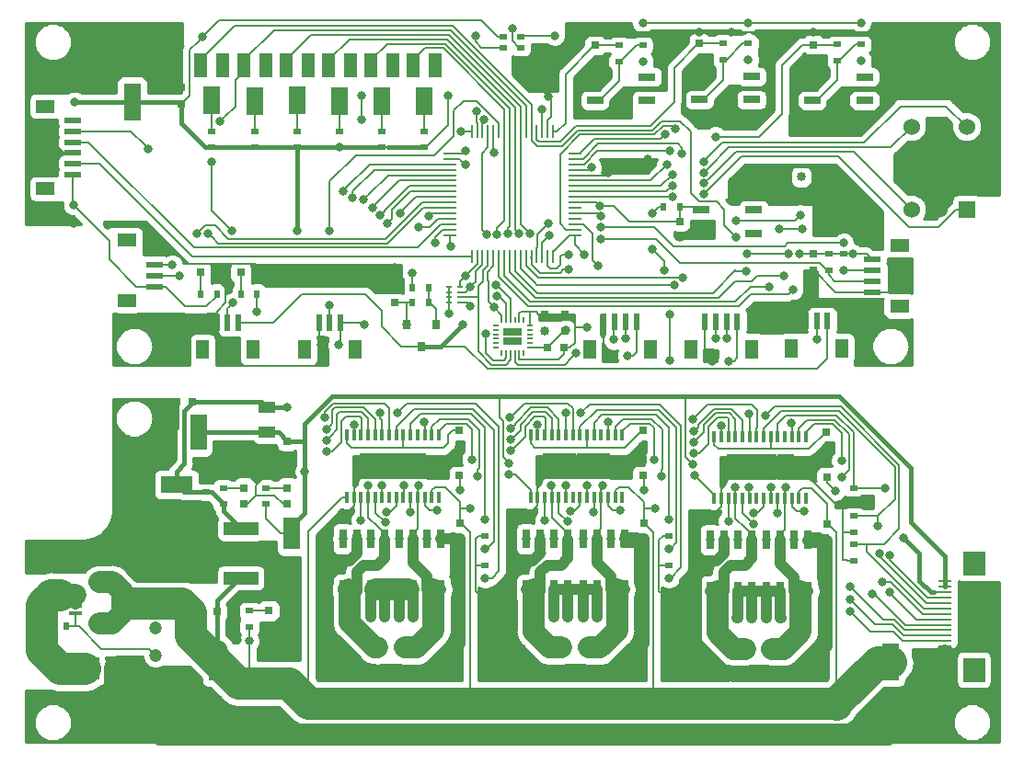
<source format=gtl>
G04 #@! TF.GenerationSoftware,KiCad,Pcbnew,(5.0.0)*
G04 #@! TF.CreationDate,2019-07-10T13:20:49+09:00*
G04 #@! TF.ProjectId,top and bottom,746F7020616E6420626F74746F6D2E6B,rev?*
G04 #@! TF.SameCoordinates,Original*
G04 #@! TF.FileFunction,Copper,L1,Top,Signal*
G04 #@! TF.FilePolarity,Positive*
%FSLAX46Y46*%
G04 Gerber Fmt 4.6, Leading zero omitted, Abs format (unit mm)*
G04 Created by KiCad (PCBNEW (5.0.0)) date 07/10/19 13:20:49*
%MOMM*%
%LPD*%
G01*
G04 APERTURE LIST*
G04 #@! TA.AperFunction,SMDPad,CuDef*
%ADD10R,0.800000X0.800000*%
G04 #@! TD*
G04 #@! TA.AperFunction,SMDPad,CuDef*
%ADD11R,0.800000X0.700000*%
G04 #@! TD*
G04 #@! TA.AperFunction,SMDPad,CuDef*
%ADD12R,1.600000X2.500000*%
G04 #@! TD*
G04 #@! TA.AperFunction,SMDPad,CuDef*
%ADD13R,1.200000X2.200000*%
G04 #@! TD*
G04 #@! TA.AperFunction,SMDPad,CuDef*
%ADD14R,1.600000X3.500000*%
G04 #@! TD*
G04 #@! TA.AperFunction,SMDPad,CuDef*
%ADD15R,1.550000X0.600000*%
G04 #@! TD*
G04 #@! TA.AperFunction,SMDPad,CuDef*
%ADD16R,1.800000X1.200000*%
G04 #@! TD*
G04 #@! TA.AperFunction,SMDPad,CuDef*
%ADD17R,0.500000X0.800000*%
G04 #@! TD*
G04 #@! TA.AperFunction,SMDPad,CuDef*
%ADD18R,0.875000X0.800000*%
G04 #@! TD*
G04 #@! TA.AperFunction,SMDPad,CuDef*
%ADD19R,0.200000X0.550000*%
G04 #@! TD*
G04 #@! TA.AperFunction,SMDPad,CuDef*
%ADD20R,0.550000X0.200000*%
G04 #@! TD*
G04 #@! TA.AperFunction,SMDPad,CuDef*
%ADD21R,1.600000X0.650000*%
G04 #@! TD*
G04 #@! TA.AperFunction,SMDPad,CuDef*
%ADD22R,1.500000X0.650000*%
G04 #@! TD*
G04 #@! TA.AperFunction,SMDPad,CuDef*
%ADD23R,0.500000X0.250000*%
G04 #@! TD*
G04 #@! TA.AperFunction,SMDPad,CuDef*
%ADD24R,0.800000X0.500000*%
G04 #@! TD*
G04 #@! TA.AperFunction,SMDPad,CuDef*
%ADD25R,1.200000X1.800000*%
G04 #@! TD*
G04 #@! TA.AperFunction,SMDPad,CuDef*
%ADD26R,0.600000X1.550000*%
G04 #@! TD*
G04 #@! TA.AperFunction,SMDPad,CuDef*
%ADD27R,0.800000X0.900000*%
G04 #@! TD*
G04 #@! TA.AperFunction,SMDPad,CuDef*
%ADD28R,0.750000X0.500000*%
G04 #@! TD*
G04 #@! TA.AperFunction,SMDPad,CuDef*
%ADD29R,0.280000X1.200000*%
G04 #@! TD*
G04 #@! TA.AperFunction,SMDPad,CuDef*
%ADD30R,1.200000X0.280000*%
G04 #@! TD*
G04 #@! TA.AperFunction,SMDPad,CuDef*
%ADD31R,0.700000X0.800000*%
G04 #@! TD*
G04 #@! TA.AperFunction,ComponentPad*
%ADD32R,1.524000X1.524000*%
G04 #@! TD*
G04 #@! TA.AperFunction,ComponentPad*
%ADD33C,1.524000*%
G04 #@! TD*
G04 #@! TA.AperFunction,SMDPad,CuDef*
%ADD34R,3.000000X1.600000*%
G04 #@! TD*
G04 #@! TA.AperFunction,SMDPad,CuDef*
%ADD35R,0.330000X1.200000*%
G04 #@! TD*
G04 #@! TA.AperFunction,SMDPad,CuDef*
%ADD36R,1.200000X0.330000*%
G04 #@! TD*
G04 #@! TA.AperFunction,SMDPad,CuDef*
%ADD37R,1.300000X0.330000*%
G04 #@! TD*
G04 #@! TA.AperFunction,ComponentPad*
%ADD38C,1.200000*%
G04 #@! TD*
G04 #@! TA.AperFunction,SMDPad,CuDef*
%ADD39R,0.720000X1.780000*%
G04 #@! TD*
G04 #@! TA.AperFunction,SMDPad,CuDef*
%ADD40R,2.734000X2.159000*%
G04 #@! TD*
G04 #@! TA.AperFunction,SMDPad,CuDef*
%ADD41R,2.000000X1.200000*%
G04 #@! TD*
G04 #@! TA.AperFunction,SMDPad,CuDef*
%ADD42R,0.400000X1.100000*%
G04 #@! TD*
G04 #@! TA.AperFunction,SMDPad,CuDef*
%ADD43R,1.542500X1.200000*%
G04 #@! TD*
G04 #@! TA.AperFunction,ComponentPad*
%ADD44R,2.000000X2.000000*%
G04 #@! TD*
G04 #@! TA.AperFunction,ComponentPad*
%ADD45C,2.000000*%
G04 #@! TD*
G04 #@! TA.AperFunction,SMDPad,CuDef*
%ADD46R,2.000000X2.200000*%
G04 #@! TD*
G04 #@! TA.AperFunction,SMDPad,CuDef*
%ADD47R,1.250000X0.230000*%
G04 #@! TD*
G04 #@! TA.AperFunction,SMDPad,CuDef*
%ADD48R,2.000000X1.800000*%
G04 #@! TD*
G04 #@! TA.AperFunction,SMDPad,CuDef*
%ADD49R,0.700000X0.500000*%
G04 #@! TD*
G04 #@! TA.AperFunction,SMDPad,CuDef*
%ADD50R,1.500000X1.000000*%
G04 #@! TD*
G04 #@! TA.AperFunction,SMDPad,CuDef*
%ADD51R,1.500000X3.300000*%
G04 #@! TD*
G04 #@! TA.AperFunction,SMDPad,CuDef*
%ADD52R,1.600000X3.000000*%
G04 #@! TD*
G04 #@! TA.AperFunction,SMDPad,CuDef*
%ADD53R,7.000000X5.500000*%
G04 #@! TD*
G04 #@! TA.AperFunction,SMDPad,CuDef*
%ADD54R,3.200000X1.200000*%
G04 #@! TD*
G04 #@! TA.AperFunction,ViaPad*
%ADD55C,0.800000*%
G04 #@! TD*
G04 #@! TA.AperFunction,Conductor*
%ADD56C,0.210000*%
G04 #@! TD*
G04 #@! TA.AperFunction,Conductor*
%ADD57C,1.000000*%
G04 #@! TD*
G04 #@! TA.AperFunction,Conductor*
%ADD58C,2.000000*%
G04 #@! TD*
G04 #@! TA.AperFunction,Conductor*
%ADD59C,0.400000*%
G04 #@! TD*
G04 #@! TA.AperFunction,Conductor*
%ADD60C,3.000000*%
G04 #@! TD*
G04 #@! TA.AperFunction,Conductor*
%ADD61C,0.200000*%
G04 #@! TD*
G04 #@! TA.AperFunction,NonConductor*
%ADD62C,0.254000*%
G04 #@! TD*
G04 APERTURE END LIST*
D10*
G04 #@! TO.P,D2,2*
G04 #@! TO.N,N/C*
X126050000Y-94800000D03*
G04 #@! TO.P,D2,1*
X127550000Y-94800000D03*
G04 #@! TD*
D11*
G04 #@! TO.P,C22,2*
G04 #@! TO.N,N/C*
X124250000Y-77800000D03*
G04 #@! TO.P,C22,1*
X124250000Y-79300000D03*
G04 #@! TD*
D12*
G04 #@! TO.P,RV2,2*
G04 #@! TO.N,N/C*
X142750000Y-79000000D03*
D13*
G04 #@! TO.P,RV2,1*
X141750000Y-75750000D03*
G04 #@! TO.P,RV2,3*
X143750000Y-75750000D03*
G04 #@! TD*
D14*
G04 #@! TO.P,C23,2*
G04 #@! TO.N,N/C*
X119750000Y-73700000D03*
G04 #@! TO.P,C23,1*
X119750000Y-79100000D03*
G04 #@! TD*
D15*
G04 #@! TO.P,J7,1*
G04 #@! TO.N,N/C*
X187850000Y-93600000D03*
G04 #@! TO.P,J7,2*
X187850000Y-94600000D03*
G04 #@! TO.P,J7,3*
X187850000Y-95600000D03*
G04 #@! TO.P,J7,4*
X187850000Y-96600000D03*
D16*
G04 #@! TO.P,J7,*
G04 #@! TO.N,*
X190375000Y-92300000D03*
X190375000Y-97900000D03*
G04 #@! TD*
D13*
G04 #@! TO.P,RV3,3*
G04 #@! TO.N,N/C*
X139850000Y-75750000D03*
G04 #@! TO.P,RV3,1*
X137850000Y-75750000D03*
D12*
G04 #@! TO.P,RV3,2*
X138850000Y-79000000D03*
G04 #@! TD*
D17*
G04 #@! TO.P,R26,2*
G04 #@! TO.N,N/C*
X126050000Y-96800000D03*
G04 #@! TO.P,R26,1*
X127550000Y-96800000D03*
G04 #@! TD*
D13*
G04 #@! TO.P,RV4,3*
G04 #@! TO.N,N/C*
X135950000Y-75700000D03*
G04 #@! TO.P,RV4,1*
X133950000Y-75700000D03*
D12*
G04 #@! TO.P,RV4,2*
X134950000Y-78950000D03*
G04 #@! TD*
D10*
G04 #@! TO.P,D1,2*
G04 #@! TO.N,N/C*
X129750000Y-94800000D03*
G04 #@! TO.P,D1,1*
X131250000Y-94800000D03*
G04 #@! TD*
D13*
G04 #@! TO.P,RV6,3*
G04 #@! TO.N,N/C*
X128050000Y-75700000D03*
G04 #@! TO.P,RV6,1*
X126050000Y-75700000D03*
D12*
G04 #@! TO.P,RV6,2*
X127050000Y-78950000D03*
G04 #@! TD*
G04 #@! TO.P,RV5,2*
G04 #@! TO.N,N/C*
X131050000Y-79000000D03*
D13*
G04 #@! TO.P,RV5,1*
X130050000Y-75750000D03*
G04 #@! TO.P,RV5,3*
X132050000Y-75750000D03*
G04 #@! TD*
D12*
G04 #@! TO.P,RV1,2*
G04 #@! TO.N,N/C*
X146650000Y-79000000D03*
D13*
G04 #@! TO.P,RV1,1*
X145650000Y-75750000D03*
G04 #@! TO.P,RV1,3*
X147650000Y-75750000D03*
G04 #@! TD*
D17*
G04 #@! TO.P,R25,2*
G04 #@! TO.N,N/C*
X129750000Y-96800000D03*
G04 #@! TO.P,R25,1*
X131250000Y-96800000D03*
G04 #@! TD*
D18*
G04 #@! TO.P,U2,25*
G04 #@! TO.N,N/C*
X155220000Y-101100000D03*
X155220000Y-100300000D03*
D19*
G04 #@! TO.P,U2,19*
X155785000Y-99140000D03*
D20*
G04 #@! TO.P,U2,3*
X153225000Y-100500000D03*
D19*
G04 #@! TO.P,U2,22*
X154585000Y-99140000D03*
D20*
G04 #@! TO.P,U2,18*
X156345000Y-99700000D03*
G04 #@! TO.P,U2,14*
X156345000Y-101300000D03*
G04 #@! TO.P,U2,15*
X156345000Y-100900000D03*
D19*
G04 #@! TO.P,U2,20*
X155385000Y-99140000D03*
G04 #@! TO.P,U2,7*
X153785000Y-102260000D03*
D20*
G04 #@! TO.P,U2,2*
X153225000Y-100100000D03*
D18*
G04 #@! TO.P,U2,25*
X154350000Y-101100000D03*
D19*
G04 #@! TO.P,U2,8*
X154185000Y-102260000D03*
G04 #@! TO.P,U2,21*
X154985000Y-99140000D03*
D20*
G04 #@! TO.P,U2,4*
X153225000Y-100900000D03*
D19*
G04 #@! TO.P,U2,24*
X153785000Y-99140000D03*
D20*
G04 #@! TO.P,U2,17*
X156345000Y-100100000D03*
D19*
G04 #@! TO.P,U2,10*
X154985000Y-102260000D03*
D20*
G04 #@! TO.P,U2,5*
X153225000Y-101300000D03*
D19*
G04 #@! TO.P,U2,12*
X155785000Y-102260000D03*
D20*
G04 #@! TO.P,U2,6*
X153225000Y-101700000D03*
G04 #@! TO.P,U2,1*
X153225000Y-99700000D03*
G04 #@! TO.P,U2,13*
X156345000Y-101700000D03*
D19*
G04 #@! TO.P,U2,11*
X155385000Y-102260000D03*
D20*
G04 #@! TO.P,U2,16*
X156345000Y-100500000D03*
D18*
G04 #@! TO.P,U2,25*
X154350000Y-100300000D03*
D19*
G04 #@! TO.P,U2,9*
X154585000Y-102260000D03*
G04 #@! TO.P,U2,23*
X154185000Y-99140000D03*
G04 #@! TD*
D21*
G04 #@! TO.P,SW5,4*
G04 #@! TO.N,N/C*
X167150000Y-76800000D03*
D22*
G04 #@! TO.P,SW5,2*
X162350000Y-76800000D03*
D21*
G04 #@! TO.P,SW5,3*
X167150000Y-78950000D03*
D22*
G04 #@! TO.P,SW5,1*
X162350000Y-78950000D03*
G04 #@! TD*
D21*
G04 #@! TO.P,SW2,4*
G04 #@! TO.N,N/C*
X187150000Y-76800000D03*
D22*
G04 #@! TO.P,SW2,2*
X182350000Y-76800000D03*
D21*
G04 #@! TO.P,SW2,3*
X187150000Y-78950000D03*
D22*
G04 #@! TO.P,SW2,1*
X182350000Y-78950000D03*
G04 #@! TD*
D23*
G04 #@! TO.P,RN1,2*
G04 #@! TO.N,N/C*
X149950000Y-97100000D03*
G04 #@! TO.P,RN1,3*
X149950000Y-96600000D03*
G04 #@! TO.P,RN1,6*
X148950000Y-96600000D03*
G04 #@! TO.P,RN1,7*
X148950000Y-97100000D03*
G04 #@! TO.P,RN1,5*
X148950000Y-96100000D03*
G04 #@! TO.P,RN1,1*
X149950000Y-97600000D03*
G04 #@! TO.P,RN1,8*
X148950000Y-97600000D03*
G04 #@! TO.P,RN1,4*
X149950000Y-96100000D03*
G04 #@! TD*
D24*
G04 #@! TO.P,R15,2*
G04 #@! TO.N,N/C*
X185250000Y-94600000D03*
G04 #@! TO.P,R15,1*
X185250000Y-93100000D03*
G04 #@! TD*
G04 #@! TO.P,R10,2*
G04 #@! TO.N,N/C*
X127050000Y-81800000D03*
G04 #@! TO.P,R10,1*
X127050000Y-83300000D03*
G04 #@! TD*
G04 #@! TO.P,R4,2*
G04 #@! TO.N,N/C*
X138850000Y-81800000D03*
G04 #@! TO.P,R4,1*
X138850000Y-83300000D03*
G04 #@! TD*
D25*
G04 #@! TO.P,J9,*
G04 #@! TO.N,*
X171150000Y-101862500D03*
X176750000Y-101862500D03*
D26*
G04 #@! TO.P,J9,4*
G04 #@! TO.N,N/C*
X172450000Y-99337500D03*
G04 #@! TO.P,J9,3*
X173450000Y-99337500D03*
G04 #@! TO.P,J9,2*
X174450000Y-99337500D03*
G04 #@! TO.P,J9,1*
X175450000Y-99337500D03*
G04 #@! TD*
D24*
G04 #@! TO.P,R13,2*
G04 #@! TO.N,N/C*
X184650000Y-75300000D03*
G04 #@! TO.P,R13,1*
X184650000Y-73800000D03*
G04 #@! TD*
D21*
G04 #@! TO.P,SW3,4*
G04 #@! TO.N,N/C*
X176750000Y-76750000D03*
D22*
G04 #@! TO.P,SW3,2*
X171950000Y-76750000D03*
D21*
G04 #@! TO.P,SW3,3*
X176750000Y-78900000D03*
D22*
G04 #@! TO.P,SW3,1*
X171950000Y-78900000D03*
G04 #@! TD*
D21*
G04 #@! TO.P,SW1,4*
G04 #@! TO.N,N/C*
X176950000Y-89050000D03*
D22*
G04 #@! TO.P,SW1,2*
X172150000Y-89050000D03*
D21*
G04 #@! TO.P,SW1,3*
X176950000Y-91200000D03*
D22*
G04 #@! TO.P,SW1,1*
X172150000Y-91200000D03*
G04 #@! TD*
D17*
G04 #@! TO.P,R7,2*
G04 #@! TO.N,N/C*
X145550000Y-96200000D03*
G04 #@! TO.P,R7,1*
X147050000Y-96200000D03*
G04 #@! TD*
D24*
G04 #@! TO.P,R12,2*
G04 #@! TO.N,N/C*
X176450000Y-73700000D03*
G04 #@! TO.P,R12,1*
X176450000Y-75200000D03*
G04 #@! TD*
G04 #@! TO.P,R18,2*
G04 #@! TO.N,N/C*
X164550000Y-75400000D03*
G04 #@! TO.P,R18,1*
X164550000Y-73900000D03*
G04 #@! TD*
G04 #@! TO.P,R17,2*
G04 #@! TO.N,N/C*
X183850000Y-94600000D03*
G04 #@! TO.P,R17,1*
X183850000Y-93100000D03*
G04 #@! TD*
G04 #@! TO.P,R2,2*
G04 #@! TO.N,N/C*
X146650000Y-81800000D03*
G04 #@! TO.P,R2,1*
X146650000Y-83300000D03*
G04 #@! TD*
D25*
G04 #@! TO.P,J10,*
G04 #@! TO.N,*
X161850000Y-101862500D03*
X167450000Y-101862500D03*
D26*
G04 #@! TO.P,J10,4*
G04 #@! TO.N,N/C*
X163150000Y-99337500D03*
G04 #@! TO.P,J10,3*
X164150000Y-99337500D03*
G04 #@! TO.P,J10,2*
X165150000Y-99337500D03*
G04 #@! TO.P,J10,1*
X166150000Y-99337500D03*
G04 #@! TD*
D27*
G04 #@! TO.P,Q1,2*
G04 #@! TO.N,N/C*
X147700000Y-99600000D03*
G04 #@! TO.P,Q1,1*
X145020000Y-99600000D03*
G04 #@! TO.P,Q1,3*
X146350000Y-101600000D03*
G04 #@! TD*
D28*
G04 #@! TO.P,LED1,2*
G04 #@! TO.N,N/C*
X153950000Y-74100000D03*
G04 #@! TO.P,LED1,4*
X155500000Y-74100000D03*
G04 #@! TO.P,LED1,3*
X155500000Y-73100000D03*
G04 #@! TO.P,LED1,1*
X153950000Y-73100000D03*
G04 #@! TD*
D17*
G04 #@! TO.P,R1,2*
G04 #@! TO.N,N/C*
X170150000Y-88800000D03*
G04 #@! TO.P,R1,1*
X168650000Y-88800000D03*
G04 #@! TD*
D26*
G04 #@! TO.P,J8,1*
G04 #@! TO.N,N/C*
X138950000Y-99400000D03*
G04 #@! TO.P,J8,2*
X137950000Y-99400000D03*
G04 #@! TO.P,J8,3*
X136950000Y-99400000D03*
D25*
G04 #@! TO.P,J8,*
G04 #@! TO.N,*
X140250000Y-101925000D03*
X135650000Y-101925000D03*
G04 #@! TD*
D24*
G04 #@! TO.P,R16,2*
G04 #@! TO.N,N/C*
X166750000Y-73900000D03*
G04 #@! TO.P,R16,1*
X166750000Y-75400000D03*
G04 #@! TD*
G04 #@! TO.P,R9,2*
G04 #@! TO.N,N/C*
X131050000Y-81800000D03*
G04 #@! TO.P,R9,1*
X131050000Y-83300000D03*
G04 #@! TD*
G04 #@! TO.P,R5,2*
G04 #@! TO.N,N/C*
X134950000Y-81800000D03*
G04 #@! TO.P,R5,1*
X134950000Y-83300000D03*
G04 #@! TD*
D29*
G04 #@! TO.P,U1,64*
G04 #@! TO.N,N/C*
X158500000Y-93350000D03*
G04 #@! TO.P,U1,63*
X158000000Y-93350000D03*
G04 #@! TO.P,U1,62*
X157500000Y-93350000D03*
G04 #@! TO.P,U1,61*
X157000000Y-93350000D03*
G04 #@! TO.P,U1,60*
X156500000Y-93350000D03*
G04 #@! TO.P,U1,59*
X156000000Y-93350000D03*
G04 #@! TO.P,U1,58*
X155500000Y-93350000D03*
G04 #@! TO.P,U1,57*
X155000000Y-93350000D03*
G04 #@! TO.P,U1,56*
X154500000Y-93350000D03*
G04 #@! TO.P,U1,55*
X154000000Y-93350000D03*
G04 #@! TO.P,U1,54*
X153500000Y-93350000D03*
G04 #@! TO.P,U1,53*
X153000000Y-93350000D03*
G04 #@! TO.P,U1,52*
X152500000Y-93350000D03*
G04 #@! TO.P,U1,51*
X152000000Y-93350000D03*
G04 #@! TO.P,U1,50*
X151500000Y-93350000D03*
G04 #@! TO.P,U1,49*
X151000000Y-93350000D03*
D30*
G04 #@! TO.P,U1,48*
X149000000Y-91350000D03*
G04 #@! TO.P,U1,47*
X149000000Y-90850000D03*
G04 #@! TO.P,U1,46*
X149000000Y-90350000D03*
G04 #@! TO.P,U1,45*
X149000000Y-89850000D03*
G04 #@! TO.P,U1,44*
X149000000Y-89350000D03*
G04 #@! TO.P,U1,43*
X149000000Y-88850000D03*
G04 #@! TO.P,U1,42*
X149000000Y-88350000D03*
G04 #@! TO.P,U1,41*
X149000000Y-87850000D03*
G04 #@! TO.P,U1,40*
X149000000Y-87350000D03*
G04 #@! TO.P,U1,39*
X149000000Y-86850000D03*
G04 #@! TO.P,U1,38*
X149000000Y-86350000D03*
G04 #@! TO.P,U1,37*
X149000000Y-85850000D03*
G04 #@! TO.P,U1,36*
X149000000Y-85350000D03*
G04 #@! TO.P,U1,35*
X149000000Y-84850000D03*
G04 #@! TO.P,U1,34*
X149000000Y-84350000D03*
G04 #@! TO.P,U1,33*
X149000000Y-83850000D03*
D29*
G04 #@! TO.P,U1,32*
X151000000Y-81850000D03*
G04 #@! TO.P,U1,31*
X151500000Y-81850000D03*
G04 #@! TO.P,U1,30*
X152000000Y-81850000D03*
G04 #@! TO.P,U1,29*
X152500000Y-81850000D03*
G04 #@! TO.P,U1,28*
X153000000Y-81850000D03*
G04 #@! TO.P,U1,27*
X153500000Y-81850000D03*
G04 #@! TO.P,U1,26*
X154000000Y-81850000D03*
G04 #@! TO.P,U1,25*
X154500000Y-81850000D03*
G04 #@! TO.P,U1,24*
X155000000Y-81850000D03*
G04 #@! TO.P,U1,23*
X155500000Y-81850000D03*
G04 #@! TO.P,U1,22*
X156000000Y-81850000D03*
G04 #@! TO.P,U1,21*
X156500000Y-81850000D03*
G04 #@! TO.P,U1,20*
X157000000Y-81850000D03*
G04 #@! TO.P,U1,19*
X157500000Y-81850000D03*
G04 #@! TO.P,U1,18*
X158000000Y-81850000D03*
G04 #@! TO.P,U1,17*
X158500000Y-81850000D03*
D30*
G04 #@! TO.P,U1,16*
X160500000Y-83850000D03*
G04 #@! TO.P,U1,15*
X160500000Y-84350000D03*
G04 #@! TO.P,U1,14*
X160500000Y-84850000D03*
G04 #@! TO.P,U1,13*
X160500000Y-85350000D03*
G04 #@! TO.P,U1,12*
X160500000Y-85850000D03*
G04 #@! TO.P,U1,11*
X160500000Y-86350000D03*
G04 #@! TO.P,U1,10*
X160500000Y-86850000D03*
G04 #@! TO.P,U1,9*
X160500000Y-87350000D03*
G04 #@! TO.P,U1,8*
X160500000Y-87850000D03*
G04 #@! TO.P,U1,7*
X160500000Y-88350000D03*
G04 #@! TO.P,U1,6*
X160500000Y-88850000D03*
G04 #@! TO.P,U1,5*
X160500000Y-89350000D03*
G04 #@! TO.P,U1,4*
X160500000Y-89850000D03*
G04 #@! TO.P,U1,3*
X160500000Y-90350000D03*
G04 #@! TO.P,U1,2*
X160500000Y-90850000D03*
G04 #@! TO.P,U1,1*
X160500000Y-91350000D03*
G04 #@! TD*
D24*
G04 #@! TO.P,R14,2*
G04 #@! TO.N,N/C*
X174150000Y-75200000D03*
G04 #@! TO.P,R14,1*
X174150000Y-73700000D03*
G04 #@! TD*
G04 #@! TO.P,R3,2*
G04 #@! TO.N,N/C*
X142750000Y-81800000D03*
G04 #@! TO.P,R3,1*
X142750000Y-83300000D03*
G04 #@! TD*
D15*
G04 #@! TO.P,J6,1*
G04 #@! TO.N,N/C*
X121812500Y-96100000D03*
G04 #@! TO.P,J6,2*
X121812500Y-95100000D03*
G04 #@! TO.P,J6,3*
X121812500Y-94100000D03*
G04 #@! TO.P,J6,4*
X121812500Y-93100000D03*
D16*
G04 #@! TO.P,J6,*
G04 #@! TO.N,*
X119287500Y-97400000D03*
X119287500Y-91800000D03*
G04 #@! TD*
D24*
G04 #@! TO.P,R11,2*
G04 #@! TO.N,N/C*
X186850000Y-73800000D03*
G04 #@! TO.P,R11,1*
X186850000Y-75300000D03*
G04 #@! TD*
D17*
G04 #@! TO.P,R8,2*
G04 #@! TO.N,N/C*
X147050000Y-97600000D03*
G04 #@! TO.P,R8,1*
X145550000Y-97600000D03*
G04 #@! TD*
D26*
G04 #@! TO.P,J5,1*
G04 #@! TO.N,N/C*
X183750000Y-99300000D03*
G04 #@! TO.P,J5,2*
X182750000Y-99300000D03*
G04 #@! TO.P,J5,3*
X181750000Y-99300000D03*
D25*
G04 #@! TO.P,J5,*
G04 #@! TO.N,*
X185050000Y-101825000D03*
X180450000Y-101825000D03*
G04 #@! TD*
D15*
G04 #@! TO.P,J4,1*
G04 #@! TO.N,N/C*
X114312500Y-85800000D03*
G04 #@! TO.P,J4,2*
X114312500Y-84800000D03*
G04 #@! TO.P,J4,3*
X114312500Y-83800000D03*
G04 #@! TO.P,J4,4*
X114312500Y-82800000D03*
G04 #@! TO.P,J4,5*
X114312500Y-81800000D03*
G04 #@! TO.P,J4,6*
X114312500Y-80800000D03*
D16*
G04 #@! TO.P,J4,*
G04 #@! TO.N,*
X111787500Y-87100000D03*
X111787500Y-79500000D03*
G04 #@! TD*
D11*
G04 #@! TO.P,C17,1*
G04 #@! TO.N,N/C*
X162350000Y-73900000D03*
G04 #@! TO.P,C17,2*
X162350000Y-75400000D03*
G04 #@! TD*
D31*
G04 #@! TO.P,C20,1*
G04 #@! TO.N,N/C*
X181325000Y-86000000D03*
G04 #@! TO.P,C20,2*
X179825000Y-86000000D03*
G04 #@! TD*
D11*
G04 #@! TO.P,C16,1*
G04 #@! TO.N,N/C*
X182450000Y-93100000D03*
G04 #@! TO.P,C16,2*
X182450000Y-94600000D03*
G04 #@! TD*
G04 #@! TO.P,C15,1*
G04 #@! TO.N,N/C*
X159550000Y-100200000D03*
G04 #@! TO.P,C15,2*
X159550000Y-98700000D03*
G04 #@! TD*
D31*
G04 #@! TO.P,C12,1*
G04 #@! TO.N,N/C*
X158000000Y-101750000D03*
G04 #@! TO.P,C12,2*
X159500000Y-101750000D03*
G04 #@! TD*
D26*
G04 #@! TO.P,J3,1*
G04 #@! TO.N,N/C*
X129550000Y-99400000D03*
G04 #@! TO.P,J3,2*
X128550000Y-99400000D03*
G04 #@! TO.P,J3,3*
X127550000Y-99400000D03*
D25*
G04 #@! TO.P,J3,*
G04 #@! TO.N,*
X130850000Y-101925000D03*
X126250000Y-101925000D03*
G04 #@! TD*
D11*
G04 #@! TO.P,C13,1*
G04 #@! TO.N,N/C*
X182450000Y-73825000D03*
G04 #@! TO.P,C13,2*
X182450000Y-75325000D03*
G04 #@! TD*
G04 #@! TO.P,C11,1*
G04 #@! TO.N,N/C*
X157750000Y-100175000D03*
G04 #@! TO.P,C11,2*
X157750000Y-98675000D03*
G04 #@! TD*
D32*
G04 #@! TO.P,SW4,1*
G04 #@! TO.N,N/C*
X196550000Y-89000000D03*
D33*
G04 #@! TO.P,SW4,C*
X194010000Y-89000000D03*
G04 #@! TO.P,SW4,8*
X191470000Y-89000000D03*
G04 #@! TO.P,SW4,4*
X196550000Y-81380000D03*
G04 #@! TO.P,SW4,C*
X194010000Y-81380000D03*
G04 #@! TO.P,SW4,2*
X191470000Y-81380000D03*
G04 #@! TD*
D11*
G04 #@! TO.P,C5,1*
G04 #@! TO.N,N/C*
X143950000Y-97600000D03*
G04 #@! TO.P,C5,2*
X143950000Y-96100000D03*
G04 #@! TD*
G04 #@! TO.P,C14,1*
G04 #@! TO.N,N/C*
X171950000Y-73700000D03*
G04 #@! TO.P,C14,2*
X171950000Y-75200000D03*
G04 #@! TD*
G04 #@! TO.P,C2,1*
G04 #@! TO.N,N/C*
X170150000Y-90100000D03*
G04 #@! TO.P,C2,2*
X170150000Y-91600000D03*
G04 #@! TD*
D10*
G04 #@! TO.P,D2,2*
G04 #@! TO.N,N/C*
X130050000Y-114650000D03*
G04 #@! TO.P,D2,1*
X130050000Y-116150000D03*
G04 #@! TD*
D34*
G04 #@! TO.P,C42,2*
G04 #@! TO.N,N/C*
X119450000Y-114350000D03*
G04 #@! TO.P,C42,1*
X123850000Y-114350000D03*
G04 #@! TD*
D24*
G04 #@! TO.P,R15,2*
G04 #@! TO.N,N/C*
X169150000Y-121750000D03*
G04 #@! TO.P,R15,1*
X169150000Y-120250000D03*
G04 #@! TD*
G04 #@! TO.P,R31,2*
G04 #@! TO.N,N/C*
X130550000Y-125950000D03*
G04 #@! TO.P,R31,1*
X130550000Y-127450000D03*
G04 #@! TD*
G04 #@! TO.P,R32,2*
G04 #@! TO.N,N/C*
X128150000Y-114650000D03*
G04 #@! TO.P,R32,1*
X128150000Y-116150000D03*
G04 #@! TD*
D35*
G04 #@! TO.P,Q1,3*
G04 #@! TO.N,N/C*
X116750000Y-127100000D03*
X116750000Y-123300000D03*
D36*
X118850000Y-124200000D03*
X118850000Y-124900000D03*
X118850000Y-125550000D03*
X118850000Y-126200000D03*
D37*
G04 #@! TO.P,Q1,2*
X114550000Y-126200000D03*
G04 #@! TO.P,Q1,1*
X114550000Y-125550000D03*
X114550000Y-124900000D03*
X114550000Y-124250000D03*
G04 #@! TD*
D38*
G04 #@! TO.P,SW2,3*
G04 #@! TO.N,N/C*
X121950000Y-132550000D03*
G04 #@! TO.P,SW2,2*
X121950000Y-130050000D03*
G04 #@! TO.P,SW2,1*
X121950000Y-127550000D03*
G04 #@! TD*
D33*
G04 #@! TO.P,J3,2*
G04 #@! TO.N,N/C*
X159250000Y-129350000D03*
G04 #@! TO.P,J3,1*
X161750000Y-129350000D03*
G04 #@! TD*
D24*
G04 #@! TO.P,R12,2*
G04 #@! TO.N,N/C*
X186150000Y-121350000D03*
G04 #@! TO.P,R12,1*
X186150000Y-119850000D03*
G04 #@! TD*
D39*
G04 #@! TO.P,FET2,7*
G04 #@! TO.N,N/C*
X141680000Y-124030000D03*
G04 #@! TO.P,FET2,6*
X140410000Y-124030000D03*
G04 #@! TO.P,FET2,5*
X139140000Y-124030000D03*
G04 #@! TO.P,FET2,8*
X142950000Y-124030000D03*
G04 #@! TO.P,FET2,4*
X139140000Y-119350000D03*
G04 #@! TO.P,FET2,3*
X140410000Y-119350000D03*
G04 #@! TO.P,FET2,2*
X141680000Y-119350000D03*
G04 #@! TO.P,FET2,1*
X142950000Y-119350000D03*
G04 #@! TD*
D40*
G04 #@! TO.P,D6,2*
G04 #@! TO.N,N/C*
X132950000Y-137070000D03*
G04 #@! TO.P,D6,1*
X132950000Y-132650000D03*
G04 #@! TD*
D14*
G04 #@! TO.P,C38,1*
G04 #@! TO.N,N/C*
X127550000Y-130650000D03*
G04 #@! TO.P,C38,2*
X127550000Y-136050000D03*
G04 #@! TD*
D10*
G04 #@! TO.P,D1,2*
G04 #@! TO.N,N/C*
X132350000Y-125950000D03*
G04 #@! TO.P,D1,1*
X132350000Y-127450000D03*
G04 #@! TD*
D31*
G04 #@! TO.P,C40,1*
G04 #@! TO.N,N/C*
X127575000Y-126050000D03*
G04 #@! TO.P,C40,2*
X129075000Y-126050000D03*
G04 #@! TD*
D41*
G04 #@! TO.P,C12,1*
G04 #@! TO.N,N/C*
X146050000Y-133850000D03*
G04 #@! TO.P,C12,2*
X146050000Y-137450000D03*
G04 #@! TD*
D39*
G04 #@! TO.P,FET6,7*
G04 #@! TO.N,N/C*
X158580000Y-124030000D03*
G04 #@! TO.P,FET6,6*
X157310000Y-124030000D03*
G04 #@! TO.P,FET6,5*
X156040000Y-124030000D03*
G04 #@! TO.P,FET6,8*
X159850000Y-124030000D03*
G04 #@! TO.P,FET6,4*
X156040000Y-119350000D03*
G04 #@! TO.P,FET6,3*
X157310000Y-119350000D03*
G04 #@! TO.P,FET6,2*
X158580000Y-119350000D03*
G04 #@! TO.P,FET6,1*
X159850000Y-119350000D03*
G04 #@! TD*
D14*
G04 #@! TO.P,C13,2*
G04 #@! TO.N,N/C*
X189550000Y-136050000D03*
G04 #@! TO.P,C13,1*
X189550000Y-130650000D03*
G04 #@! TD*
D39*
G04 #@! TO.P,FET5,1*
G04 #@! TO.N,N/C*
X165050000Y-119350000D03*
G04 #@! TO.P,FET5,2*
X163780000Y-119350000D03*
G04 #@! TO.P,FET5,3*
X162510000Y-119350000D03*
G04 #@! TO.P,FET5,4*
X161240000Y-119350000D03*
G04 #@! TO.P,FET5,8*
X165050000Y-124030000D03*
G04 #@! TO.P,FET5,5*
X161240000Y-124030000D03*
G04 #@! TO.P,FET5,6*
X162510000Y-124030000D03*
G04 #@! TO.P,FET5,7*
X163780000Y-124030000D03*
G04 #@! TD*
D41*
G04 #@! TO.P,C29,2*
G04 #@! TO.N,N/C*
X158050000Y-137450000D03*
G04 #@! TO.P,C29,1*
X158050000Y-133850000D03*
G04 #@! TD*
G04 #@! TO.P,C28,2*
G04 #@! TO.N,N/C*
X174950000Y-137550000D03*
G04 #@! TO.P,C28,1*
X174950000Y-133950000D03*
G04 #@! TD*
D11*
G04 #@! TO.P,C19,1*
G04 #@! TO.N,N/C*
X166750000Y-113525000D03*
G04 #@! TO.P,C19,2*
X166750000Y-112025000D03*
G04 #@! TD*
G04 #@! TO.P,C15,2*
G04 #@! TO.N,N/C*
X166750000Y-110875000D03*
G04 #@! TO.P,C15,1*
X166750000Y-109375000D03*
G04 #@! TD*
D41*
G04 #@! TO.P,C27,1*
G04 #@! TO.N,N/C*
X162950000Y-133850000D03*
G04 #@! TO.P,C27,2*
X162950000Y-137450000D03*
G04 #@! TD*
G04 #@! TO.P,C11,2*
G04 #@! TO.N,N/C*
X141150000Y-137450000D03*
G04 #@! TO.P,C11,1*
X141150000Y-133850000D03*
G04 #@! TD*
D39*
G04 #@! TO.P,FET4,1*
G04 #@! TO.N,N/C*
X176750000Y-119450000D03*
G04 #@! TO.P,FET4,2*
X175480000Y-119450000D03*
G04 #@! TO.P,FET4,3*
X174210000Y-119450000D03*
G04 #@! TO.P,FET4,4*
X172940000Y-119450000D03*
G04 #@! TO.P,FET4,8*
X176750000Y-124130000D03*
G04 #@! TO.P,FET4,5*
X172940000Y-124130000D03*
G04 #@! TO.P,FET4,6*
X174210000Y-124130000D03*
G04 #@! TO.P,FET4,7*
X175480000Y-124130000D03*
G04 #@! TD*
D42*
G04 #@! TO.P,IC2,1*
G04 #@! TO.N,N/C*
X173325000Y-115600000D03*
G04 #@! TO.P,IC2,2*
X173975000Y-115600000D03*
G04 #@! TO.P,IC2,3*
X174625000Y-115600000D03*
G04 #@! TO.P,IC2,4*
X175275000Y-115600000D03*
G04 #@! TO.P,IC2,5*
X175925000Y-115600000D03*
G04 #@! TO.P,IC2,6*
X176575000Y-115600000D03*
G04 #@! TO.P,IC2,7*
X177225000Y-115600000D03*
G04 #@! TO.P,IC2,8*
X177875000Y-115600000D03*
G04 #@! TO.P,IC2,9*
X178525000Y-115600000D03*
G04 #@! TO.P,IC2,10*
X179175000Y-115600000D03*
G04 #@! TO.P,IC2,11*
X179825000Y-115600000D03*
G04 #@! TO.P,IC2,12*
X180475000Y-115600000D03*
G04 #@! TO.P,IC2,13*
X181125000Y-115600000D03*
G04 #@! TO.P,IC2,14*
X181775000Y-115600000D03*
G04 #@! TO.P,IC2,15*
X181775000Y-109900000D03*
G04 #@! TO.P,IC2,16*
X181125000Y-109900000D03*
G04 #@! TO.P,IC2,17*
X180475000Y-109900000D03*
G04 #@! TO.P,IC2,18*
X179825000Y-109900000D03*
G04 #@! TO.P,IC2,19*
X179175000Y-109900000D03*
G04 #@! TO.P,IC2,20*
X178525000Y-109900000D03*
G04 #@! TO.P,IC2,21*
X177875000Y-109900000D03*
G04 #@! TO.P,IC2,22*
X177225000Y-109900000D03*
G04 #@! TO.P,IC2,23*
X176575000Y-109900000D03*
G04 #@! TO.P,IC2,24*
X175925000Y-109900000D03*
G04 #@! TO.P,IC2,25*
X175275000Y-109900000D03*
G04 #@! TO.P,IC2,26*
X174625000Y-109900000D03*
G04 #@! TO.P,IC2,27*
X173975000Y-109900000D03*
G04 #@! TO.P,IC2,28*
X173325000Y-109900000D03*
D43*
G04 #@! TO.P,IC2,29*
X179863750Y-112150000D03*
X178321250Y-112150000D03*
X176778750Y-112150000D03*
X175236250Y-112150000D03*
X179863750Y-113350000D03*
X178321250Y-113350000D03*
X176778750Y-113350000D03*
X175236250Y-113350000D03*
G04 #@! TD*
D39*
G04 #@! TO.P,FET3,7*
G04 #@! TO.N,N/C*
X180680000Y-124130000D03*
G04 #@! TO.P,FET3,6*
X179410000Y-124130000D03*
G04 #@! TO.P,FET3,5*
X178140000Y-124130000D03*
G04 #@! TO.P,FET3,8*
X181950000Y-124130000D03*
G04 #@! TO.P,FET3,4*
X178140000Y-119450000D03*
G04 #@! TO.P,FET3,3*
X179410000Y-119450000D03*
G04 #@! TO.P,FET3,2*
X180680000Y-119450000D03*
G04 #@! TO.P,FET3,1*
X181950000Y-119450000D03*
G04 #@! TD*
D41*
G04 #@! TO.P,C26,1*
G04 #@! TO.N,N/C*
X179850000Y-133950000D03*
G04 #@! TO.P,C26,2*
X179850000Y-137550000D03*
G04 #@! TD*
D11*
G04 #@! TO.P,C20,1*
G04 #@! TO.N,N/C*
X183750000Y-117975000D03*
G04 #@! TO.P,C20,2*
X183750000Y-119475000D03*
G04 #@! TD*
D39*
G04 #@! TO.P,FET1,7*
G04 #@! TO.N,N/C*
X146880000Y-124030000D03*
G04 #@! TO.P,FET1,6*
X145610000Y-124030000D03*
G04 #@! TO.P,FET1,5*
X144340000Y-124030000D03*
G04 #@! TO.P,FET1,8*
X148150000Y-124030000D03*
G04 #@! TO.P,FET1,4*
X144340000Y-119350000D03*
G04 #@! TO.P,FET1,3*
X145610000Y-119350000D03*
G04 #@! TO.P,FET1,2*
X146880000Y-119350000D03*
G04 #@! TO.P,FET1,1*
X148150000Y-119350000D03*
G04 #@! TD*
D44*
G04 #@! TO.P,J6,1*
G04 #@! TO.N,N/C*
X115700000Y-131300000D03*
D45*
G04 #@! TO.P,J6,2*
X118200000Y-131300000D03*
G04 #@! TD*
D11*
G04 #@! TO.P,C23,1*
G04 #@! TO.N,N/C*
X166850000Y-117875000D03*
G04 #@! TO.P,C23,2*
X166850000Y-119375000D03*
G04 #@! TD*
D24*
G04 #@! TO.P,R6,2*
G04 #@! TO.N,N/C*
X152250000Y-119050000D03*
G04 #@! TO.P,R6,1*
X152250000Y-117550000D03*
G04 #@! TD*
D42*
G04 #@! TO.P,IC1,1*
G04 #@! TO.N,N/C*
X139525000Y-115500000D03*
G04 #@! TO.P,IC1,2*
X140175000Y-115500000D03*
G04 #@! TO.P,IC1,3*
X140825000Y-115500000D03*
G04 #@! TO.P,IC1,4*
X141475000Y-115500000D03*
G04 #@! TO.P,IC1,5*
X142125000Y-115500000D03*
G04 #@! TO.P,IC1,6*
X142775000Y-115500000D03*
G04 #@! TO.P,IC1,7*
X143425000Y-115500000D03*
G04 #@! TO.P,IC1,8*
X144075000Y-115500000D03*
G04 #@! TO.P,IC1,9*
X144725000Y-115500000D03*
G04 #@! TO.P,IC1,10*
X145375000Y-115500000D03*
G04 #@! TO.P,IC1,11*
X146025000Y-115500000D03*
G04 #@! TO.P,IC1,12*
X146675000Y-115500000D03*
G04 #@! TO.P,IC1,13*
X147325000Y-115500000D03*
G04 #@! TO.P,IC1,14*
X147975000Y-115500000D03*
G04 #@! TO.P,IC1,15*
X147975000Y-109800000D03*
G04 #@! TO.P,IC1,16*
X147325000Y-109800000D03*
G04 #@! TO.P,IC1,17*
X146675000Y-109800000D03*
G04 #@! TO.P,IC1,18*
X146025000Y-109800000D03*
G04 #@! TO.P,IC1,19*
X145375000Y-109800000D03*
G04 #@! TO.P,IC1,20*
X144725000Y-109800000D03*
G04 #@! TO.P,IC1,21*
X144075000Y-109800000D03*
G04 #@! TO.P,IC1,22*
X143425000Y-109800000D03*
G04 #@! TO.P,IC1,23*
X142775000Y-109800000D03*
G04 #@! TO.P,IC1,24*
X142125000Y-109800000D03*
G04 #@! TO.P,IC1,25*
X141475000Y-109800000D03*
G04 #@! TO.P,IC1,26*
X140825000Y-109800000D03*
G04 #@! TO.P,IC1,27*
X140175000Y-109800000D03*
G04 #@! TO.P,IC1,28*
X139525000Y-109800000D03*
D43*
G04 #@! TO.P,IC1,29*
X146063750Y-112050000D03*
X144521250Y-112050000D03*
X142978750Y-112050000D03*
X141436250Y-112050000D03*
X146063750Y-113250000D03*
X144521250Y-113250000D03*
X142978750Y-113250000D03*
X141436250Y-113250000D03*
G04 #@! TD*
D11*
G04 #@! TO.P,C14,1*
G04 #@! TO.N,N/C*
X183650000Y-109475000D03*
G04 #@! TO.P,C14,2*
X183650000Y-110975000D03*
G04 #@! TD*
G04 #@! TO.P,C18,1*
G04 #@! TO.N,N/C*
X183700000Y-113625000D03*
G04 #@! TO.P,C18,2*
X183700000Y-112125000D03*
G04 #@! TD*
D24*
G04 #@! TO.P,R14,1*
G04 #@! TO.N,N/C*
X186150000Y-117250000D03*
G04 #@! TO.P,R14,2*
X186150000Y-118750000D03*
G04 #@! TD*
G04 #@! TO.P,R4,2*
G04 #@! TO.N,N/C*
X152250000Y-124450000D03*
G04 #@! TO.P,R4,1*
X152250000Y-122950000D03*
G04 #@! TD*
D33*
G04 #@! TO.P,J2,1*
G04 #@! TO.N,N/C*
X178650000Y-129450000D03*
G04 #@! TO.P,J2,2*
X176150000Y-129450000D03*
G04 #@! TD*
G04 #@! TO.P,J1,2*
G04 #@! TO.N,N/C*
X142350000Y-129350000D03*
G04 #@! TO.P,J1,1*
X144850000Y-129350000D03*
G04 #@! TD*
D43*
G04 #@! TO.P,IC3,29*
G04 #@! TO.N,N/C*
X158336250Y-113250000D03*
X159878750Y-113250000D03*
X161421250Y-113250000D03*
X162963750Y-113250000D03*
X158336250Y-112050000D03*
X159878750Y-112050000D03*
X161421250Y-112050000D03*
X162963750Y-112050000D03*
D42*
G04 #@! TO.P,IC3,28*
X156425000Y-109800000D03*
G04 #@! TO.P,IC3,27*
X157075000Y-109800000D03*
G04 #@! TO.P,IC3,26*
X157725000Y-109800000D03*
G04 #@! TO.P,IC3,25*
X158375000Y-109800000D03*
G04 #@! TO.P,IC3,24*
X159025000Y-109800000D03*
G04 #@! TO.P,IC3,23*
X159675000Y-109800000D03*
G04 #@! TO.P,IC3,22*
X160325000Y-109800000D03*
G04 #@! TO.P,IC3,21*
X160975000Y-109800000D03*
G04 #@! TO.P,IC3,20*
X161625000Y-109800000D03*
G04 #@! TO.P,IC3,19*
X162275000Y-109800000D03*
G04 #@! TO.P,IC3,18*
X162925000Y-109800000D03*
G04 #@! TO.P,IC3,17*
X163575000Y-109800000D03*
G04 #@! TO.P,IC3,16*
X164225000Y-109800000D03*
G04 #@! TO.P,IC3,15*
X164875000Y-109800000D03*
G04 #@! TO.P,IC3,14*
X164875000Y-115500000D03*
G04 #@! TO.P,IC3,13*
X164225000Y-115500000D03*
G04 #@! TO.P,IC3,12*
X163575000Y-115500000D03*
G04 #@! TO.P,IC3,11*
X162925000Y-115500000D03*
G04 #@! TO.P,IC3,10*
X162275000Y-115500000D03*
G04 #@! TO.P,IC3,9*
X161625000Y-115500000D03*
G04 #@! TO.P,IC3,8*
X160975000Y-115500000D03*
G04 #@! TO.P,IC3,7*
X160325000Y-115500000D03*
G04 #@! TO.P,IC3,6*
X159675000Y-115500000D03*
G04 #@! TO.P,IC3,5*
X159025000Y-115500000D03*
G04 #@! TO.P,IC3,4*
X158375000Y-115500000D03*
G04 #@! TO.P,IC3,3*
X157725000Y-115500000D03*
G04 #@! TO.P,IC3,2*
X157075000Y-115500000D03*
G04 #@! TO.P,IC3,1*
X156425000Y-115500000D03*
G04 #@! TD*
D24*
G04 #@! TO.P,R5,1*
G04 #@! TO.N,N/C*
X152250000Y-120250000D03*
G04 #@! TO.P,R5,2*
X152250000Y-121750000D03*
G04 #@! TD*
G04 #@! TO.P,R13,1*
G04 #@! TO.N,N/C*
X169150000Y-122950000D03*
G04 #@! TO.P,R13,2*
X169150000Y-124450000D03*
G04 #@! TD*
D46*
G04 #@! TO.P,J14,*
G04 #@! TO.N,*
X197225000Y-121600000D03*
X197225000Y-131400000D03*
D47*
G04 #@! TO.P,J14,1*
G04 #@! TO.N,N/C*
X194550000Y-123250000D03*
D48*
G04 #@! TO.P,J14,*
G04 #@! TO.N,*
X197225000Y-131400000D03*
X197225000Y-121600000D03*
D47*
G04 #@! TO.P,J14,2*
G04 #@! TO.N,N/C*
X194550000Y-123750000D03*
G04 #@! TO.P,J14,3*
X194550000Y-124250000D03*
G04 #@! TO.P,J14,4*
X194550000Y-124750000D03*
G04 #@! TO.P,J14,5*
X194550000Y-125250000D03*
G04 #@! TO.P,J14,6*
X194550000Y-125750000D03*
G04 #@! TO.P,J14,7*
X194550000Y-126250000D03*
G04 #@! TO.P,J14,8*
X194550000Y-126750000D03*
G04 #@! TO.P,J14,9*
X194550000Y-127250000D03*
G04 #@! TO.P,J14,10*
X194550000Y-127750000D03*
G04 #@! TO.P,J14,11*
X194550000Y-128250000D03*
G04 #@! TO.P,J14,12*
X194550000Y-128750000D03*
G04 #@! TO.P,J14,13*
X194550000Y-129250000D03*
G04 #@! TO.P,J14,14*
X194550000Y-129750000D03*
G04 #@! TD*
D24*
G04 #@! TO.P,R16,1*
G04 #@! TO.N,N/C*
X186150000Y-114650000D03*
G04 #@! TO.P,R16,2*
X186150000Y-116150000D03*
G04 #@! TD*
G04 #@! TO.P,R17,2*
G04 #@! TO.N,N/C*
X169150000Y-119050000D03*
G04 #@! TO.P,R17,1*
X169150000Y-117550000D03*
G04 #@! TD*
D49*
G04 #@! TO.P,C41,2*
G04 #@! TO.N,N/C*
X126550000Y-116150000D03*
G04 #@! TO.P,C41,1*
X126550000Y-115050000D03*
G04 #@! TD*
D31*
G04 #@! TO.P,C43,1*
G04 #@! TO.N,N/C*
X125325000Y-106750000D03*
G04 #@! TO.P,C43,2*
X123825000Y-106750000D03*
G04 #@! TD*
D11*
G04 #@! TO.P,C8,1*
G04 #@! TO.N,N/C*
X149950000Y-117875000D03*
G04 #@! TO.P,C8,2*
X149950000Y-119375000D03*
G04 #@! TD*
D24*
G04 #@! TO.P,R33,2*
G04 #@! TO.N,N/C*
X132050000Y-114650000D03*
G04 #@! TO.P,R33,1*
X132050000Y-116150000D03*
G04 #@! TD*
D50*
G04 #@! TO.P,U4,1*
G04 #@! TO.N,N/C*
X132150000Y-111850000D03*
G04 #@! TO.P,U4,3*
X132150000Y-107250000D03*
G04 #@! TO.P,U4,2*
X132150000Y-109550000D03*
D51*
X125850000Y-109550000D03*
G04 #@! TD*
D11*
G04 #@! TO.P,C7,2*
G04 #@! TO.N,N/C*
X149850000Y-112025000D03*
G04 #@! TO.P,C7,1*
X149850000Y-113525000D03*
G04 #@! TD*
D17*
G04 #@! TO.P,R30,2*
G04 #@! TO.N,N/C*
X113700000Y-127400000D03*
G04 #@! TO.P,R30,1*
X112200000Y-127400000D03*
G04 #@! TD*
D10*
G04 #@! TO.P,D3,2*
G04 #@! TO.N,N/C*
X134050000Y-114650000D03*
G04 #@! TO.P,D3,1*
X134050000Y-116150000D03*
G04 #@! TD*
D52*
G04 #@! TO.P,C45,1*
G04 #@! TO.N,N/C*
X134450000Y-118850000D03*
G04 #@! TO.P,C45,2*
X134450000Y-123250000D03*
G04 #@! TD*
D53*
G04 #@! TO.P,U3,2*
G04 #@! TO.N,N/C*
X123630000Y-120670000D03*
D54*
G04 #@! TO.P,U3,3*
X129750000Y-118390000D03*
G04 #@! TO.P,U3,1*
X129750000Y-122950000D03*
G04 #@! TD*
D11*
G04 #@! TO.P,C5,1*
G04 #@! TO.N,N/C*
X149850000Y-109375000D03*
G04 #@! TO.P,C5,2*
X149850000Y-110875000D03*
G04 #@! TD*
G04 #@! TO.P,C44,1*
G04 #@! TO.N,N/C*
X134050000Y-110375000D03*
G04 #@! TO.P,C44,2*
X134050000Y-111875000D03*
G04 #@! TD*
D55*
G04 #@! TO.N,*
X149850000Y-110875000D03*
X145300000Y-137500000D03*
X168700000Y-137400000D03*
X175600000Y-137500000D03*
X166300000Y-137400000D03*
X132699998Y-137600000D03*
X179100000Y-137500000D03*
X183700002Y-110900000D03*
X161200000Y-137399998D03*
X149300000Y-137600000D03*
X148200000Y-137600000D03*
X134700000Y-137600000D03*
X150500000Y-137600000D03*
X176800000Y-137500000D03*
X143100000Y-137500000D03*
X137750000Y-129050000D03*
X154650000Y-131750000D03*
X142250000Y-131950000D03*
X137750000Y-131750000D03*
X143250004Y-131950000D03*
X137750000Y-118649996D03*
X137750000Y-129950000D03*
X161150000Y-131950000D03*
X146650000Y-108604987D03*
X137750000Y-130850000D03*
X144250000Y-131950000D03*
X145250000Y-131950000D03*
X171550000Y-118649996D03*
X192400000Y-131000000D03*
X154650000Y-130850000D03*
X182900000Y-119475000D03*
X171550000Y-129950000D03*
X123630000Y-120670000D03*
X154650000Y-129050000D03*
X154650000Y-118649996D03*
X171550000Y-129050000D03*
X191800000Y-137200000D03*
X171600000Y-130800000D03*
X129450000Y-128650000D03*
X178050000Y-131950000D03*
X122700000Y-108600000D03*
X162150000Y-131950000D03*
X159150000Y-131950000D03*
X177050004Y-131950000D03*
X119450000Y-114350000D03*
X134200000Y-129100000D03*
X120450000Y-136950000D03*
X149500000Y-128800000D03*
X132150000Y-113450000D03*
X160150004Y-131950000D03*
X176050000Y-131950000D03*
X110900000Y-133700000D03*
X171600000Y-131600000D03*
X126800000Y-112800000D03*
X197800000Y-125500000D03*
X154650000Y-129950000D03*
X163550000Y-108604987D03*
X129450000Y-136950000D03*
X180450000Y-108675032D03*
X111600000Y-121200000D03*
X166900000Y-127100000D03*
X179050000Y-131950000D03*
X187700000Y-115900000D03*
X142000000Y-137500000D03*
X166699998Y-110800000D03*
X162200000Y-137400000D03*
X165100000Y-137400000D03*
X167400000Y-137399994D03*
X178000000Y-137500000D03*
X160100000Y-137400000D03*
X151600000Y-137600000D03*
X144200000Y-137500000D03*
X133699994Y-137600000D03*
X131600000Y-137600000D03*
X159000000Y-137400000D03*
X154450000Y-112350010D03*
X171350000Y-112450000D03*
X135650000Y-113150000D03*
X149950000Y-114850000D03*
X143150000Y-116850000D03*
X185034979Y-112150000D03*
X185050000Y-113650000D03*
X168444990Y-113550000D03*
X167800000Y-112050000D03*
X184450000Y-114900000D03*
X176950000Y-116950000D03*
X166850000Y-114850000D03*
X160066933Y-116773801D03*
X179943318Y-114550012D03*
X141700000Y-134500000D03*
X144700000Y-134500000D03*
X178600000Y-134400000D03*
X175600000Y-134400000D03*
X177600000Y-134400000D03*
X176600000Y-134400000D03*
X161250000Y-126550000D03*
X130550000Y-128750000D03*
X167850000Y-116550008D03*
X176750000Y-126650000D03*
X150900000Y-116550010D03*
X179450000Y-126650000D03*
X141650000Y-126550000D03*
X159850000Y-126550000D03*
X178150000Y-126650000D03*
X144350000Y-126550000D03*
X142950000Y-126550000D03*
X171494988Y-113450000D03*
X145650000Y-126550000D03*
X154400000Y-113400000D03*
X158550000Y-126550000D03*
X175450000Y-126650000D03*
X162550000Y-126550000D03*
X160700000Y-134500000D03*
X159700000Y-134500000D03*
X161700000Y-134500000D03*
X143700000Y-134500000D03*
X142700000Y-134500000D03*
X158700000Y-134500000D03*
X161650000Y-114450000D03*
X134050000Y-107250000D03*
X190750000Y-119250000D03*
X144340000Y-119350000D03*
X146880000Y-119350000D03*
X141680000Y-119350000D03*
X139140000Y-119350000D03*
X178140000Y-119450000D03*
X180680000Y-119450000D03*
X175480000Y-119450000D03*
X172940000Y-119450000D03*
X161240000Y-119350000D03*
X163780000Y-119350000D03*
X158580000Y-119350000D03*
X156040000Y-119350000D03*
X140816059Y-117596671D03*
X143108896Y-117849167D03*
X145319990Y-116850000D03*
X147800000Y-116700012D03*
X137494967Y-108191266D03*
X137649778Y-109253444D03*
X137652086Y-110253453D03*
X137630484Y-111253232D03*
X140175006Y-108853124D03*
X173975006Y-108953124D03*
X171422699Y-111449652D03*
X171450000Y-110450013D03*
X171450000Y-109450013D03*
X171380033Y-108290715D03*
X181600000Y-116800012D03*
X179119990Y-116950000D03*
X176904582Y-117948980D03*
X174617545Y-117700541D03*
X157075006Y-108853124D03*
X154615021Y-111230179D03*
X154615021Y-110221496D03*
X154615021Y-109207829D03*
X154522618Y-108181237D03*
X164700000Y-116700012D03*
X162219990Y-116850000D03*
X159850000Y-117750000D03*
X157716059Y-117596671D03*
X163043318Y-114450012D03*
X151544990Y-113550000D03*
X151000000Y-112050000D03*
X144750000Y-114450000D03*
X146143318Y-114450012D03*
X142750000Y-114450002D03*
X178550000Y-114550000D03*
X176550000Y-114550002D03*
X159650000Y-114450002D03*
X189496541Y-120854316D03*
X189050000Y-114650000D03*
X188510144Y-120689864D03*
X188350000Y-118150000D03*
X178050000Y-107950000D03*
X176539988Y-107850000D03*
X169150000Y-122950000D03*
X161050000Y-107750000D03*
X159639988Y-107750000D03*
X187900000Y-124400000D03*
X189450000Y-124250000D03*
X169150000Y-120250000D03*
X169150000Y-117550000D03*
X188798518Y-123301482D03*
X185800000Y-123699999D03*
X152250000Y-117550000D03*
X152250000Y-120250000D03*
X185800000Y-124900000D03*
X152250000Y-122950000D03*
X144200000Y-107700000D03*
X185800000Y-126000000D03*
X142600000Y-107700000D03*
X141450000Y-114450002D03*
X175250000Y-114550000D03*
X158350000Y-114450002D03*
X151434372Y-79985267D03*
X165150000Y-78400000D03*
X188500000Y-72800000D03*
X186150000Y-87900000D03*
X122350000Y-73700000D03*
X162350000Y-72700000D03*
X179825000Y-86000000D03*
X147650000Y-92105010D03*
X167244990Y-84350064D03*
X186950000Y-99000000D03*
X190050000Y-96000000D03*
X174950000Y-72700000D03*
X182950000Y-81400000D03*
X139450000Y-94800000D03*
X122950000Y-100700000D03*
X170150000Y-91600000D03*
X182450000Y-72700000D03*
X182450000Y-75325000D03*
X171950000Y-75200000D03*
X171950000Y-72700000D03*
X162350000Y-75400000D03*
X173125000Y-102950000D03*
X160550000Y-72700000D03*
X163825000Y-102450000D03*
X137174991Y-101500009D03*
X158050000Y-78600000D03*
X114350000Y-90300000D03*
X112150000Y-83800000D03*
X117477275Y-90467715D03*
X155550000Y-77000000D03*
X161650000Y-99850000D03*
X159900000Y-93150000D03*
X143900000Y-94350000D03*
X167650000Y-92650000D03*
X163549996Y-85644990D03*
X116850000Y-73700000D03*
X168750000Y-94574970D03*
X176450000Y-75200000D03*
X181250000Y-89500000D03*
X186850000Y-71800000D03*
X175350000Y-90000000D03*
X166750000Y-71800000D03*
X181325000Y-86000000D03*
X148950000Y-98600000D03*
X186850000Y-75300000D03*
X167650000Y-89394990D03*
X166750000Y-75400000D03*
X141150000Y-99600000D03*
X186050000Y-93100000D03*
X181150000Y-93100000D03*
X159634840Y-100094876D03*
X126250000Y-73100000D03*
X134950000Y-91005010D03*
X176450000Y-71800000D03*
X138850000Y-83300000D03*
X161400000Y-93150000D03*
X152300010Y-100450000D03*
X157500000Y-79799998D03*
X114450000Y-79100000D03*
X114350000Y-88600000D03*
X138725000Y-101500000D03*
X150055010Y-81800000D03*
X149050000Y-92400000D03*
X145020000Y-99600000D03*
X148855010Y-78529215D03*
X121250000Y-83400002D03*
X162799996Y-88650000D03*
X162049996Y-85144990D03*
X168855045Y-82051675D03*
X173450000Y-82300000D03*
X143259051Y-90309908D03*
X142584338Y-89571812D03*
X141856940Y-88844414D03*
X141078758Y-88066232D03*
X139150000Y-87300000D03*
X140050000Y-87900000D03*
X158650000Y-73000000D03*
X154750000Y-72305010D03*
X151350000Y-73000000D03*
X169750000Y-81594990D03*
X150450000Y-84894990D03*
X150450000Y-83600000D03*
X153050000Y-83800000D03*
X152346901Y-91299995D03*
X145550000Y-94905010D03*
X158099996Y-90250000D03*
X162849867Y-90650016D03*
X185250000Y-92100000D03*
X185250000Y-94600000D03*
X162900000Y-91750000D03*
X158150000Y-91400000D03*
X150450000Y-95100000D03*
X153267817Y-95994695D03*
X150899990Y-97900000D03*
X153027772Y-97975007D03*
X169695431Y-96005010D03*
X165150000Y-100900000D03*
X173450000Y-100900000D03*
X170350000Y-83894990D03*
X164100000Y-101000000D03*
X170450000Y-95300000D03*
X169250000Y-83645054D03*
X174450000Y-100900000D03*
X153346911Y-91301749D03*
X154345781Y-91253978D03*
X155343995Y-91194037D03*
X156347262Y-91187806D03*
X127850000Y-80900000D03*
X127050000Y-84599998D03*
X128950000Y-91005010D03*
X129055010Y-97602476D03*
X175365021Y-91600000D03*
X182750000Y-100994990D03*
X169450000Y-85800000D03*
X172356723Y-85595720D03*
X172349972Y-84595731D03*
X168950000Y-84900000D03*
X172333924Y-86595472D03*
X169450000Y-86800000D03*
X169450000Y-87800000D03*
X172365341Y-87594990D03*
X162650000Y-94150004D03*
X162852562Y-89650008D03*
X137950000Y-91005010D03*
X137950000Y-97800000D03*
X125750000Y-91194990D03*
X123450000Y-94100008D03*
X124150000Y-95100000D03*
X126769551Y-91194990D03*
X180550000Y-96400000D03*
X178350000Y-96100000D03*
X176350000Y-93100000D03*
X180150000Y-93100000D03*
X179750000Y-95100000D03*
X179350000Y-90800000D03*
X181450000Y-90800000D03*
X176250000Y-94700000D03*
X150899990Y-96126570D03*
X153350000Y-97000000D03*
X152143415Y-80690450D03*
X160600000Y-102250000D03*
X157755010Y-100175000D03*
X159900000Y-94550000D03*
X174625000Y-102950000D03*
X131250000Y-98399994D03*
X169250000Y-102900000D03*
X165325000Y-102450000D03*
X169250000Y-98700000D03*
X146150000Y-90600000D03*
X147050867Y-89634462D03*
X144401482Y-89348518D03*
X140850000Y-78500000D03*
X140850000Y-80700000D03*
X150150000Y-99600000D03*
G04 #@! TD*
D56*
G04 #@! TO.N,*
X142978750Y-112050000D02*
X141436250Y-112050000D01*
D57*
X183750000Y-129250000D02*
X181050000Y-131950000D01*
D56*
X151350000Y-119340000D02*
X151640000Y-119050000D01*
X185150000Y-121250000D02*
X185150000Y-118750000D01*
D58*
X120450000Y-136950000D02*
X120450000Y-136950000D01*
D57*
X182900000Y-119475000D02*
X181975000Y-119475000D01*
X156650002Y-121350000D02*
X157310000Y-120690002D01*
X149000000Y-119350000D02*
X149925000Y-119350000D01*
X163850000Y-131950000D02*
X159150000Y-131950000D01*
X155750000Y-121350000D02*
X156650002Y-121350000D01*
D59*
X119450000Y-114350000D02*
X119450000Y-115550000D01*
D56*
X144521250Y-112050000D02*
X142978750Y-112050000D01*
X144521250Y-112050000D02*
X144521250Y-113250000D01*
X137750000Y-119215681D02*
X137750000Y-118649996D01*
D57*
X181050000Y-131950000D02*
X179050000Y-131950000D01*
D56*
X151640000Y-119050000D02*
X152250000Y-119050000D01*
D57*
X154650000Y-122450000D02*
X155750000Y-121350000D01*
D56*
X185200000Y-121300000D02*
X185150000Y-121250000D01*
X146063750Y-112050000D02*
X144521250Y-112050000D01*
D57*
X183750000Y-119475000D02*
X183750000Y-129250000D01*
D56*
X151350000Y-121750000D02*
X151350000Y-119340000D01*
X146063750Y-113250000D02*
X146063750Y-112050000D01*
X141436250Y-112050000D02*
X141436250Y-113250000D01*
X142978750Y-112050000D02*
X142978750Y-113250000D01*
X185540000Y-121350000D02*
X185490000Y-121300000D01*
X185490000Y-121300000D02*
X185200000Y-121300000D01*
D57*
X157310000Y-120690002D02*
X157310000Y-119450000D01*
X154650000Y-131750000D02*
X154650000Y-122450000D01*
D56*
X186150000Y-121350000D02*
X185540000Y-121350000D01*
D58*
X192100000Y-137200000D02*
X191800000Y-137200000D01*
X194500000Y-134800000D02*
X192100000Y-137200000D01*
D57*
X171650000Y-126550000D02*
X171650000Y-128950000D01*
X172650000Y-121350000D02*
X171750000Y-122250000D01*
D56*
X169000000Y-121750000D02*
X169150000Y-121750000D01*
X168650000Y-119050000D02*
X169150000Y-119050000D01*
X169150000Y-121750000D02*
X168250000Y-121750000D01*
D57*
X165050000Y-119350000D02*
X166825000Y-119350000D01*
D56*
X168540000Y-124450000D02*
X168250000Y-124160000D01*
D57*
X166825000Y-119350000D02*
X166850000Y-119375000D01*
X171650000Y-128950000D02*
X171550000Y-129050000D01*
D56*
X169150000Y-124450000D02*
X168540000Y-124450000D01*
D59*
X191350000Y-136950000D02*
X191550000Y-136950000D01*
D56*
X168250000Y-124160000D02*
X168250000Y-122500000D01*
X168250000Y-121750000D02*
X168250000Y-119450000D01*
X157075000Y-114340000D02*
X158165000Y-113250000D01*
X171750000Y-122250000D02*
X171550000Y-122050000D01*
D57*
X173550002Y-121350000D02*
X172650000Y-121350000D01*
D56*
X186000000Y-121350000D02*
X186150000Y-121350000D01*
D57*
X171550000Y-129050000D02*
X171550000Y-129950000D01*
X174210000Y-120690002D02*
X173550002Y-121350000D01*
D56*
X171550000Y-122050000D02*
X171550000Y-119215681D01*
X169760000Y-124450000D02*
X171650000Y-124450000D01*
D57*
X179050000Y-131950000D02*
X178050000Y-131950000D01*
X171650000Y-124450000D02*
X171650000Y-126550000D01*
X177050004Y-131950000D02*
X178050000Y-131950000D01*
D56*
X164750000Y-112025000D02*
X162988750Y-112025000D01*
X159878750Y-112050000D02*
X161421250Y-112050000D01*
X171550000Y-119215681D02*
X171550000Y-118649996D01*
X168250000Y-122500000D02*
X168250000Y-121750000D01*
X169150000Y-124450000D02*
X169760000Y-124450000D01*
D57*
X171750000Y-122250000D02*
X171650000Y-122350000D01*
D56*
X173975000Y-116360000D02*
X171685004Y-118649996D01*
X173975000Y-115600000D02*
X173975000Y-116360000D01*
X157075000Y-116260000D02*
X154685004Y-118649996D01*
X157075000Y-115500000D02*
X157075000Y-116260000D01*
X194550000Y-129250000D02*
X194550000Y-130350000D01*
D57*
X176050000Y-131950000D02*
X177050004Y-131950000D01*
D56*
X171685004Y-118649996D02*
X171550000Y-118649996D01*
X154685004Y-118649996D02*
X154650000Y-118649996D01*
D57*
X166850000Y-119475000D02*
X166850000Y-128950000D01*
X171650000Y-122350000D02*
X171650000Y-124450000D01*
X166850000Y-128950000D02*
X163850000Y-131950000D01*
D56*
X168250000Y-119450000D02*
X168650000Y-119050000D01*
D58*
X194550000Y-130350000D02*
X194550000Y-130065001D01*
D57*
X174210000Y-119450000D02*
X174210000Y-120690002D01*
X171550000Y-130750000D02*
X171600000Y-130800000D01*
D58*
X194550000Y-130350000D02*
X194500000Y-130400000D01*
D57*
X189550000Y-137150000D02*
X189500000Y-137200000D01*
X189550000Y-136050000D02*
X189550000Y-137150000D01*
X171600000Y-131600000D02*
X171600000Y-130800000D01*
X171550000Y-129950000D02*
X171550000Y-130750000D01*
D58*
X191800000Y-137200000D02*
X189500000Y-137200000D01*
X194500000Y-130400000D02*
X194500000Y-134800000D01*
D56*
X152250000Y-124450000D02*
X151640000Y-124450000D01*
X137750000Y-122050000D02*
X137750000Y-119215681D01*
D57*
X149950000Y-119475000D02*
X149950000Y-128950000D01*
D56*
X179863750Y-113350000D02*
X179863750Y-112150000D01*
X178321250Y-112150000D02*
X176778750Y-112150000D01*
X173975000Y-114440000D02*
X175065000Y-113350000D01*
X183650000Y-110975000D02*
X183650000Y-112075000D01*
X140175000Y-116260000D02*
X137785004Y-118649996D01*
X151350000Y-124160000D02*
X151350000Y-122500000D01*
D57*
X149950000Y-128950000D02*
X146950000Y-131950000D01*
D56*
X154650000Y-122050000D02*
X154650000Y-119215681D01*
D57*
X183750000Y-119475000D02*
X182900000Y-119475000D01*
D56*
X140175000Y-115500000D02*
X140175000Y-116260000D01*
D57*
X146950000Y-131950000D02*
X142250000Y-131950000D01*
D56*
X166750000Y-110875000D02*
X166750000Y-111975000D01*
X163575000Y-109800000D02*
X163575000Y-108600032D01*
X179863750Y-112150000D02*
X178321250Y-112150000D01*
X175250000Y-113363750D02*
X175236250Y-113350000D01*
X175236250Y-112150000D02*
X175236250Y-113350000D01*
X181975000Y-119475000D02*
X181950000Y-119450000D01*
X152250000Y-124450000D02*
X152860000Y-124450000D01*
X179888750Y-112125000D02*
X179863750Y-112150000D01*
X151640000Y-124450000D02*
X151350000Y-124160000D01*
X183650000Y-112075000D02*
X183700000Y-112125000D01*
X152100000Y-121750000D02*
X152250000Y-121750000D01*
X176778750Y-112150000D02*
X175236250Y-112150000D01*
X183700000Y-112125000D02*
X181650000Y-112125000D01*
X181650000Y-112125000D02*
X179888750Y-112125000D01*
X186150000Y-118750000D02*
X185150000Y-118750000D01*
X185150000Y-116950000D02*
X185150000Y-118750000D01*
X186150000Y-116150000D02*
X185150000Y-116150000D01*
X185150000Y-116850000D02*
X185150000Y-116950000D01*
X152860000Y-124450000D02*
X154750000Y-124450000D01*
X185150000Y-116950000D02*
X185150000Y-116150000D01*
X166800000Y-112025000D02*
X164750000Y-112025000D01*
X180475000Y-109900000D02*
X180475000Y-108700032D01*
X151350000Y-122500000D02*
X151350000Y-121750000D01*
X154650000Y-119215681D02*
X154650000Y-118649996D01*
X173975000Y-115600000D02*
X173975000Y-114440000D01*
X176778750Y-112150000D02*
X176778750Y-113350000D01*
X175065000Y-113350000D02*
X175236250Y-113350000D01*
X152250000Y-121750000D02*
X151350000Y-121750000D01*
X166850000Y-119375000D02*
X165075000Y-119375000D01*
X178321250Y-112150000D02*
X178321250Y-113350000D01*
X149850000Y-110875000D02*
X149850000Y-111975000D01*
X149900000Y-112025000D02*
X147850000Y-112025000D01*
X140175000Y-115500000D02*
X140175000Y-114340000D01*
X147850000Y-112025000D02*
X146088750Y-112025000D01*
D57*
X139750002Y-121350000D02*
X140410000Y-120690002D01*
D56*
X146675000Y-109800000D02*
X146675000Y-108600032D01*
X140175000Y-114340000D02*
X141265000Y-113250000D01*
D57*
X148150000Y-119350000D02*
X149000000Y-119350000D01*
X140410000Y-120690002D02*
X140410000Y-119450000D01*
X137750000Y-131750000D02*
X137750000Y-122450000D01*
X137750000Y-122450000D02*
X138850000Y-121350000D01*
X138850000Y-121350000D02*
X139750002Y-121350000D01*
D56*
X157075000Y-115500000D02*
X157075000Y-114340000D01*
D59*
X126550000Y-116150000D02*
X125800000Y-116150000D01*
D56*
X161421250Y-112050000D02*
X161421250Y-113250000D01*
X132850000Y-115350000D02*
X131150000Y-115350000D01*
X158165000Y-113250000D02*
X158336250Y-113250000D01*
X133450000Y-126960000D02*
X133450000Y-125250000D01*
X134050000Y-116150000D02*
X133650000Y-116150000D01*
D58*
X120450000Y-136950000D02*
X121850000Y-136950000D01*
D56*
X133450000Y-125250000D02*
X132950000Y-124750000D01*
D59*
X119450000Y-115550000D02*
X120350000Y-116450000D01*
X120350000Y-116450000D02*
X123550000Y-116450000D01*
X119450000Y-113450000D02*
X119450000Y-114350000D01*
X123825000Y-106750000D02*
X123825000Y-109075000D01*
X125500000Y-116450000D02*
X123550000Y-116450000D01*
D56*
X131150000Y-114450000D02*
X132150000Y-113450000D01*
X131150000Y-115350000D02*
X131150000Y-114450000D01*
D59*
X123825000Y-109075000D02*
X119450000Y-113450000D01*
D56*
X133650000Y-116150000D02*
X132850000Y-115350000D01*
D59*
X132150000Y-111850000D02*
X132150000Y-113450000D01*
X125800000Y-116150000D02*
X125500000Y-116450000D01*
D56*
X133440000Y-123250000D02*
X132450000Y-124240000D01*
X132950000Y-124750000D02*
X132450000Y-124750000D01*
X159878750Y-113250000D02*
X158336250Y-113250000D01*
X162963750Y-112050000D02*
X161421250Y-112050000D01*
D59*
X123630000Y-116530000D02*
X123550000Y-116450000D01*
D56*
X129075000Y-125325000D02*
X129075000Y-126050000D01*
X121950000Y-136850000D02*
X121850000Y-136950000D01*
D59*
X119450000Y-114350000D02*
X119450000Y-114350000D01*
D56*
X134450000Y-123250000D02*
X133440000Y-123250000D01*
D59*
X129450000Y-128650000D02*
X129450000Y-126425000D01*
X129450000Y-126425000D02*
X129075000Y-126050000D01*
D56*
X132960000Y-127450000D02*
X133450000Y-126960000D01*
X121950000Y-132550000D02*
X121950000Y-136850000D01*
X131150000Y-115350000D02*
X130350000Y-116150000D01*
D59*
X134025000Y-111850000D02*
X134050000Y-111875000D01*
D56*
X180475000Y-108700032D02*
X180450000Y-108675032D01*
D59*
X132150000Y-111850000D02*
X134025000Y-111850000D01*
D56*
X132350000Y-127450000D02*
X132960000Y-127450000D01*
D59*
X123630000Y-120670000D02*
X123630000Y-116530000D01*
D56*
X132450000Y-124240000D02*
X132450000Y-124750000D01*
X132450000Y-124750000D02*
X129650000Y-124750000D01*
X162963750Y-113250000D02*
X162963750Y-112050000D01*
X159878750Y-112050000D02*
X159878750Y-113250000D01*
X158336250Y-113250000D02*
X158336250Y-112050000D01*
X129650000Y-124750000D02*
X129075000Y-125325000D01*
X130350000Y-116150000D02*
X130050000Y-116150000D01*
D58*
X122300000Y-137400000D02*
X168134315Y-137400000D01*
X169265685Y-137400000D02*
X168700000Y-137400000D01*
X168134315Y-137400000D02*
X168700000Y-137400000D01*
X189300000Y-137400000D02*
X169265685Y-137400000D01*
X121850000Y-136950000D02*
X122300000Y-137400000D01*
X189500000Y-137200000D02*
X189300000Y-137400000D01*
D56*
X181650000Y-112125000D02*
X181650000Y-113315691D01*
X181650000Y-113315691D02*
X184484309Y-116150000D01*
X184484309Y-116150000D02*
X185150000Y-116150000D01*
D58*
X118200000Y-134700000D02*
X120450000Y-136950000D01*
X118200000Y-131300000D02*
X118200000Y-134700000D01*
D56*
X153550000Y-108170158D02*
X153910011Y-108530168D01*
X154050001Y-111950011D02*
X154450000Y-112350010D01*
X153910011Y-108530168D02*
X153910011Y-111810021D01*
X135650000Y-113350000D02*
X135650000Y-113150000D01*
X153550000Y-106250010D02*
X153550000Y-108170158D01*
X153910011Y-111810021D02*
X154050001Y-111950011D01*
D59*
X138149990Y-106250010D02*
X153550000Y-106250010D01*
X132150000Y-109550000D02*
X133225000Y-109550000D01*
X125850000Y-109550000D02*
X132150000Y-109550000D01*
X135650000Y-108750000D02*
X138149990Y-106250010D01*
X135650000Y-116950000D02*
X134450000Y-118150000D01*
X134450000Y-118150000D02*
X134450000Y-118850000D01*
X135650000Y-111175000D02*
X135650000Y-110350000D01*
D56*
X132050000Y-117460000D02*
X132050000Y-116610000D01*
D59*
X194550000Y-120950000D02*
X194550000Y-121450000D01*
X134050000Y-110375000D02*
X134850000Y-110375000D01*
X170650000Y-106250010D02*
X184850010Y-106250010D01*
X184850010Y-106250010D02*
X191450000Y-112850000D01*
X133225000Y-109550000D02*
X134050000Y-110375000D01*
D56*
X132050000Y-116610000D02*
X132050000Y-116150000D01*
D59*
X134850000Y-110375000D02*
X134875000Y-110350000D01*
X135650000Y-113350000D02*
X135650000Y-116950000D01*
X191450000Y-112850000D02*
X191450000Y-117850000D01*
X194550000Y-121450000D02*
X194550000Y-123734999D01*
D56*
X170675023Y-106275033D02*
X170675023Y-111775023D01*
D59*
X135650000Y-110350000D02*
X135650000Y-108750000D01*
D56*
X170650000Y-106250010D02*
X170675023Y-106275033D01*
D59*
X134875000Y-110350000D02*
X135650000Y-110350000D01*
X135650000Y-111175000D02*
X135650000Y-113350000D01*
D56*
X170950001Y-112050001D02*
X171350000Y-112450000D01*
X170675023Y-111775023D02*
X170950001Y-112050001D01*
D59*
X153550000Y-106250010D02*
X170650000Y-106250010D01*
D56*
X133440000Y-118850000D02*
X132050000Y-117460000D01*
X134450000Y-118850000D02*
X133440000Y-118850000D01*
D59*
X191450000Y-117850000D02*
X194550000Y-120950000D01*
D56*
X149950000Y-113575000D02*
X149950000Y-114284315D01*
X144075000Y-116260000D02*
X143485000Y-116850000D01*
X144075000Y-115500000D02*
X144075000Y-116260000D01*
X149950000Y-114284315D02*
X149950000Y-114850000D01*
X178525000Y-109900000D02*
X178525000Y-111025000D01*
X178525000Y-111025000D02*
X178550000Y-111050000D01*
X173325000Y-110660000D02*
X173715000Y-111050000D01*
X173325000Y-109900000D02*
X173325000Y-110660000D01*
X173715000Y-111050000D02*
X178135000Y-111050000D01*
X178135000Y-111050000D02*
X178550000Y-111050000D01*
X182025000Y-111050000D02*
X183600000Y-109475000D01*
X178550000Y-111050000D02*
X182025000Y-111050000D01*
X183600000Y-109475000D02*
X183650000Y-109475000D01*
X161625000Y-109800000D02*
X161625000Y-110925000D01*
X156815000Y-110950000D02*
X165125000Y-110950000D01*
X156425000Y-110560000D02*
X156815000Y-110950000D01*
X165125000Y-110950000D02*
X166700000Y-109375000D01*
X166700000Y-109375000D02*
X166750000Y-109375000D01*
X156425000Y-109800000D02*
X156425000Y-110560000D01*
X185034979Y-109560975D02*
X185034979Y-111584315D01*
X181775000Y-109900000D02*
X181775000Y-109550000D01*
X181775000Y-109550000D02*
X182534956Y-108790044D01*
X184264048Y-108790044D02*
X185034979Y-109560975D01*
X182534956Y-108790044D02*
X184264048Y-108790044D01*
X185034979Y-111584315D02*
X185034979Y-112150000D01*
X184433878Y-108380033D02*
X181884967Y-108380033D01*
X181125000Y-109140000D02*
X181125000Y-109900000D01*
X185739989Y-109686144D02*
X184433878Y-108380033D01*
X185050000Y-113650000D02*
X185739989Y-112960011D01*
X181884967Y-108380033D02*
X181125000Y-109140000D01*
X185739989Y-112960011D02*
X185739989Y-109686144D01*
X164225000Y-109800000D02*
X164225000Y-109040000D01*
X168550000Y-112879305D02*
X168444990Y-112984315D01*
X168444990Y-112984315D02*
X168444990Y-113550000D01*
X168550000Y-109296155D02*
X168550000Y-112879305D01*
X164225000Y-109040000D02*
X164955012Y-108309988D01*
X167563833Y-108309988D02*
X168550000Y-109296155D01*
X164955012Y-108309988D02*
X167563833Y-108309988D01*
X167800000Y-109125998D02*
X167800000Y-111484315D01*
X167800000Y-111484315D02*
X167800000Y-112050000D01*
X164875000Y-109450000D02*
X165605001Y-108719999D01*
X167394001Y-108719999D02*
X167800000Y-109125998D01*
X165605001Y-108719999D02*
X167394001Y-108719999D01*
X164875000Y-109800000D02*
X164875000Y-109450000D01*
X177875000Y-116360000D02*
X177285000Y-116950000D01*
X183700000Y-113625000D02*
X183700000Y-114150000D01*
X177875000Y-115600000D02*
X177875000Y-116360000D01*
X183700000Y-114150000D02*
X184450000Y-114900000D01*
X177285000Y-116950000D02*
X176950000Y-116950000D01*
X166850000Y-113575000D02*
X166850000Y-114284315D01*
X166850000Y-114284315D02*
X166850000Y-114850000D01*
X160975000Y-116260000D02*
X160385000Y-116850000D01*
X160975000Y-115500000D02*
X160975000Y-116260000D01*
X166800000Y-113525000D02*
X166850000Y-113575000D01*
X179410000Y-118920000D02*
X179410000Y-119450000D01*
D57*
X180680000Y-122889998D02*
X180680000Y-124130000D01*
D56*
X179825000Y-115600000D02*
X179825000Y-118505000D01*
D58*
X181300000Y-127877630D02*
X181300000Y-124130000D01*
X179727630Y-129450000D02*
X181300000Y-127877630D01*
X178650000Y-129450000D02*
X179727630Y-129450000D01*
D57*
X179410000Y-121619998D02*
X180680000Y-122889998D01*
X179410000Y-119450000D02*
X179410000Y-121619998D01*
D56*
X179825000Y-114668330D02*
X179943318Y-114550012D01*
X179825000Y-115600000D02*
X179825000Y-114668330D01*
X179825000Y-118505000D02*
X179410000Y-118920000D01*
D57*
X181300000Y-124130000D02*
X181950000Y-124130000D01*
X180680000Y-124130000D02*
X181300000Y-124130000D01*
X159850000Y-124030000D02*
X159850000Y-126550000D01*
X158580000Y-124030000D02*
X158580000Y-126520000D01*
X145610000Y-124030000D02*
X145610000Y-126510000D01*
D56*
X147325000Y-114875000D02*
X147325000Y-115500000D01*
D57*
X162510000Y-124030000D02*
X161240000Y-124030000D01*
X179410000Y-124130000D02*
X178140000Y-124130000D01*
D56*
X149950000Y-117875000D02*
X149950000Y-116550000D01*
X149950000Y-116550000D02*
X149950000Y-115950000D01*
D57*
X159850000Y-124030000D02*
X161240000Y-124030000D01*
X141680000Y-124030000D02*
X142950000Y-124030000D01*
D56*
X149950000Y-115950000D02*
X148550000Y-114550000D01*
D57*
X158580000Y-124030000D02*
X159850000Y-124030000D01*
X161240000Y-124030000D02*
X161240000Y-126540000D01*
D56*
X150000000Y-117875000D02*
X150850000Y-118725000D01*
X148550000Y-114550000D02*
X147650000Y-114550000D01*
X147650000Y-114550000D02*
X147325000Y-114875000D01*
D57*
X162510000Y-126510000D02*
X162550000Y-126550000D01*
X141680000Y-124030000D02*
X141680000Y-126520000D01*
X145610000Y-124030000D02*
X144340000Y-124030000D01*
X162510000Y-124030000D02*
X162510000Y-126510000D01*
D56*
X150850000Y-118725000D02*
X150850000Y-134350000D01*
X167750000Y-118725000D02*
X167750000Y-134350000D01*
D57*
X175480000Y-124130000D02*
X175480000Y-126620000D01*
D59*
X129650000Y-122950000D02*
X127575000Y-125025000D01*
D57*
X179410000Y-124130000D02*
X179410000Y-126610000D01*
D56*
X181450000Y-114650000D02*
X181125000Y-114975000D01*
D57*
X175480000Y-124130000D02*
X176750000Y-124130000D01*
X176750000Y-124130000D02*
X176750000Y-126650000D01*
X178140000Y-126640000D02*
X178150000Y-126650000D01*
D56*
X130550000Y-128750000D02*
X130550000Y-127450000D01*
D57*
X176750000Y-124130000D02*
X178140000Y-124130000D01*
D56*
X183750000Y-116150000D02*
X182250000Y-114650000D01*
X166850000Y-116550000D02*
X166850008Y-116550008D01*
X182250000Y-114650000D02*
X181450000Y-114650000D01*
D57*
X178140000Y-124130000D02*
X178140000Y-126640000D01*
D56*
X183750000Y-117975000D02*
X183750000Y-116150000D01*
X164225000Y-114875000D02*
X164225000Y-115500000D01*
X167750000Y-134350000D02*
X167650000Y-134450000D01*
D57*
X179410000Y-126610000D02*
X179450000Y-126650000D01*
D56*
X166900000Y-117875000D02*
X167750000Y-118725000D01*
D58*
X127550000Y-130650000D02*
X127550000Y-129700000D01*
D59*
X129750000Y-122950000D02*
X129650000Y-122950000D01*
D56*
X164550000Y-114550000D02*
X164225000Y-114875000D01*
D58*
X117950000Y-127100000D02*
X118850000Y-126200000D01*
X118850000Y-126200000D02*
X118850000Y-124900000D01*
D56*
X165450000Y-114550000D02*
X164550000Y-114550000D01*
D57*
X175480000Y-126620000D02*
X175450000Y-126650000D01*
D58*
X116750000Y-127100000D02*
X117950000Y-127100000D01*
D56*
X166850008Y-116550008D02*
X167284315Y-116550008D01*
X167284315Y-116550008D02*
X167850000Y-116550008D01*
D59*
X127575000Y-130625000D02*
X127550000Y-130650000D01*
D56*
X173325000Y-115600000D02*
X173325000Y-115250000D01*
X166850000Y-115950000D02*
X165450000Y-114550000D01*
D59*
X127575000Y-126050000D02*
X127575000Y-130625000D01*
D56*
X166850000Y-117875000D02*
X166850000Y-116550000D01*
D58*
X116750000Y-123300000D02*
X117950000Y-123300000D01*
D59*
X127575000Y-125025000D02*
X127575000Y-126050000D01*
D56*
X181125000Y-114975000D02*
X181125000Y-115600000D01*
X173325000Y-115250000D02*
X171525000Y-113450000D01*
X171525000Y-113450000D02*
X171494988Y-113450000D01*
D58*
X117950000Y-123300000D02*
X118850000Y-124200000D01*
D56*
X166850000Y-116550000D02*
X166850000Y-115950000D01*
D60*
X165050000Y-134500000D02*
X169600000Y-134500000D01*
X184510022Y-134500000D02*
X174788757Y-134500000D01*
D56*
X130550000Y-131650000D02*
X129550000Y-132650000D01*
X130550000Y-128750000D02*
X130550000Y-131650000D01*
D60*
X139000000Y-134500000D02*
X141000000Y-134500000D01*
X184555011Y-134544989D02*
X184510022Y-134500000D01*
X174788757Y-134500000D02*
X174788747Y-134499990D01*
D56*
X184555011Y-134544989D02*
X184550000Y-134550000D01*
X150334315Y-116550010D02*
X150900000Y-116550010D01*
X183750000Y-117975000D02*
X183800000Y-117975000D01*
X154400000Y-113400000D02*
X155000000Y-113400000D01*
X183800000Y-117975000D02*
X184555011Y-118730011D01*
X149950010Y-116550010D02*
X150334315Y-116550010D01*
D57*
X144340000Y-124030000D02*
X144340000Y-126540000D01*
D58*
X142950000Y-124030000D02*
X144340000Y-124030000D01*
D56*
X155000000Y-113400000D02*
X156425000Y-114825000D01*
D57*
X142950000Y-124030000D02*
X142950000Y-126550000D01*
D58*
X144340000Y-124030000D02*
X145179990Y-124030000D01*
D60*
X119800001Y-125249999D02*
X124249999Y-125249999D01*
D56*
X184555011Y-118730011D02*
X184555011Y-134544989D01*
X135950000Y-118665000D02*
X135950000Y-134450000D01*
D58*
X142950000Y-124030000D02*
X142110010Y-124030000D01*
D60*
X124249999Y-125249999D02*
X125100000Y-126100000D01*
X125100000Y-126100000D02*
X125100000Y-128200000D01*
X125100000Y-128200000D02*
X127550000Y-130650000D01*
D56*
X139525000Y-115500000D02*
X139115000Y-115500000D01*
D60*
X129550000Y-132650000D02*
X127550000Y-130650000D01*
X132950000Y-132650000D02*
X129550000Y-132650000D01*
X134150000Y-132650000D02*
X135950000Y-134450000D01*
D56*
X139115000Y-115500000D02*
X135950000Y-118665000D01*
X149950008Y-116550008D02*
X149950010Y-116550010D01*
D60*
X132950000Y-132650000D02*
X134150000Y-132650000D01*
D56*
X156425000Y-114825000D02*
X156425000Y-115500000D01*
D60*
X184555011Y-134444989D02*
X184555011Y-134544989D01*
X189550000Y-130650000D02*
X188350000Y-130650000D01*
X188350000Y-130650000D02*
X184555011Y-134444989D01*
X174788747Y-134499990D02*
X165049990Y-134499990D01*
X136515685Y-134450000D02*
X135950000Y-134450000D01*
X136565685Y-134500000D02*
X136515685Y-134450000D01*
X141000000Y-134500000D02*
X136565685Y-134500000D01*
X144700000Y-134500000D02*
X164950000Y-134500000D01*
X141000000Y-134500000D02*
X144700000Y-134500000D01*
D56*
X161650000Y-114450000D02*
X161650000Y-115475000D01*
D59*
X124575000Y-107550000D02*
X125325000Y-106800000D01*
X125325000Y-106750000D02*
X131650000Y-106750000D01*
D56*
X194550000Y-124250000D02*
X193715000Y-124250000D01*
D59*
X127050000Y-115050000D02*
X128150000Y-116150000D01*
X126550000Y-115050000D02*
X127050000Y-115050000D01*
X129750000Y-118390000D02*
X129290000Y-118390000D01*
D56*
X193715000Y-124250000D02*
X193250000Y-124250000D01*
D59*
X124575000Y-112425000D02*
X124575000Y-107550000D01*
X125325000Y-106800000D02*
X125325000Y-106750000D01*
X191149999Y-119649999D02*
X190750000Y-119250000D01*
X192200000Y-120700000D02*
X191149999Y-119649999D01*
X193250000Y-124250000D02*
X192200000Y-123200000D01*
X192200000Y-123200000D02*
X192200000Y-120700000D01*
X128150000Y-116150000D02*
X128150000Y-116790000D01*
X126550000Y-115050000D02*
X124550000Y-115050000D01*
X193250000Y-124250000D02*
X193550000Y-124250000D01*
X123850000Y-113150000D02*
X124575000Y-112425000D01*
X132150000Y-107250000D02*
X134050000Y-107250000D01*
X128150000Y-116790000D02*
X129750000Y-118390000D01*
X131650000Y-106750000D02*
X132150000Y-107250000D01*
X124550000Y-115050000D02*
X123850000Y-114350000D01*
X123850000Y-114350000D02*
X123850000Y-113150000D01*
D56*
X130550000Y-125950000D02*
X132350000Y-125950000D01*
X128150000Y-114650000D02*
X130050000Y-114650000D01*
X132050000Y-114650000D02*
X134050000Y-114650000D01*
X140825000Y-115500000D02*
X140825000Y-117517333D01*
X142125000Y-116925000D02*
X142950000Y-117750000D01*
X142125000Y-115500000D02*
X142125000Y-116925000D01*
X145375000Y-115500000D02*
X145375000Y-116794990D01*
X147234315Y-116700012D02*
X147800000Y-116700012D01*
X146675000Y-115500000D02*
X146675000Y-116260000D01*
X146675000Y-116260000D02*
X147115012Y-116700012D01*
X147115012Y-116700012D02*
X147234315Y-116700012D01*
X143444998Y-107344998D02*
X142955011Y-106855011D01*
X138265146Y-106855011D02*
X137494967Y-107625190D01*
X143444998Y-109020002D02*
X143444998Y-107344998D01*
X137494967Y-107625581D02*
X137494967Y-108191266D01*
X142955011Y-106855011D02*
X138265146Y-106855011D01*
X143425000Y-109800000D02*
X143425000Y-109040000D01*
X138434978Y-107265022D02*
X138199977Y-107500023D01*
X141068112Y-107265022D02*
X138434978Y-107265022D01*
X142125000Y-109800000D02*
X142125000Y-108321910D01*
X138199977Y-108703245D02*
X138049777Y-108853445D01*
X138049777Y-108853445D02*
X137649778Y-109253444D01*
X142125000Y-108321910D02*
X141068112Y-107265022D01*
X138199977Y-107500023D02*
X138199977Y-108703245D01*
X138609988Y-109295551D02*
X138052085Y-109853454D01*
X138609988Y-107890012D02*
X138609988Y-109295551D01*
X138052085Y-109853454D02*
X137652086Y-110253453D01*
X141475000Y-109800000D02*
X141475000Y-108251753D01*
X140898280Y-107675033D02*
X138824967Y-107675033D01*
X141475000Y-108251753D02*
X140898280Y-107675033D01*
X138824967Y-107675033D02*
X138609988Y-107890012D01*
X139019999Y-110429402D02*
X138196169Y-111253232D01*
X140880009Y-108236605D02*
X140728448Y-108085044D01*
X140880009Y-109744991D02*
X140880009Y-108236605D01*
X138196169Y-111253232D02*
X137630484Y-111253232D01*
X139414956Y-108085044D02*
X139019999Y-108480001D01*
X140728448Y-108085044D02*
X139414956Y-108085044D01*
X139019999Y-108480001D02*
X139019999Y-110429402D01*
X140175006Y-108853124D02*
X140175006Y-109799994D01*
X140175006Y-109799994D02*
X140175000Y-109800000D01*
X173975000Y-109900000D02*
X173975000Y-108953130D01*
X173975000Y-108953130D02*
X173975006Y-108953124D01*
X174528448Y-108185044D02*
X173664322Y-108185044D01*
X174680009Y-109844991D02*
X174680009Y-108336605D01*
X172819999Y-110618037D02*
X171988384Y-111449652D01*
X173664322Y-108185044D02*
X172819999Y-109029367D01*
X171988384Y-111449652D02*
X171422699Y-111449652D01*
X172819999Y-109029367D02*
X172819999Y-110618037D01*
X174680009Y-108336605D02*
X174528448Y-108185044D01*
X174625000Y-109900000D02*
X174680009Y-109844991D01*
X175275000Y-108351753D02*
X174698280Y-107775033D01*
X171849999Y-110050014D02*
X171450000Y-110450013D01*
X173494490Y-107775033D02*
X172409988Y-108859535D01*
X175275000Y-109900000D02*
X175275000Y-108351753D01*
X172409988Y-108859535D02*
X172409988Y-109490025D01*
X172409988Y-109490025D02*
X171849999Y-110050014D01*
X174698280Y-107775033D02*
X173494490Y-107775033D01*
X174868112Y-107365022D02*
X173324658Y-107365022D01*
X171849999Y-109050014D02*
X171450000Y-109450013D01*
X173324658Y-107365022D02*
X171849999Y-108839681D01*
X175925000Y-109900000D02*
X175925000Y-108421910D01*
X171849999Y-108839681D02*
X171849999Y-109050014D01*
X175925000Y-108421910D02*
X174868112Y-107365022D01*
X177244998Y-109120002D02*
X177244998Y-107444998D01*
X177225000Y-109900000D02*
X177225000Y-109140000D01*
X171780032Y-107890716D02*
X171380033Y-108290715D01*
X177225000Y-109140000D02*
X177244998Y-109120002D01*
X172715737Y-106955011D02*
X171780032Y-107890716D01*
X176755011Y-106955011D02*
X172715737Y-106955011D01*
X177244998Y-107444998D02*
X176755011Y-106955011D01*
X181034315Y-116800012D02*
X181600000Y-116800012D01*
X180475000Y-116360000D02*
X180915012Y-116800012D01*
X180915012Y-116800012D02*
X181034315Y-116800012D01*
X180475000Y-115600000D02*
X180475000Y-116360000D01*
X179175000Y-115600000D02*
X179175000Y-116894990D01*
X179175000Y-116894990D02*
X179119990Y-116950000D01*
X175925000Y-115600000D02*
X175925000Y-116969398D01*
X176504583Y-117548981D02*
X176904582Y-117948980D01*
X175925000Y-116969398D02*
X176504583Y-117548981D01*
X174625000Y-115600000D02*
X174625000Y-117693086D01*
X174625000Y-117693086D02*
X174617545Y-117700541D01*
X157075000Y-109800000D02*
X157075000Y-108853130D01*
X155919999Y-108979365D02*
X155919999Y-109925201D01*
X156814320Y-108085044D02*
X155919999Y-108979365D01*
X157780009Y-108236605D02*
X157628448Y-108085044D01*
X157780009Y-109744991D02*
X157780009Y-108236605D01*
X155919999Y-109925201D02*
X155015020Y-110830180D01*
X157628448Y-108085044D02*
X156814320Y-108085044D01*
X155015020Y-110830180D02*
X154615021Y-111230179D01*
X155015020Y-109821497D02*
X154615021Y-110221496D01*
X155509988Y-109326529D02*
X155015020Y-109821497D01*
X158375000Y-109800000D02*
X158375000Y-108251753D01*
X157798280Y-107675033D02*
X156644488Y-107675033D01*
X155509988Y-108809533D02*
X155509988Y-109326529D01*
X158375000Y-108251753D02*
X157798280Y-107675033D01*
X156644488Y-107675033D02*
X155509988Y-108809533D01*
X156474656Y-107265022D02*
X155015020Y-108724658D01*
X155015020Y-108807830D02*
X154615021Y-109207829D01*
X159025000Y-108321910D02*
X157968112Y-107265022D01*
X155015020Y-108724658D02*
X155015020Y-108807830D01*
X159025000Y-109800000D02*
X159025000Y-108321910D01*
X157968112Y-107265022D02*
X156474656Y-107265022D01*
X159855011Y-106855011D02*
X155848844Y-106855011D01*
X160325000Y-109800000D02*
X160325000Y-109040000D01*
X160344998Y-109020002D02*
X160344998Y-107344998D01*
X155848844Y-106855011D02*
X154922617Y-107781238D01*
X154922617Y-107781238D02*
X154522618Y-108181237D01*
X160344998Y-107344998D02*
X159855011Y-106855011D01*
X163575000Y-116260000D02*
X164015012Y-116700012D01*
X164134315Y-116700012D02*
X164700000Y-116700012D01*
X164015012Y-116700012D02*
X164134315Y-116700012D01*
X163575000Y-115500000D02*
X163575000Y-116260000D01*
X162275000Y-115500000D02*
X162275000Y-116794990D01*
X159025000Y-116925000D02*
X159850000Y-117750000D01*
X159025000Y-115500000D02*
X159025000Y-116925000D01*
X157725000Y-115500000D02*
X157725000Y-117517333D01*
X114550000Y-126200000D02*
X114550000Y-127350000D01*
X121350001Y-129450001D02*
X121950000Y-130050000D01*
X114550000Y-127350000D02*
X114850000Y-127350000D01*
X114850000Y-127350000D02*
X116950001Y-129450001D01*
X116950001Y-129450001D02*
X121350001Y-129450001D01*
X113700000Y-127400000D02*
X113750000Y-127350000D01*
X114210000Y-127350000D02*
X114550000Y-127350000D01*
X113750000Y-127350000D02*
X114210000Y-127350000D01*
D57*
X162510000Y-121519998D02*
X163780000Y-122789998D01*
X164400000Y-124030000D02*
X165050000Y-124030000D01*
D58*
X161750000Y-129350000D02*
X162827630Y-129350000D01*
D57*
X163780000Y-124030000D02*
X164400000Y-124030000D01*
D56*
X162925000Y-118405000D02*
X162510000Y-118820000D01*
X162925000Y-115500000D02*
X162925000Y-114568330D01*
D57*
X162510000Y-119350000D02*
X162510000Y-121519998D01*
X163780000Y-122789998D02*
X163780000Y-124030000D01*
D56*
X162925000Y-115500000D02*
X162925000Y-118405000D01*
D58*
X162827630Y-129350000D02*
X164400000Y-127777630D01*
X164400000Y-127777630D02*
X164400000Y-124030000D01*
D56*
X148450000Y-110950000D02*
X148850000Y-110550000D01*
X144725000Y-109800000D02*
X144725000Y-110925000D01*
X144750000Y-110950000D02*
X148450000Y-110950000D01*
X148850000Y-110550000D02*
X148850000Y-109750000D01*
X139915000Y-110950000D02*
X144335000Y-110950000D01*
X144335000Y-110950000D02*
X144750000Y-110950000D01*
X139525000Y-110560000D02*
X139915000Y-110950000D01*
X148850000Y-109750000D02*
X149225000Y-109375000D01*
X149225000Y-109375000D02*
X149850000Y-109375000D01*
X139525000Y-109800000D02*
X139525000Y-110560000D01*
X147325000Y-109800000D02*
X147325000Y-109040000D01*
X151705001Y-112824304D02*
X151544990Y-112984315D01*
X151544990Y-112984315D02*
X151544990Y-113550000D01*
X147325000Y-109040000D02*
X148055012Y-108309988D01*
X150663832Y-108309988D02*
X151705001Y-109351157D01*
X148055012Y-108309988D02*
X150663832Y-108309988D01*
X151705001Y-109351157D02*
X151705001Y-112824304D01*
X148705001Y-108719999D02*
X150494001Y-108719999D01*
X147975000Y-109450000D02*
X148705001Y-108719999D01*
X151000000Y-111484315D02*
X151000000Y-112050000D01*
X151000000Y-109225998D02*
X151000000Y-111484315D01*
X150494001Y-108719999D02*
X151000000Y-109225998D01*
X144750000Y-114450000D02*
X144750000Y-115475000D01*
D57*
X146880000Y-122789998D02*
X146880000Y-124030000D01*
D56*
X146025000Y-115500000D02*
X146025000Y-114568330D01*
X146025000Y-118405000D02*
X145610000Y-118820000D01*
X146025000Y-115500000D02*
X146025000Y-118405000D01*
D57*
X145610000Y-121519998D02*
X146880000Y-122789998D01*
D58*
X145927630Y-129350000D02*
X147500000Y-127777630D01*
X144850000Y-129350000D02*
X145927630Y-129350000D01*
D57*
X147500000Y-124030000D02*
X148150000Y-124030000D01*
X146880000Y-124030000D02*
X147500000Y-124030000D01*
X145610000Y-119350000D02*
X145610000Y-121519998D01*
D58*
X147500000Y-127777630D02*
X147500000Y-124030000D01*
D56*
X142750000Y-114450002D02*
X142750000Y-115475000D01*
X178550000Y-114550000D02*
X178550000Y-115575000D01*
X178550000Y-115575000D02*
X178525000Y-115600000D01*
X176550000Y-115575000D02*
X176575000Y-115600000D01*
X176550000Y-114550002D02*
X176550000Y-115575000D01*
X159650000Y-114450002D02*
X159650000Y-115475000D01*
X194550000Y-124750000D02*
X193715000Y-124750000D01*
X186150000Y-114650000D02*
X186150000Y-109516312D01*
X179175000Y-108725000D02*
X179175000Y-109140000D01*
X184603710Y-107970022D02*
X179929978Y-107970022D01*
X179175000Y-109140000D02*
X179175000Y-109900000D01*
X189496541Y-121296541D02*
X189496541Y-120854316D01*
X186150000Y-109516312D02*
X184603710Y-107970022D01*
X192955010Y-124755010D02*
X189496541Y-121296541D01*
X179929978Y-107970022D02*
X179175000Y-108725000D01*
X193709990Y-124755010D02*
X192955010Y-124755010D01*
X189050000Y-114650000D02*
X186150000Y-114650000D01*
X193715000Y-124750000D02*
X193709990Y-124755010D01*
X192850000Y-125250000D02*
X188510144Y-120910144D01*
X194550000Y-125250000D02*
X192850000Y-125250000D01*
X189950000Y-115650000D02*
X189950000Y-112736471D01*
X189950000Y-112736471D02*
X184773541Y-107560012D01*
X186150000Y-117250000D02*
X188350000Y-117250000D01*
X179454989Y-107560011D02*
X177875000Y-109140000D01*
X188510144Y-120910144D02*
X188510144Y-120689864D01*
X177875000Y-109140000D02*
X177875000Y-109900000D01*
X184773541Y-107560012D02*
X179454989Y-107560011D01*
X188350000Y-117250000D02*
X189950000Y-115650000D01*
X188350000Y-118150000D02*
X188350000Y-117250000D01*
X194550000Y-125750000D02*
X192573245Y-125750000D01*
X176575000Y-107885012D02*
X176539988Y-107850000D01*
X178849999Y-107150001D02*
X178449999Y-107550001D01*
X190360011Y-118439989D02*
X190360011Y-112566639D01*
X187350000Y-120526755D02*
X187350000Y-119850000D01*
X178449999Y-107550001D02*
X178050000Y-107950000D01*
X190360011Y-112566639D02*
X184943372Y-107150002D01*
X184943372Y-107150002D02*
X178849999Y-107150001D01*
X187350000Y-119850000D02*
X188950000Y-119850000D01*
X186150000Y-119850000D02*
X187350000Y-119850000D01*
X192573245Y-125750000D02*
X187350000Y-120526755D01*
X176575000Y-109900000D02*
X176575000Y-107885012D01*
X188950000Y-119850000D02*
X190360011Y-118439989D01*
X159675000Y-109800000D02*
X159675000Y-107785012D01*
X161050000Y-107750000D02*
X161850000Y-106950000D01*
X168329843Y-106950000D02*
X170265012Y-108885169D01*
X194550000Y-127250000D02*
X190894527Y-127250000D01*
X188044527Y-124400000D02*
X187900000Y-124400000D01*
X170265012Y-121984988D02*
X169300000Y-122950000D01*
X161850000Y-106950000D02*
X168329843Y-106950000D01*
X169300000Y-122950000D02*
X169150000Y-122950000D01*
X190894527Y-127250000D02*
X188044527Y-124400000D01*
X170265012Y-108885169D02*
X170265012Y-121984988D01*
X189849999Y-124649999D02*
X189450000Y-124250000D01*
X169855001Y-119694999D02*
X169300000Y-120250000D01*
X169839989Y-118059013D02*
X169839989Y-118540987D01*
X169855001Y-118044001D02*
X169839989Y-118059013D01*
X160975000Y-109040000D02*
X162565000Y-107450000D01*
X162565000Y-107450000D02*
X168250000Y-107450000D01*
X169300000Y-120250000D02*
X169150000Y-120250000D01*
X169839989Y-118540987D02*
X169855001Y-118555999D01*
X168250000Y-107450000D02*
X169855001Y-109055001D01*
X191950000Y-126750000D02*
X189849999Y-124649999D01*
X169855001Y-118555999D02*
X169855001Y-119694999D01*
X160975000Y-109800000D02*
X160975000Y-109040000D01*
X169855001Y-109055001D02*
X169855001Y-118044001D01*
X194550000Y-126750000D02*
X191950000Y-126750000D01*
X192493402Y-126250000D02*
X189544884Y-123301482D01*
X189544884Y-123301482D02*
X189364203Y-123301482D01*
X194550000Y-126250000D02*
X192493402Y-126250000D01*
X162275000Y-109040000D02*
X162275000Y-109800000D01*
X163000023Y-107899977D02*
X162275000Y-108625000D01*
X167999977Y-107899977D02*
X163000023Y-107899977D01*
X189364203Y-123301482D02*
X188798518Y-123301482D01*
X169150000Y-109050000D02*
X167999977Y-107899977D01*
X162275000Y-108625000D02*
X162275000Y-109040000D01*
X169150000Y-117550000D02*
X169150000Y-109050000D01*
X188900001Y-126800000D02*
X186199999Y-124099998D01*
X186199999Y-124099998D02*
X185800000Y-123699999D01*
X190814685Y-127750000D02*
X189864686Y-126800001D01*
X145375000Y-108725000D02*
X145375000Y-109040000D01*
X194550000Y-127750000D02*
X190814685Y-127750000D01*
X150950327Y-107810011D02*
X146289989Y-107810011D01*
X189864686Y-126800001D02*
X188900001Y-126800000D01*
X152250000Y-117550000D02*
X152250000Y-109109684D01*
X152250000Y-109109684D02*
X150950327Y-107810011D01*
X146289989Y-107810011D02*
X145375000Y-108725000D01*
X145375000Y-109040000D02*
X145375000Y-109800000D01*
X152250000Y-120250000D02*
X152400000Y-120250000D01*
X153089989Y-109369831D02*
X151120158Y-107400000D01*
X188110011Y-127210011D02*
X186199999Y-125299999D01*
X153089989Y-119560011D02*
X153089989Y-109369831D01*
X145715000Y-107400000D02*
X144075000Y-109040000D01*
X194550000Y-128250000D02*
X190734844Y-128250000D01*
X152400000Y-120250000D02*
X153089989Y-119560011D01*
X144075000Y-109040000D02*
X144075000Y-109800000D01*
X186199999Y-125299999D02*
X185800000Y-124900000D01*
X189694855Y-127210011D02*
X188110011Y-127210011D01*
X151120158Y-107400000D02*
X145715000Y-107400000D01*
X190734844Y-128250000D02*
X189694855Y-127210011D01*
X153500000Y-122310000D02*
X153500000Y-109200000D01*
X142775000Y-108440685D02*
X142775000Y-109040000D01*
X142600000Y-107700000D02*
X142600000Y-108265685D01*
X189805001Y-127900000D02*
X187700000Y-127900000D01*
X152860000Y-122950000D02*
X153500000Y-122310000D01*
X153500000Y-109200000D02*
X153499999Y-109200000D01*
X194550000Y-128750000D02*
X190655001Y-128750000D01*
X152250000Y-122950000D02*
X152860000Y-122950000D01*
X153500000Y-109200000D02*
X153500000Y-109000000D01*
X153500000Y-109000000D02*
X151400000Y-106900000D01*
X151400000Y-106900000D02*
X145000000Y-106900000D01*
X142775000Y-109040000D02*
X142775000Y-109800000D01*
X145000000Y-106900000D02*
X144200000Y-107700000D01*
X187700000Y-127900000D02*
X185800000Y-126000000D01*
X142600000Y-108265685D02*
X142775000Y-108440685D01*
X190655001Y-128750000D02*
X189805001Y-127900000D01*
X142380000Y-118250000D02*
X142950000Y-118820000D01*
X142950000Y-118820000D02*
X142950000Y-119350000D01*
X141475000Y-115500000D02*
X141475000Y-117345998D01*
X141475000Y-117345998D02*
X142379002Y-118250000D01*
X141475000Y-115500000D02*
X141475000Y-114475002D01*
D57*
X141047073Y-121750000D02*
X140410000Y-122387073D01*
X142350000Y-121750000D02*
X141047073Y-121750000D01*
X142950000Y-119450000D02*
X142950000Y-121150000D01*
D58*
X139800000Y-124130000D02*
X139700000Y-124030000D01*
D57*
X139700000Y-124030000D02*
X139140000Y-124030000D01*
D58*
X142300000Y-129300000D02*
X142055823Y-129300000D01*
D57*
X140410000Y-122387073D02*
X140410000Y-124130000D01*
D58*
X142350000Y-129350000D02*
X142300000Y-129300000D01*
X139800000Y-127044177D02*
X139800000Y-124130000D01*
X142055823Y-129300000D02*
X139800000Y-127044177D01*
D57*
X140410000Y-124030000D02*
X139700000Y-124030000D01*
X142950000Y-121150000D02*
X142350000Y-121750000D01*
X176750000Y-121150000D02*
X176150000Y-121750000D01*
X176150000Y-121750000D02*
X174847073Y-121750000D01*
X173600000Y-124130000D02*
X174210000Y-124130000D01*
X174847073Y-121750000D02*
X174210000Y-122387073D01*
D58*
X173600000Y-127977630D02*
X173600000Y-124130000D01*
X176150000Y-129450000D02*
X175072370Y-129450000D01*
D56*
X176179002Y-118350000D02*
X176180000Y-118350000D01*
D57*
X174210000Y-122387073D02*
X174210000Y-124130000D01*
D58*
X175072370Y-129450000D02*
X173600000Y-127977630D01*
D57*
X176750000Y-119450000D02*
X176750000Y-121150000D01*
D56*
X176750000Y-118920000D02*
X176750000Y-119450000D01*
X175275000Y-115600000D02*
X175275000Y-114575000D01*
X175275000Y-115600000D02*
X175275000Y-117445998D01*
X175275000Y-117445998D02*
X176179002Y-118350000D01*
D57*
X172940000Y-124130000D02*
X173600000Y-124130000D01*
D56*
X175275000Y-114575000D02*
X175250000Y-114550000D01*
X176180000Y-118350000D02*
X176750000Y-118920000D01*
D57*
X157947073Y-121750000D02*
X157310000Y-122387073D01*
X159850000Y-119450000D02*
X159850000Y-121150000D01*
X157310000Y-122387073D02*
X157310000Y-124130000D01*
D56*
X158375000Y-114475002D02*
X158350000Y-114450002D01*
X159850000Y-118820000D02*
X159850000Y-119350000D01*
D58*
X159250000Y-129350000D02*
X158172370Y-129350000D01*
D56*
X158375000Y-115500000D02*
X158375000Y-117345998D01*
X158375000Y-117345998D02*
X159279002Y-118250000D01*
D57*
X159250000Y-121750000D02*
X157947073Y-121750000D01*
D56*
X159280000Y-118250000D02*
X159850000Y-118820000D01*
D57*
X159850000Y-121150000D02*
X159250000Y-121750000D01*
D58*
X156700000Y-127877630D02*
X156700000Y-124030000D01*
X158172370Y-129350000D02*
X156700000Y-127877630D01*
D57*
X156700000Y-124030000D02*
X157310000Y-124030000D01*
X156040000Y-124030000D02*
X156700000Y-124030000D01*
D56*
X159279002Y-118250000D02*
X159280000Y-118250000D01*
X158375000Y-115500000D02*
X158375000Y-114475002D01*
D58*
X111100000Y-125689998D02*
X112289998Y-124500000D01*
D57*
X114500000Y-124500000D02*
X114500000Y-125334999D01*
D58*
X115300000Y-131300000D02*
X114100000Y-131300000D01*
D60*
X111600000Y-125189998D02*
X111989998Y-124800000D01*
X112374998Y-124500000D02*
X113100000Y-124500000D01*
X111400000Y-125400000D02*
X112300000Y-124500000D01*
X111400000Y-129600000D02*
X111400000Y-125400000D01*
X113100000Y-131300000D02*
X111400000Y-129600000D01*
X114100000Y-131300000D02*
X113100000Y-131300000D01*
X112289998Y-124500000D02*
X112374998Y-124500000D01*
D58*
X112374998Y-124500000D02*
X114500000Y-124500000D01*
D60*
X113100000Y-131300000D02*
X115400000Y-131300000D01*
D58*
X115700000Y-131300000D02*
X113100000Y-131300000D01*
D56*
X124250000Y-77800000D02*
X124250000Y-75600000D01*
X112150000Y-83800000D02*
X114312500Y-83800000D01*
X151434372Y-80550952D02*
X151434372Y-79985267D01*
X151500000Y-81850000D02*
X151500000Y-81040000D01*
X116850000Y-73700000D02*
X119750000Y-73700000D01*
X124250000Y-75600000D02*
X122350000Y-73700000D01*
X157950000Y-93400000D02*
X158000000Y-93350000D01*
X151434372Y-80974372D02*
X151434372Y-80550952D01*
X151500000Y-81040000D02*
X151434372Y-80974372D01*
X122350000Y-73700000D02*
X122350000Y-73700000D01*
X156450000Y-77000000D02*
X158050000Y-78600000D01*
X136950000Y-101500000D02*
X137174982Y-101500000D01*
D61*
X159550000Y-98700000D02*
X160150000Y-98700000D01*
D56*
X137174982Y-101500000D02*
X137174991Y-101500009D01*
X127550000Y-98415000D02*
X128350000Y-97615000D01*
X136950000Y-103100000D02*
X136950000Y-101500000D01*
D61*
X158650000Y-98675000D02*
X159525000Y-98675000D01*
X160050000Y-101750000D02*
X159500000Y-101750000D01*
D56*
X109950000Y-88300000D02*
X111950000Y-90300000D01*
X127550000Y-99400000D02*
X127550000Y-102200000D01*
X127740000Y-94000000D02*
X131060000Y-94000000D01*
X127550000Y-94800000D02*
X127550000Y-94000000D01*
D61*
X160500000Y-101300000D02*
X160050000Y-101750000D01*
X160150000Y-98700000D02*
X160500000Y-99050000D01*
X159525000Y-98675000D02*
X159550000Y-98700000D01*
X160500000Y-99050000D02*
X160500000Y-99850000D01*
D56*
X127550000Y-99400000D02*
X127550000Y-98415000D01*
X111950000Y-90300000D02*
X114350000Y-90300000D01*
X136950000Y-100385000D02*
X136950000Y-99400000D01*
X128350000Y-96210000D02*
X128350000Y-97615000D01*
X131250000Y-94190000D02*
X131250000Y-94800000D01*
X131060000Y-94000000D02*
X131250000Y-94190000D01*
X127550000Y-94800000D02*
X127550000Y-95410000D01*
X123950000Y-93100000D02*
X121812500Y-93100000D01*
X121812500Y-93100000D02*
X121812500Y-91900000D01*
X136650000Y-103400000D02*
X136950000Y-103100000D01*
X121812500Y-91900000D02*
X120380215Y-90467715D01*
D61*
X157750000Y-98675000D02*
X158650000Y-98675000D01*
D56*
X124850000Y-94000000D02*
X123950000Y-93100000D01*
X118042960Y-90467715D02*
X117477275Y-90467715D01*
D61*
X161650000Y-99850000D02*
X160500000Y-99850000D01*
X160500000Y-99850000D02*
X160500000Y-101300000D01*
D56*
X158000000Y-94200000D02*
X158200000Y-94400000D01*
X158000000Y-93350000D02*
X158000000Y-94200000D01*
X158200000Y-94400000D02*
X158850000Y-94400000D01*
X158850000Y-94400000D02*
X159150000Y-94100000D01*
X159300000Y-93150000D02*
X159900000Y-93150000D01*
X159150000Y-94100000D02*
X159150000Y-93300000D01*
X159150000Y-93300000D02*
X159300000Y-93150000D01*
D61*
X155385000Y-102835000D02*
X155385000Y-102260000D01*
X155400000Y-102850000D02*
X155385000Y-102835000D01*
D56*
X120380215Y-90467715D02*
X118042960Y-90467715D01*
X127550000Y-95410000D02*
X128350000Y-96210000D01*
D61*
X159000000Y-102850000D02*
X155400000Y-102850000D01*
D56*
X112150000Y-83800000D02*
X111584315Y-83800000D01*
X136950000Y-101500000D02*
X136950000Y-100385000D01*
X109950000Y-85434315D02*
X109950000Y-88300000D01*
X128750000Y-103400000D02*
X136650000Y-103400000D01*
X127740000Y-94000000D02*
X127550000Y-94000000D01*
X111584315Y-83800000D02*
X109950000Y-85434315D01*
X127550000Y-102200000D02*
X128750000Y-103400000D01*
X127550000Y-94000000D02*
X124850000Y-94000000D01*
X155550000Y-77000000D02*
X156450000Y-77000000D01*
D61*
X159500000Y-101750000D02*
X159500000Y-102350000D01*
X159500000Y-102350000D02*
X159000000Y-102850000D01*
X156925000Y-98450000D02*
X156350000Y-98450000D01*
D56*
X131250000Y-94800000D02*
X139450000Y-94800000D01*
X163150000Y-102335000D02*
X163150000Y-100322500D01*
X163265000Y-102450000D02*
X163150000Y-102335000D01*
D61*
X157150000Y-98675000D02*
X156925000Y-98450000D01*
D56*
X142600000Y-96100000D02*
X143950000Y-96100000D01*
D61*
X156350000Y-98450000D02*
X155500000Y-98450000D01*
D56*
X158000000Y-80850000D02*
X158000000Y-81040000D01*
D61*
X155385000Y-98565000D02*
X155385000Y-99140000D01*
D56*
X158000000Y-81040000D02*
X158000000Y-81850000D01*
X163344986Y-85850000D02*
X163549996Y-85644990D01*
X158050000Y-78600000D02*
X158050000Y-78650000D01*
D61*
X156350000Y-99395000D02*
X156350000Y-98450000D01*
D56*
X141300000Y-94800000D02*
X142600000Y-96100000D01*
X158350000Y-80500000D02*
X158000000Y-80850000D01*
D61*
X157750000Y-98675000D02*
X157150000Y-98675000D01*
D56*
X160500000Y-85850000D02*
X163344986Y-85850000D01*
D61*
X156345000Y-99400000D02*
X156350000Y-99395000D01*
X155500000Y-98450000D02*
X155385000Y-98565000D01*
D56*
X143950000Y-94400000D02*
X143900000Y-94350000D01*
X158050000Y-78650000D02*
X158350000Y-78950000D01*
X143950000Y-96100000D02*
X143950000Y-94400000D01*
X168750000Y-94009285D02*
X168750000Y-94574970D01*
X158050000Y-78600000D02*
X158050000Y-78600000D01*
X167650000Y-92650000D02*
X168750000Y-93750000D01*
X158350000Y-78950000D02*
X158350000Y-80500000D01*
D61*
X156345000Y-99700000D02*
X156345000Y-99400000D01*
D56*
X168750000Y-93750000D02*
X168750000Y-94009285D01*
X163150000Y-100322500D02*
X163150000Y-99337500D01*
X171750000Y-91600000D02*
X172150000Y-91200000D01*
X194010000Y-89000000D02*
X194010000Y-87922370D01*
X160550000Y-72700000D02*
X174950000Y-72700000D01*
X181750000Y-95250000D02*
X182400000Y-94600000D01*
X182450000Y-72700000D02*
X188400000Y-72700000D01*
X184450000Y-85100000D02*
X186150000Y-86800000D01*
X174950000Y-72700000D02*
X182450000Y-72700000D01*
X182450000Y-94600000D02*
X182500000Y-94600000D01*
X163825000Y-102450000D02*
X163265000Y-102450000D01*
X179825000Y-86000000D02*
X179825000Y-85390000D01*
X171950000Y-76750000D02*
X171950000Y-75200000D01*
X160150001Y-73099999D02*
X160550000Y-72700000D01*
X181750000Y-99300000D02*
X181750000Y-95250000D01*
X184500000Y-96600000D02*
X186865000Y-96600000D01*
X179825000Y-85390000D02*
X180115000Y-85100000D01*
X158050000Y-78600000D02*
X158050000Y-75200000D01*
X182500000Y-94600000D02*
X184500000Y-96600000D01*
X182400000Y-94600000D02*
X182450000Y-94600000D01*
X186865000Y-96600000D02*
X187850000Y-96600000D01*
X170150000Y-91600000D02*
X171750000Y-91600000D01*
X158050000Y-75200000D02*
X160150001Y-73099999D01*
X172450000Y-99337500D02*
X172450000Y-102285000D01*
X180115000Y-85100000D02*
X184450000Y-85100000D01*
X190050000Y-96000000D02*
X189450000Y-96600000D01*
X194010000Y-87922370D02*
X194010000Y-81380000D01*
X188400000Y-72700000D02*
X188500000Y-72800000D01*
X182450000Y-75325000D02*
X182450000Y-76700000D01*
X189450000Y-96600000D02*
X187850000Y-96600000D01*
X173125000Y-102900000D02*
X173125000Y-102950000D01*
X172510000Y-102285000D02*
X173125000Y-102900000D01*
X186150000Y-86800000D02*
X186150000Y-87900000D01*
X182450000Y-76700000D02*
X182350000Y-76800000D01*
X172450000Y-102285000D02*
X172510000Y-102285000D01*
X165950064Y-85644990D02*
X166844991Y-84750063D01*
X166844991Y-84750063D02*
X167244990Y-84350064D01*
X148323244Y-90850000D02*
X147650000Y-91523244D01*
X162350000Y-76800000D02*
X162350000Y-75400000D01*
X147650000Y-91523244D02*
X147650000Y-91539325D01*
X163549996Y-85644990D02*
X165950064Y-85644990D01*
X122350000Y-73700000D02*
X119750000Y-73700000D01*
X139450000Y-94800000D02*
X141300000Y-94800000D01*
X147650000Y-91539325D02*
X147650000Y-92105010D01*
X149000000Y-90850000D02*
X148323244Y-90850000D01*
D59*
X127050000Y-83300000D02*
X131050000Y-83300000D01*
X131050000Y-83300000D02*
X134950000Y-83300000D01*
X134950000Y-83300000D02*
X138850000Y-83300000D01*
D56*
X114312500Y-88562500D02*
X114350000Y-88600000D01*
D59*
X138850000Y-83300000D02*
X142750000Y-83300000D01*
X119750000Y-79100000D02*
X114450000Y-79100000D01*
D56*
X124050000Y-79100000D02*
X124250000Y-79300000D01*
X114312500Y-85800000D02*
X114312500Y-88562500D01*
D61*
X152300010Y-102200010D02*
X152300010Y-100450000D01*
D56*
X149000000Y-92350000D02*
X149050000Y-92400000D01*
X114350000Y-88600000D02*
X117655010Y-91905010D01*
D61*
X152989969Y-102889969D02*
X152300010Y-102200010D01*
D59*
X143360000Y-83300000D02*
X146650000Y-83300000D01*
X124250000Y-81100000D02*
X126450000Y-83300000D01*
D56*
X149000000Y-91350000D02*
X149000000Y-92350000D01*
X150105010Y-81850000D02*
X150055010Y-81800000D01*
D59*
X124250000Y-79300000D02*
X124250000Y-81100000D01*
D56*
X146650000Y-83300000D02*
X146800000Y-83300000D01*
X120150000Y-96100000D02*
X121812500Y-96100000D01*
X142750000Y-83300000D02*
X143360000Y-83300000D01*
D59*
X119750000Y-79100000D02*
X122150000Y-79100000D01*
D56*
X138950000Y-99400000D02*
X138950000Y-101275000D01*
X138950000Y-101275000D02*
X138725000Y-101500000D01*
X124597500Y-97900000D02*
X122797500Y-96100000D01*
D59*
X122150000Y-79100000D02*
X124050000Y-79100000D01*
D56*
X127550000Y-96950000D02*
X126600000Y-97900000D01*
X122797500Y-96100000D02*
X121812500Y-96100000D01*
X151000000Y-81850000D02*
X150105010Y-81850000D01*
X146800000Y-83300000D02*
X148855010Y-81244990D01*
X148855010Y-81244990D02*
X148855010Y-79094900D01*
X160500000Y-91350000D02*
X160500000Y-92250000D01*
D59*
X126450000Y-83300000D02*
X127050000Y-83300000D01*
D56*
X117655010Y-93605010D02*
X120150000Y-96100000D01*
X126600000Y-97900000D02*
X124597500Y-97900000D01*
X160500000Y-92250000D02*
X161400000Y-93150000D01*
X117655010Y-91905010D02*
X117655010Y-93605010D01*
X127550000Y-96800000D02*
X127550000Y-96950000D01*
X148855010Y-79094900D02*
X148855010Y-78529215D01*
X145020000Y-99600000D02*
X145020000Y-97620000D01*
X168650000Y-88800000D02*
X168190000Y-88800000D01*
X176450000Y-71800000D02*
X186850000Y-71800000D01*
X160040000Y-91350000D02*
X158500000Y-92890000D01*
X167650000Y-89340000D02*
X167650000Y-89394990D01*
X160500000Y-91350000D02*
X160040000Y-91350000D01*
D61*
X154185000Y-102260000D02*
X154185000Y-102665000D01*
D56*
X157500000Y-81850000D02*
X157500000Y-79799998D01*
X148950000Y-98600000D02*
X148950000Y-96100000D01*
X145020000Y-97620000D02*
X145000000Y-97600000D01*
X145550000Y-97600000D02*
X145000000Y-97600000D01*
D61*
X158000000Y-101750000D02*
X156395000Y-101750000D01*
D56*
X187350000Y-93100000D02*
X187850000Y-93600000D01*
X182450000Y-93100000D02*
X183850000Y-93100000D01*
X168190000Y-88800000D02*
X167650000Y-89340000D01*
X158500000Y-92890000D02*
X158500000Y-93350000D01*
X166750000Y-71800000D02*
X176450000Y-71800000D01*
D61*
X154185000Y-102665000D02*
X153960031Y-102889969D01*
D56*
X145000000Y-97600000D02*
X143950000Y-97600000D01*
X183850000Y-93100000D02*
X185250000Y-93100000D01*
D61*
X153960031Y-102889969D02*
X152989969Y-102889969D01*
X156395000Y-101750000D02*
X156345000Y-101700000D01*
X159325000Y-100425000D02*
X159634840Y-100115160D01*
D56*
X181250000Y-89500000D02*
X180750000Y-90000000D01*
D61*
X159634840Y-100115160D02*
X159634840Y-100094876D01*
D56*
X185250000Y-93100000D02*
X186050000Y-93100000D01*
X140950000Y-99400000D02*
X141150000Y-99600000D01*
X180750000Y-90000000D02*
X175350000Y-90000000D01*
X138950000Y-99400000D02*
X140950000Y-99400000D01*
X182450000Y-93100000D02*
X181150000Y-93100000D01*
D61*
X158000000Y-101750000D02*
X158000000Y-101700000D01*
X158000000Y-101700000D02*
X159605124Y-100094876D01*
D56*
X153365000Y-73100000D02*
X151865000Y-71600000D01*
X127750000Y-71600000D02*
X126649999Y-72700001D01*
X153950000Y-73100000D02*
X153365000Y-73100000D01*
X126649999Y-72700001D02*
X126250000Y-73100000D01*
X186050000Y-93100000D02*
X187350000Y-93100000D01*
D59*
X134950000Y-83300000D02*
X134950000Y-91005010D01*
D61*
X159605124Y-100094876D02*
X159634840Y-100094876D01*
D56*
X124300000Y-79300000D02*
X125050000Y-78550000D01*
X125050000Y-78550000D02*
X125050000Y-74300000D01*
X124250000Y-79300000D02*
X124300000Y-79300000D01*
X151865000Y-71600000D02*
X127750000Y-71600000D01*
X125850001Y-73499999D02*
X126250000Y-73100000D01*
X125050000Y-74300000D02*
X125850001Y-73499999D01*
X164100000Y-88650000D02*
X162799996Y-88650000D01*
X170150000Y-88800000D02*
X170150000Y-88950000D01*
X114312500Y-81800000D02*
X119649998Y-81800000D01*
X171900000Y-88800000D02*
X172150000Y-89050000D01*
X169000000Y-90100000D02*
X165550000Y-90100000D01*
X169000000Y-90100000D02*
X170150000Y-90100000D01*
X162499996Y-88350000D02*
X162799996Y-88650000D01*
X170150000Y-90100000D02*
X170150000Y-88800000D01*
X120850001Y-83000003D02*
X121250000Y-83400002D01*
X119649998Y-81800000D02*
X120850001Y-83000003D01*
X160500000Y-88350000D02*
X162499996Y-88350000D01*
X165550000Y-90100000D02*
X164100000Y-88650000D01*
X170150000Y-88800000D02*
X171900000Y-88800000D01*
X161844986Y-85350000D02*
X162049996Y-85144990D01*
X160500000Y-85350000D02*
X161844986Y-85350000D01*
X160960000Y-83850000D02*
X162279967Y-82530033D01*
X179550000Y-75700000D02*
X181425000Y-73825000D01*
X162279967Y-82530033D02*
X168376687Y-82530033D01*
X160500000Y-83850000D02*
X160960000Y-83850000D01*
X177450000Y-82300000D02*
X179550000Y-80200000D01*
X168376687Y-82530033D02*
X168455046Y-82451674D01*
X181425000Y-73825000D02*
X182450000Y-73825000D01*
X182450000Y-73825000D02*
X184625000Y-73825000D01*
X173450000Y-82300000D02*
X177450000Y-82300000D01*
X168455046Y-82451674D02*
X168855045Y-82051675D01*
X184625000Y-73825000D02*
X184650000Y-73800000D01*
X179550000Y-80200000D02*
X179550000Y-75700000D01*
X162300000Y-73900000D02*
X162350000Y-73900000D01*
X159650000Y-76550000D02*
X162300000Y-73900000D01*
X158500000Y-81850000D02*
X158850000Y-81850000D01*
X162350000Y-73900000D02*
X164550000Y-73900000D01*
X159650000Y-81050000D02*
X159650000Y-76550000D01*
X158850000Y-81850000D02*
X159650000Y-81050000D01*
X157000000Y-82580158D02*
X157199821Y-82779979D01*
X169650000Y-75950000D02*
X171900000Y-73700000D01*
X167450000Y-81300000D02*
X169650000Y-79100000D01*
X157199821Y-82779979D02*
X159121333Y-82779979D01*
X159121333Y-82779979D02*
X160601312Y-81300000D01*
X160601312Y-81300000D02*
X167450000Y-81300000D01*
X169650000Y-79100000D02*
X169650000Y-75950000D01*
X172560000Y-73700000D02*
X174150000Y-73700000D01*
X171900000Y-73700000D02*
X171950000Y-73700000D01*
X171950000Y-73700000D02*
X172560000Y-73700000D01*
X157000000Y-81850000D02*
X157000000Y-82580158D01*
X145356596Y-87350000D02*
X143696480Y-89010116D01*
X143696480Y-89010116D02*
X143696480Y-89872479D01*
X143659050Y-89909909D02*
X143259051Y-90309908D01*
X149000000Y-87350000D02*
X145356596Y-87350000D01*
X143696480Y-89872479D02*
X143659050Y-89909909D01*
X149000000Y-86850000D02*
X145265582Y-86850000D01*
X145265582Y-86850000D02*
X142984337Y-89131245D01*
X142984337Y-89171813D02*
X142584338Y-89571812D01*
X142984337Y-89131245D02*
X142984337Y-89171813D01*
X142256939Y-88444415D02*
X141856940Y-88844414D01*
X149000000Y-86350000D02*
X144351354Y-86350000D01*
X144351354Y-86350000D02*
X142256939Y-88444415D01*
X143294990Y-85850000D02*
X141478757Y-87666233D01*
X149000000Y-85850000D02*
X143294990Y-85850000D01*
X141478757Y-87666233D02*
X141078758Y-88066232D01*
X139549999Y-86900001D02*
X139150000Y-87300000D01*
X141600000Y-84850000D02*
X139549999Y-86900001D01*
X149000000Y-84850000D02*
X141600000Y-84850000D01*
X149000000Y-85350000D02*
X142034315Y-85350000D01*
X140050000Y-87334315D02*
X140050000Y-87900000D01*
X142034315Y-85350000D02*
X140050000Y-87334315D01*
X155600000Y-73000000D02*
X155500000Y-73100000D01*
X158650000Y-73000000D02*
X155600000Y-73000000D01*
X154750000Y-73475000D02*
X154750000Y-72870695D01*
X154750000Y-72870695D02*
X154750000Y-72305010D01*
X155375000Y-74100000D02*
X154750000Y-73475000D01*
X155500000Y-74100000D02*
X155375000Y-74100000D01*
X153365000Y-74100000D02*
X153950000Y-74100000D01*
X151884315Y-74100000D02*
X153365000Y-74100000D01*
X151350000Y-73565685D02*
X151884315Y-74100000D01*
X151350000Y-73000000D02*
X151350000Y-73565685D01*
X147050000Y-96200000D02*
X147050000Y-97600000D01*
X147150000Y-97600000D02*
X147050000Y-97600000D01*
X147700000Y-99600000D02*
X147700000Y-98150000D01*
X147700000Y-98150000D02*
X147150000Y-97600000D01*
X146650000Y-80460000D02*
X146650000Y-81800000D01*
X146650000Y-79000000D02*
X146650000Y-80460000D01*
X160500000Y-90850000D02*
X159690000Y-90850000D01*
X167789664Y-82120022D02*
X168616118Y-81293567D01*
X159150000Y-90310000D02*
X159150000Y-83910998D01*
X160940976Y-82120022D02*
X167789664Y-82120022D01*
X168616118Y-81293567D02*
X169448577Y-81293567D01*
X169448577Y-81293567D02*
X169750000Y-81594990D01*
X159690000Y-90850000D02*
X159150000Y-90310000D01*
X159150000Y-83910998D02*
X160940976Y-82120022D01*
X149000000Y-84350000D02*
X149905010Y-84350000D01*
X149905010Y-84350000D02*
X150050001Y-84494991D01*
X150050001Y-84494991D02*
X150450000Y-84894990D01*
X149000000Y-83850000D02*
X150200000Y-83850000D01*
X150200000Y-83850000D02*
X150450000Y-83600000D01*
X153000000Y-81850000D02*
X153000000Y-83750000D01*
X153000000Y-83750000D02*
X153050000Y-83800000D01*
X145550000Y-96200000D02*
X145550000Y-94905010D01*
X152500000Y-81850000D02*
X152500000Y-83306596D01*
X151946902Y-90899996D02*
X152346901Y-91299995D01*
X152500000Y-83306596D02*
X151946902Y-83859694D01*
X151946902Y-83859694D02*
X151946902Y-90899996D01*
X187850000Y-94600000D02*
X185250000Y-94600000D01*
X162849867Y-90650016D02*
X167800016Y-90650016D01*
X167800016Y-90650016D02*
X169550000Y-92400000D01*
X176006596Y-92400000D02*
X176011598Y-92394998D01*
X180106598Y-92100000D02*
X184684315Y-92100000D01*
X169550000Y-92400000D02*
X176006596Y-92400000D01*
X157000000Y-92540000D02*
X157052263Y-92487737D01*
X184684315Y-92100000D02*
X185250000Y-92100000D01*
X176693404Y-92400000D02*
X179806598Y-92400000D01*
X157052263Y-92487737D02*
X157052263Y-91297733D01*
X157052263Y-91297733D02*
X157699997Y-90649999D01*
X176011598Y-92394998D02*
X176688402Y-92394998D01*
X176688402Y-92394998D02*
X176693404Y-92400000D01*
X179806598Y-92400000D02*
X180106598Y-92100000D01*
X157000000Y-93350000D02*
X157000000Y-92540000D01*
X157699997Y-90649999D02*
X158099996Y-90250000D01*
X157500000Y-93350000D02*
X157500000Y-92050000D01*
X187850000Y-95600000D02*
X184390000Y-95600000D01*
X184390000Y-95600000D02*
X183850000Y-95060000D01*
X183850000Y-95060000D02*
X183850000Y-94600000D01*
X183000000Y-93900000D02*
X183700000Y-94600000D01*
X162900000Y-91750000D02*
X168000000Y-91750000D01*
X157500000Y-92050000D02*
X157750001Y-91799999D01*
X168000000Y-91750000D02*
X170150000Y-93900000D01*
X157750001Y-91799999D02*
X158150000Y-91400000D01*
X170150000Y-93900000D02*
X183000000Y-93900000D01*
X183700000Y-94600000D02*
X183850000Y-94600000D01*
D61*
X154585000Y-97232036D02*
X153347659Y-95994695D01*
X154585000Y-99140000D02*
X154585000Y-97232036D01*
X151500000Y-94016883D02*
X150849999Y-94666884D01*
X150849999Y-94700001D02*
X150450000Y-95100000D01*
D56*
X149950000Y-96100000D02*
X149950000Y-95600000D01*
X149950000Y-95600000D02*
X150450000Y-95100000D01*
D61*
X150849999Y-94666884D02*
X150849999Y-94700001D01*
X151500000Y-93350000D02*
X151500000Y-94016883D01*
X153347659Y-95994695D02*
X153267817Y-95994695D01*
X153785000Y-99140000D02*
X153785000Y-98732235D01*
X152549995Y-95635997D02*
X152549995Y-97497230D01*
X152549995Y-97497230D02*
X152627773Y-97575008D01*
X152627773Y-97575008D02*
X153027772Y-97975007D01*
D56*
X150599990Y-97600000D02*
X150899990Y-97900000D01*
D61*
X152449999Y-95536001D02*
X152549995Y-95635997D01*
X153192765Y-98140000D02*
X153027772Y-97975007D01*
D56*
X149950000Y-97600000D02*
X150599990Y-97600000D01*
D61*
X153000000Y-94213996D02*
X152449998Y-94763998D01*
X153785000Y-98732235D02*
X153027772Y-97975007D01*
X153000000Y-93350000D02*
X153000000Y-94213996D01*
X152449998Y-94763998D02*
X152449999Y-95536001D01*
X152049987Y-95601691D02*
X151600000Y-96051678D01*
X152049987Y-94598309D02*
X152049987Y-95601691D01*
X152500000Y-93350000D02*
X152500000Y-94148296D01*
X152500000Y-94148296D02*
X152049987Y-94598309D01*
D56*
X149950000Y-97100000D02*
X151550000Y-97100000D01*
X151550000Y-97100000D02*
X151600000Y-97150000D01*
D61*
X151600000Y-96051678D02*
X151600000Y-97150000D01*
X152824280Y-103289980D02*
X154146023Y-103289979D01*
X151600000Y-102065700D02*
X152824280Y-103289980D01*
X154146023Y-103289979D02*
X154585000Y-102851002D01*
X151600000Y-97150000D02*
X151600000Y-102065700D01*
X154585000Y-102851002D02*
X154585000Y-102260000D01*
D56*
X155500000Y-94450000D02*
X155650000Y-94600000D01*
X155500000Y-93350000D02*
X155500000Y-94450000D01*
X155650000Y-94600000D02*
X156850000Y-95800000D01*
X156850000Y-95800000D02*
X157000000Y-95950000D01*
D61*
X169635412Y-95944991D02*
X169695431Y-96005010D01*
X169255009Y-95944991D02*
X169635412Y-95944991D01*
D56*
X159700000Y-95950000D02*
X169250000Y-95950000D01*
X157000000Y-95950000D02*
X159700000Y-95950000D01*
D61*
X169250000Y-95950000D02*
X169255009Y-95944991D01*
X165150000Y-99337500D02*
X165150000Y-100900000D01*
D56*
X162659956Y-82940044D02*
X169960739Y-82940044D01*
X169960739Y-82940044D02*
X170350000Y-83329305D01*
X170350000Y-83329305D02*
X170350000Y-83894990D01*
X161250000Y-84350000D02*
X162659956Y-82940044D01*
X160500000Y-84350000D02*
X161250000Y-84350000D01*
X173450000Y-100900000D02*
X173450000Y-99337500D01*
X156000000Y-93350000D02*
X156000000Y-94160000D01*
X164100000Y-101000000D02*
X164100000Y-99387500D01*
X159729980Y-95279980D02*
X170429980Y-95279980D01*
X156000000Y-94160000D02*
X157119980Y-95279980D01*
X170429980Y-95279980D02*
X170450000Y-95300000D01*
X157119980Y-95279980D02*
X159729980Y-95279980D01*
X164100000Y-99387500D02*
X164150000Y-99337500D01*
X168684315Y-83645054D02*
X169250000Y-83645054D01*
X162534788Y-83645054D02*
X168684315Y-83645054D01*
X161329842Y-84850000D02*
X162534788Y-83645054D01*
X160500000Y-84850000D02*
X161329842Y-84850000D01*
X174450000Y-100900000D02*
X174450000Y-99337500D01*
X154000000Y-79769368D02*
X154000000Y-81040000D01*
X145650000Y-75250000D02*
X146749945Y-74150055D01*
X145650000Y-75750000D02*
X145650000Y-75250000D01*
X146749945Y-74150055D02*
X148380687Y-74150055D01*
X154000000Y-81040000D02*
X154000000Y-81850000D01*
X148380687Y-74150055D02*
X154000000Y-79769368D01*
X153346911Y-90736064D02*
X153346911Y-91301749D01*
X153346911Y-90705445D02*
X153346911Y-90736064D01*
X154000000Y-81850000D02*
X154000000Y-90052356D01*
X154000000Y-90052356D02*
X153346911Y-90705445D01*
X141750000Y-75250000D02*
X143259956Y-73740044D01*
X143259956Y-73740044D02*
X148550518Y-73740044D01*
X141750000Y-75750000D02*
X141750000Y-75250000D01*
X148550518Y-73740044D02*
X154500000Y-79689526D01*
X154500000Y-81040000D02*
X154500000Y-81850000D01*
X154500000Y-79689526D02*
X154500000Y-81040000D01*
X154345781Y-90688293D02*
X154345781Y-91253978D01*
X154500000Y-81850000D02*
X154500000Y-90534074D01*
X154500000Y-90534074D02*
X154345781Y-90688293D01*
X155000000Y-81040000D02*
X155000000Y-81850000D01*
X139769967Y-73330033D02*
X148720349Y-73330033D01*
X137850000Y-75750000D02*
X137850000Y-75250000D01*
X155000000Y-81850000D02*
X155000000Y-90850042D01*
X155000000Y-90850042D02*
X155343995Y-91194037D01*
X148720349Y-73330033D02*
X155000000Y-79609684D01*
X137850000Y-75250000D02*
X139769967Y-73330033D01*
X155000000Y-79609684D02*
X155000000Y-81040000D01*
X136229978Y-72920022D02*
X148890180Y-72920022D01*
X133950000Y-75700000D02*
X133950000Y-75200000D01*
X133950000Y-75200000D02*
X136229978Y-72920022D01*
X155500000Y-81040000D02*
X155500000Y-81850000D01*
X155947263Y-90787807D02*
X156347262Y-91187806D01*
X155500000Y-90340544D02*
X155947263Y-90787807D01*
X155500000Y-79529842D02*
X155500000Y-81040000D01*
X148890180Y-72920022D02*
X155500000Y-79529842D01*
X155500000Y-81850000D02*
X155500000Y-90340544D01*
X129240000Y-77060000D02*
X129240000Y-79510000D01*
X130050000Y-75750000D02*
X130050000Y-76250000D01*
X129240000Y-79510000D02*
X128249999Y-80500001D01*
X127050000Y-89105010D02*
X127050000Y-85165683D01*
X127050000Y-85165683D02*
X127050000Y-84599998D01*
X128950000Y-91005010D02*
X127050000Y-89105010D01*
X128655011Y-98002475D02*
X129055010Y-97602476D01*
X128550000Y-98107486D02*
X128655011Y-98002475D01*
X128550000Y-99400000D02*
X128550000Y-98107486D01*
X130050000Y-75250000D02*
X132789989Y-72510011D01*
X130050000Y-75750000D02*
X130050000Y-75250000D01*
X132789989Y-72510011D02*
X149060011Y-72510011D01*
X156000000Y-81040000D02*
X156000000Y-81850000D01*
X156000000Y-79450000D02*
X156000000Y-81040000D01*
X149060011Y-72510011D02*
X156000000Y-79450000D01*
X130050000Y-76250000D02*
X129240000Y-77060000D01*
X128249999Y-80500001D02*
X127850000Y-80900000D01*
X160771144Y-81710011D02*
X167619832Y-81710011D01*
X174250000Y-90484979D02*
X175365021Y-91600000D01*
X159291165Y-83189990D02*
X160771144Y-81710011D01*
X126050000Y-75700000D02*
X126050000Y-75200000D01*
X156500000Y-79350000D02*
X156500000Y-81040000D01*
X171150000Y-87520086D02*
X171929914Y-88300000D01*
X173550000Y-88300000D02*
X174250000Y-89000000D01*
X171929914Y-88300000D02*
X173550000Y-88300000D01*
X168446286Y-80883556D02*
X170176958Y-80883556D01*
X149250000Y-72100000D02*
X156500000Y-79350000D01*
X126050000Y-75200000D02*
X129150000Y-72100000D01*
X167619832Y-81710011D02*
X168446286Y-80883556D01*
X174250000Y-89000000D02*
X174250000Y-90484979D01*
X129150000Y-72100000D02*
X149250000Y-72100000D01*
X171150000Y-81856598D02*
X171150000Y-87520086D01*
X182750000Y-99300000D02*
X182750000Y-100994990D01*
X156500000Y-81040000D02*
X156500000Y-81850000D01*
X157029989Y-83189990D02*
X159291165Y-83189990D01*
X156500000Y-82660000D02*
X157029989Y-83189990D01*
X156500000Y-81850000D02*
X156500000Y-82660000D01*
X170176958Y-80883556D02*
X171150000Y-81856598D01*
X189570022Y-83279978D02*
X174672465Y-83279978D01*
X174672465Y-83279978D02*
X172756722Y-85195721D01*
X160500000Y-86850000D02*
X168400000Y-86850000D01*
X168400000Y-86850000D02*
X169450000Y-85800000D01*
X191470000Y-81380000D02*
X189570022Y-83279978D01*
X172756722Y-85195721D02*
X172356723Y-85595720D01*
X167500000Y-86350000D02*
X168950000Y-84900000D01*
X196550000Y-81380000D02*
X194670000Y-79500000D01*
X194670000Y-79500000D02*
X190450000Y-79500000D01*
X187080033Y-82869967D02*
X174075736Y-82869967D01*
X190450000Y-79500000D02*
X187080033Y-82869967D01*
X172749971Y-84195732D02*
X172349972Y-84595731D01*
X174075736Y-82869967D02*
X172749971Y-84195732D01*
X160500000Y-86350000D02*
X167500000Y-86350000D01*
X160500000Y-87350000D02*
X168900000Y-87350000D01*
X186159989Y-83689989D02*
X175339375Y-83689989D01*
X168900000Y-87350000D02*
X169450000Y-86800000D01*
X175339375Y-83689989D02*
X172833891Y-86195473D01*
X172733923Y-86195473D02*
X172333924Y-86595472D01*
X172833891Y-86195473D02*
X172733923Y-86195473D01*
X191470000Y-89000000D02*
X186159989Y-83689989D01*
X160500000Y-87850000D02*
X169400000Y-87850000D01*
X172765340Y-87194991D02*
X172365341Y-87594990D01*
X193978000Y-90600000D02*
X191250000Y-90600000D01*
X169400000Y-87850000D02*
X169450000Y-87800000D01*
X175860331Y-84100000D02*
X172765340Y-87194991D01*
X184750000Y-84100000D02*
X175860331Y-84100000D01*
X191250000Y-90600000D02*
X184750000Y-84100000D01*
X195578000Y-89000000D02*
X193978000Y-90600000D01*
X196550000Y-89000000D02*
X195578000Y-89000000D01*
X162150001Y-93650005D02*
X162250001Y-93750005D01*
X160500000Y-90350000D02*
X161310000Y-90350000D01*
X161310000Y-90350000D02*
X162150001Y-91190001D01*
X162250001Y-93750005D02*
X162650000Y-94150004D01*
X162150001Y-91190001D02*
X162150001Y-93650005D01*
X160500000Y-89350000D02*
X162552554Y-89350000D01*
X162552554Y-89350000D02*
X162852562Y-89650008D01*
X137950000Y-90439325D02*
X137950000Y-91005010D01*
X150250000Y-79000000D02*
X149350000Y-79900000D01*
X147550000Y-84010998D02*
X140339002Y-84010998D01*
X140339002Y-84010998D02*
X137950000Y-86400000D01*
X153500000Y-81850000D02*
X153500000Y-81040000D01*
X137950000Y-86400000D02*
X137950000Y-90439325D01*
X153500000Y-81040000D02*
X151460000Y-79000000D01*
X149350000Y-79900000D02*
X149350000Y-82210998D01*
X137950000Y-97800000D02*
X137950000Y-99400000D01*
X149350000Y-82210998D02*
X147550000Y-84010998D01*
X151460000Y-79000000D02*
X150250000Y-79000000D01*
X126149999Y-90794991D02*
X125750000Y-91194990D01*
X121812500Y-94100000D02*
X123449992Y-94100000D01*
X128611598Y-91710012D02*
X127391574Y-90489988D01*
X126455002Y-90489988D02*
X126149999Y-90794991D01*
X123449992Y-94100000D02*
X123450000Y-94100008D01*
X149000000Y-88350000D02*
X146443403Y-88350000D01*
X143083391Y-91710012D02*
X128611598Y-91710012D01*
X146443403Y-88350000D02*
X143083391Y-91710012D01*
X127391574Y-90489988D02*
X126455002Y-90489988D01*
X127694584Y-92120023D02*
X127169550Y-91594989D01*
X127169550Y-91594989D02*
X126769551Y-91194990D01*
X143253223Y-92120023D02*
X127694584Y-92120023D01*
X149000000Y-88850000D02*
X146523246Y-88850000D01*
X124150000Y-95100000D02*
X121812500Y-95100000D01*
X146523246Y-88850000D02*
X143253223Y-92120023D01*
X149000000Y-90350000D02*
X148190000Y-90350000D01*
X115297500Y-82800000D02*
X114312500Y-82800000D01*
X115750000Y-82800000D02*
X115297500Y-82800000D01*
X146009966Y-92530034D02*
X125480034Y-92530034D01*
X148190000Y-90350000D02*
X146009966Y-92530034D01*
X125480034Y-92530034D02*
X115750000Y-82800000D01*
X151000000Y-93350000D02*
X125267657Y-93350000D01*
X115297500Y-84800000D02*
X114312500Y-84800000D01*
X125267657Y-93350000D02*
X116717657Y-84800000D01*
X116717657Y-84800000D02*
X115297500Y-84800000D01*
D61*
X175650000Y-97850000D02*
X176700000Y-96800000D01*
D56*
X156210202Y-97940045D02*
X175559955Y-97940045D01*
X180150001Y-96799999D02*
X180550000Y-96400000D01*
X175559955Y-97940045D02*
X175650000Y-97850000D01*
X177350000Y-96805001D02*
X180144999Y-96805001D01*
X176700000Y-96800000D02*
X177344999Y-96800000D01*
X153500000Y-93350000D02*
X153500000Y-95229843D01*
X153500000Y-95229843D02*
X156210202Y-97940045D01*
X180144999Y-96805001D02*
X180150001Y-96799999D01*
X177344999Y-96800000D02*
X177350000Y-96805001D01*
X177205001Y-96805001D02*
X177350000Y-96805001D01*
X154000000Y-93350000D02*
X154000000Y-95129843D01*
X156400191Y-97530034D02*
X175219966Y-97530034D01*
X154000000Y-95129843D02*
X156400191Y-97530034D01*
X175219966Y-97530034D02*
X176650000Y-96100000D01*
X177784315Y-96100000D02*
X178350000Y-96100000D01*
X176650000Y-96100000D02*
X177784315Y-96100000D01*
X180150000Y-93100000D02*
X176350000Y-93100000D01*
D61*
X173820020Y-97029980D02*
X175250000Y-95600000D01*
D56*
X154500000Y-94759685D02*
X156860338Y-97120023D01*
X176384321Y-95600000D02*
X176750000Y-95600000D01*
X176750000Y-95600000D02*
X177250000Y-95100000D01*
X154500000Y-93350000D02*
X154500000Y-94759685D01*
X173729977Y-97120023D02*
X173820020Y-97029980D01*
X156860338Y-97120023D02*
X173729977Y-97120023D01*
X175250000Y-95600000D02*
X176384321Y-95600000D01*
X177250000Y-95100000D02*
X179750000Y-95100000D01*
X179350000Y-90800000D02*
X181450000Y-90800000D01*
X155000000Y-93350000D02*
X155000000Y-94679842D01*
D61*
X173300000Y-96600000D02*
X175250000Y-94650000D01*
D56*
X173189988Y-96710012D02*
X173300000Y-96600000D01*
X157030170Y-96710012D02*
X173189988Y-96710012D01*
X155000000Y-94679842D02*
X157030170Y-96710012D01*
X175300000Y-94700000D02*
X175684315Y-94700000D01*
X175250000Y-94650000D02*
X175300000Y-94700000D01*
X175684315Y-94700000D02*
X176250000Y-94700000D01*
D61*
X154185000Y-97665000D02*
X153520000Y-97000000D01*
D56*
X150426560Y-96600000D02*
X150499991Y-96526569D01*
D61*
X152000000Y-94082583D02*
X151349989Y-94732594D01*
X151299989Y-95726571D02*
X150899990Y-96126570D01*
X154185000Y-99140000D02*
X154185000Y-97665000D01*
X151349989Y-94732594D02*
X151349989Y-95676571D01*
X151349989Y-95676571D02*
X151299989Y-95726571D01*
D56*
X150499991Y-96526569D02*
X150899990Y-96126570D01*
X149950000Y-96600000D02*
X150426560Y-96600000D01*
D61*
X152000000Y-93350000D02*
X152000000Y-94082583D01*
X153520000Y-97000000D02*
X153350000Y-97000000D01*
D56*
X152000000Y-81850000D02*
X152000000Y-80833865D01*
X152000000Y-80833865D02*
X152143415Y-80690450D01*
D61*
X160200001Y-102649999D02*
X160600000Y-102250000D01*
X154985000Y-103035000D02*
X155239979Y-103289979D01*
X155239979Y-103289979D02*
X159560021Y-103289979D01*
X159560021Y-103289979D02*
X160200001Y-102649999D01*
X154985000Y-102260000D02*
X154985000Y-103035000D01*
D56*
X142750000Y-79000000D02*
X142750000Y-80460000D01*
X142750000Y-80460000D02*
X142750000Y-81800000D01*
X138850000Y-80460000D02*
X138850000Y-81800000D01*
X138850000Y-79000000D02*
X138850000Y-80460000D01*
X134950000Y-78950000D02*
X134950000Y-80410000D01*
X134950000Y-80410000D02*
X134950000Y-81800000D01*
X156450000Y-93400000D02*
X156500000Y-93350000D01*
X159440000Y-94550000D02*
X159900000Y-94550000D01*
X157269832Y-94839989D02*
X159150011Y-94839989D01*
X156500000Y-94070157D02*
X157269832Y-94839989D01*
X156500000Y-93350000D02*
X156500000Y-94070157D01*
X159150011Y-94839989D02*
X159440000Y-94550000D01*
X131050000Y-80460000D02*
X131050000Y-81800000D01*
X131050000Y-79000000D02*
X131050000Y-80460000D01*
X127050000Y-78950000D02*
X127050000Y-81800000D01*
X129750000Y-96800000D02*
X129750000Y-94800000D01*
X126050000Y-96800000D02*
X126050000Y-94800000D01*
X131250000Y-96500000D02*
X131250000Y-98399994D01*
X166150000Y-102185000D02*
X166150000Y-100322500D01*
X165885000Y-102450000D02*
X166150000Y-102185000D01*
X165325000Y-102450000D02*
X165885000Y-102450000D01*
X166150000Y-100322500D02*
X166150000Y-99337500D01*
X175450000Y-100322500D02*
X175450000Y-99337500D01*
X174625000Y-102950000D02*
X175185000Y-102950000D01*
X175185000Y-102950000D02*
X175450000Y-102685000D01*
X169250000Y-102900000D02*
X169250000Y-98700000D01*
X175450000Y-102685000D02*
X175450000Y-100322500D01*
X146715685Y-90600000D02*
X146150000Y-90600000D01*
X147130540Y-90600000D02*
X146715685Y-90600000D01*
X149000000Y-89850000D02*
X147880540Y-89850000D01*
X147880540Y-89850000D02*
X147130540Y-90600000D01*
X147335329Y-89350000D02*
X147050867Y-89634462D01*
X149000000Y-89350000D02*
X147335329Y-89350000D01*
X144801481Y-88948519D02*
X144401482Y-89348518D01*
X140850000Y-80700000D02*
X140850000Y-78500000D01*
X149000000Y-87850000D02*
X145900000Y-87850000D01*
X145900000Y-87850000D02*
X144801481Y-88948519D01*
X142750000Y-98300000D02*
X141250000Y-96800000D01*
X152472218Y-103694990D02*
X182755010Y-103694990D01*
X142750000Y-99800000D02*
X142750000Y-98300000D01*
D59*
X146350000Y-101600000D02*
X148150000Y-101600000D01*
D56*
X132750000Y-99400000D02*
X129550000Y-99400000D01*
X141250000Y-96800000D02*
X135350000Y-96800000D01*
X135350000Y-96800000D02*
X132750000Y-99400000D01*
X146350000Y-101600000D02*
X150377228Y-101600000D01*
X182755010Y-103694990D02*
X183750000Y-102700000D01*
X183750000Y-102700000D02*
X183750000Y-99300000D01*
X144550000Y-101600000D02*
X142750000Y-99800000D01*
X150377228Y-101600000D02*
X152472218Y-103694990D01*
X146350000Y-101600000D02*
X144550000Y-101600000D01*
D59*
X148150000Y-101600000D02*
X150150000Y-99600000D01*
D56*
X184650000Y-75300000D02*
X184650000Y-77075000D01*
X184650000Y-77075000D02*
X182775000Y-78950000D01*
X186850000Y-73800000D02*
X186300000Y-73800000D01*
X184800000Y-75300000D02*
X184650000Y-75300000D01*
X186825000Y-73825000D02*
X186850000Y-73800000D01*
X186300000Y-73800000D02*
X184800000Y-75300000D01*
X182775000Y-78950000D02*
X182350000Y-78950000D01*
X174150000Y-75200000D02*
X174450000Y-75200000D01*
X174150000Y-75200000D02*
X174150000Y-77125000D01*
X172375000Y-78900000D02*
X171950000Y-78900000D01*
X174150000Y-77125000D02*
X172375000Y-78900000D01*
X175950000Y-73700000D02*
X176450000Y-73700000D01*
X174450000Y-75200000D02*
X175950000Y-73700000D01*
X164550000Y-77175000D02*
X162775000Y-78950000D01*
X164700000Y-75400000D02*
X164550000Y-75400000D01*
X166200000Y-73900000D02*
X164700000Y-75400000D01*
X162775000Y-78950000D02*
X162350000Y-78950000D01*
X164550000Y-75400000D02*
X164550000Y-77175000D01*
X166750000Y-73900000D02*
X166200000Y-73900000D01*
G04 #@! TD*
D62*
G36*
X195977235Y-123298157D02*
X196225000Y-123347440D01*
X198225000Y-123347440D01*
X198327760Y-123327000D01*
X199515001Y-123327000D01*
X199515000Y-138015000D01*
X109985000Y-138015000D01*
X109985000Y-136240266D01*
X110695000Y-136240266D01*
X110715000Y-136340813D01*
X110715000Y-136595113D01*
X110812316Y-136830055D01*
X110828591Y-136911875D01*
X110874938Y-136981238D01*
X110979138Y-137232799D01*
X111171676Y-137425337D01*
X111209028Y-137481238D01*
X111264929Y-137518590D01*
X111467201Y-137720862D01*
X111731479Y-137830330D01*
X111778391Y-137861675D01*
X111833727Y-137872682D01*
X112104887Y-137985000D01*
X112398389Y-137985000D01*
X112450000Y-137995266D01*
X112501611Y-137985000D01*
X112795113Y-137985000D01*
X113066273Y-137872682D01*
X113121609Y-137861675D01*
X113168521Y-137830330D01*
X113432799Y-137720862D01*
X113635071Y-137518590D01*
X113690972Y-137481238D01*
X113728324Y-137425337D01*
X113920862Y-137232799D01*
X114025062Y-136981238D01*
X114071409Y-136911875D01*
X114087684Y-136830055D01*
X114185000Y-136595113D01*
X114185000Y-136340813D01*
X114205000Y-136240266D01*
X114185000Y-136139719D01*
X114185000Y-135904887D01*
X114095134Y-135687931D01*
X114071409Y-135568657D01*
X114003846Y-135467542D01*
X113920862Y-135267201D01*
X113767526Y-135113865D01*
X113690972Y-134999294D01*
X113576401Y-134922740D01*
X113432799Y-134779138D01*
X113245176Y-134701422D01*
X113121609Y-134618857D01*
X112975851Y-134589864D01*
X112795113Y-134515000D01*
X112599483Y-134515000D01*
X112450000Y-134485266D01*
X112300517Y-134515000D01*
X112104887Y-134515000D01*
X111924149Y-134589864D01*
X111778391Y-134618857D01*
X111654824Y-134701422D01*
X111467201Y-134779138D01*
X111323599Y-134922740D01*
X111209028Y-134999294D01*
X111132474Y-135113865D01*
X110979138Y-135267201D01*
X110896154Y-135467542D01*
X110828591Y-135568657D01*
X110804866Y-135687931D01*
X110715000Y-135904887D01*
X110715000Y-136139719D01*
X110695000Y-136240266D01*
X109985000Y-136240266D01*
X109985000Y-133327000D01*
X112346768Y-133327000D01*
X112889721Y-133435000D01*
X112889724Y-133435000D01*
X113099999Y-133476826D01*
X113310274Y-133435000D01*
X115610279Y-133435000D01*
X116233036Y-133311126D01*
X116810108Y-132925538D01*
X116947765Y-132898157D01*
X117157809Y-132757809D01*
X117298157Y-132547765D01*
X117347440Y-132300000D01*
X117347440Y-132228349D01*
X117411126Y-132133036D01*
X117576827Y-131300000D01*
X117411126Y-130466964D01*
X117347440Y-130371651D01*
X117347440Y-130300000D01*
X117332920Y-130227000D01*
X118200000Y-130227000D01*
X118248601Y-130217333D01*
X118289507Y-130190001D01*
X120715000Y-130190001D01*
X120715000Y-130295657D01*
X120903018Y-130749571D01*
X121250429Y-131096982D01*
X121704343Y-131285000D01*
X122195657Y-131285000D01*
X122577101Y-131127000D01*
X125007654Y-131127000D01*
X126102560Y-132221906D01*
X126102560Y-132400000D01*
X126151843Y-132647765D01*
X126292191Y-132857809D01*
X126502235Y-132998157D01*
X126750000Y-133047440D01*
X126928095Y-133047440D01*
X127891637Y-134010983D01*
X128010751Y-134189249D01*
X128716964Y-134661126D01*
X129339721Y-134785000D01*
X129339724Y-134785000D01*
X129549999Y-134826826D01*
X129760274Y-134785000D01*
X133265655Y-134785000D01*
X134291637Y-135810983D01*
X134410751Y-135989249D01*
X135116964Y-136461126D01*
X135739721Y-136585000D01*
X135739726Y-136585000D01*
X135949999Y-136626826D01*
X136132156Y-136590593D01*
X136355406Y-136635000D01*
X136355407Y-136635000D01*
X136565685Y-136676827D01*
X136775963Y-136635000D01*
X169810279Y-136635000D01*
X169810329Y-136634990D01*
X174578428Y-136634990D01*
X174578478Y-136635000D01*
X174578482Y-136635000D01*
X174788756Y-136676826D01*
X174999031Y-136635000D01*
X184118558Y-136635000D01*
X184555011Y-136721816D01*
X185388047Y-136556115D01*
X185860747Y-136240266D01*
X195295000Y-136240266D01*
X195315000Y-136340813D01*
X195315000Y-136595113D01*
X195412316Y-136830055D01*
X195428591Y-136911875D01*
X195474938Y-136981238D01*
X195579138Y-137232799D01*
X195771676Y-137425337D01*
X195809028Y-137481238D01*
X195864929Y-137518590D01*
X196067201Y-137720862D01*
X196331479Y-137830330D01*
X196378391Y-137861675D01*
X196433727Y-137872682D01*
X196704887Y-137985000D01*
X196998389Y-137985000D01*
X197050000Y-137995266D01*
X197101611Y-137985000D01*
X197395113Y-137985000D01*
X197666273Y-137872682D01*
X197721609Y-137861675D01*
X197768521Y-137830330D01*
X198032799Y-137720862D01*
X198235071Y-137518590D01*
X198290972Y-137481238D01*
X198328324Y-137425337D01*
X198520862Y-137232799D01*
X198625062Y-136981238D01*
X198671409Y-136911875D01*
X198687684Y-136830055D01*
X198785000Y-136595113D01*
X198785000Y-136340813D01*
X198805000Y-136240266D01*
X198785000Y-136139719D01*
X198785000Y-135904887D01*
X198695134Y-135687931D01*
X198671409Y-135568657D01*
X198603846Y-135467542D01*
X198520862Y-135267201D01*
X198367526Y-135113865D01*
X198290972Y-134999294D01*
X198176401Y-134922740D01*
X198032799Y-134779138D01*
X197845176Y-134701422D01*
X197721609Y-134618857D01*
X197575851Y-134589864D01*
X197395113Y-134515000D01*
X197199483Y-134515000D01*
X197050000Y-134485266D01*
X196900517Y-134515000D01*
X196704887Y-134515000D01*
X196524149Y-134589864D01*
X196378391Y-134618857D01*
X196254824Y-134701422D01*
X196067201Y-134779138D01*
X195923599Y-134922740D01*
X195809028Y-134999294D01*
X195732474Y-135113865D01*
X195579138Y-135267201D01*
X195496154Y-135467542D01*
X195428591Y-135568657D01*
X195404866Y-135687931D01*
X195315000Y-135904887D01*
X195315000Y-136139719D01*
X195295000Y-136240266D01*
X185860747Y-136240266D01*
X186094260Y-136084238D01*
X186414741Y-135604604D01*
X188971906Y-133047440D01*
X190350000Y-133047440D01*
X190597765Y-132998157D01*
X190807809Y-132857809D01*
X190948157Y-132647765D01*
X190997440Y-132400000D01*
X190997440Y-132250594D01*
X191089249Y-132189249D01*
X191561126Y-131483036D01*
X191726827Y-130650000D01*
X191657208Y-130300000D01*
X195577560Y-130300000D01*
X195577560Y-132500000D01*
X195626843Y-132747765D01*
X195767191Y-132957809D01*
X195977235Y-133098157D01*
X196225000Y-133147440D01*
X198225000Y-133147440D01*
X198472765Y-133098157D01*
X198682809Y-132957809D01*
X198823157Y-132747765D01*
X198872440Y-132500000D01*
X198872440Y-130300000D01*
X198823157Y-130052235D01*
X198682809Y-129842191D01*
X198472765Y-129701843D01*
X198225000Y-129652560D01*
X196225000Y-129652560D01*
X195977235Y-129701843D01*
X195767191Y-129842191D01*
X195626843Y-130052235D01*
X195577560Y-130300000D01*
X191657208Y-130300000D01*
X191627000Y-130148135D01*
X191627000Y-129490000D01*
X193812185Y-129490000D01*
X193925000Y-129512440D01*
X195175000Y-129512440D01*
X195422765Y-129463157D01*
X195632809Y-129322809D01*
X195773157Y-129112765D01*
X195822440Y-128865000D01*
X195822440Y-128635000D01*
X195795587Y-128500000D01*
X195822440Y-128365000D01*
X195822440Y-128135000D01*
X195795587Y-128000000D01*
X195822440Y-127865000D01*
X195822440Y-127635000D01*
X195795587Y-127500000D01*
X195822440Y-127365000D01*
X195822440Y-127135000D01*
X195795587Y-127000000D01*
X195822440Y-126865000D01*
X195822440Y-126635000D01*
X195795587Y-126500000D01*
X195822440Y-126365000D01*
X195822440Y-126135000D01*
X195795587Y-126000000D01*
X195822440Y-125865000D01*
X195822440Y-125635000D01*
X195795587Y-125500000D01*
X195822440Y-125365000D01*
X195822440Y-125135000D01*
X195795587Y-125000000D01*
X195822440Y-124865000D01*
X195822440Y-124635000D01*
X195795587Y-124500000D01*
X195822440Y-124365000D01*
X195822440Y-124135000D01*
X195795587Y-124000000D01*
X195822440Y-123865000D01*
X195822440Y-123635000D01*
X195795587Y-123500000D01*
X195822440Y-123365000D01*
X195822440Y-123194725D01*
X195977235Y-123298157D01*
X195977235Y-123298157D01*
G37*
X195977235Y-123298157D02*
X196225000Y-123347440D01*
X198225000Y-123347440D01*
X198327760Y-123327000D01*
X199515001Y-123327000D01*
X199515000Y-138015000D01*
X109985000Y-138015000D01*
X109985000Y-136240266D01*
X110695000Y-136240266D01*
X110715000Y-136340813D01*
X110715000Y-136595113D01*
X110812316Y-136830055D01*
X110828591Y-136911875D01*
X110874938Y-136981238D01*
X110979138Y-137232799D01*
X111171676Y-137425337D01*
X111209028Y-137481238D01*
X111264929Y-137518590D01*
X111467201Y-137720862D01*
X111731479Y-137830330D01*
X111778391Y-137861675D01*
X111833727Y-137872682D01*
X112104887Y-137985000D01*
X112398389Y-137985000D01*
X112450000Y-137995266D01*
X112501611Y-137985000D01*
X112795113Y-137985000D01*
X113066273Y-137872682D01*
X113121609Y-137861675D01*
X113168521Y-137830330D01*
X113432799Y-137720862D01*
X113635071Y-137518590D01*
X113690972Y-137481238D01*
X113728324Y-137425337D01*
X113920862Y-137232799D01*
X114025062Y-136981238D01*
X114071409Y-136911875D01*
X114087684Y-136830055D01*
X114185000Y-136595113D01*
X114185000Y-136340813D01*
X114205000Y-136240266D01*
X114185000Y-136139719D01*
X114185000Y-135904887D01*
X114095134Y-135687931D01*
X114071409Y-135568657D01*
X114003846Y-135467542D01*
X113920862Y-135267201D01*
X113767526Y-135113865D01*
X113690972Y-134999294D01*
X113576401Y-134922740D01*
X113432799Y-134779138D01*
X113245176Y-134701422D01*
X113121609Y-134618857D01*
X112975851Y-134589864D01*
X112795113Y-134515000D01*
X112599483Y-134515000D01*
X112450000Y-134485266D01*
X112300517Y-134515000D01*
X112104887Y-134515000D01*
X111924149Y-134589864D01*
X111778391Y-134618857D01*
X111654824Y-134701422D01*
X111467201Y-134779138D01*
X111323599Y-134922740D01*
X111209028Y-134999294D01*
X111132474Y-135113865D01*
X110979138Y-135267201D01*
X110896154Y-135467542D01*
X110828591Y-135568657D01*
X110804866Y-135687931D01*
X110715000Y-135904887D01*
X110715000Y-136139719D01*
X110695000Y-136240266D01*
X109985000Y-136240266D01*
X109985000Y-133327000D01*
X112346768Y-133327000D01*
X112889721Y-133435000D01*
X112889724Y-133435000D01*
X113099999Y-133476826D01*
X113310274Y-133435000D01*
X115610279Y-133435000D01*
X116233036Y-133311126D01*
X116810108Y-132925538D01*
X116947765Y-132898157D01*
X117157809Y-132757809D01*
X117298157Y-132547765D01*
X117347440Y-132300000D01*
X117347440Y-132228349D01*
X117411126Y-132133036D01*
X117576827Y-131300000D01*
X117411126Y-130466964D01*
X117347440Y-130371651D01*
X117347440Y-130300000D01*
X117332920Y-130227000D01*
X118200000Y-130227000D01*
X118248601Y-130217333D01*
X118289507Y-130190001D01*
X120715000Y-130190001D01*
X120715000Y-130295657D01*
X120903018Y-130749571D01*
X121250429Y-131096982D01*
X121704343Y-131285000D01*
X122195657Y-131285000D01*
X122577101Y-131127000D01*
X125007654Y-131127000D01*
X126102560Y-132221906D01*
X126102560Y-132400000D01*
X126151843Y-132647765D01*
X126292191Y-132857809D01*
X126502235Y-132998157D01*
X126750000Y-133047440D01*
X126928095Y-133047440D01*
X127891637Y-134010983D01*
X128010751Y-134189249D01*
X128716964Y-134661126D01*
X129339721Y-134785000D01*
X129339724Y-134785000D01*
X129549999Y-134826826D01*
X129760274Y-134785000D01*
X133265655Y-134785000D01*
X134291637Y-135810983D01*
X134410751Y-135989249D01*
X135116964Y-136461126D01*
X135739721Y-136585000D01*
X135739726Y-136585000D01*
X135949999Y-136626826D01*
X136132156Y-136590593D01*
X136355406Y-136635000D01*
X136355407Y-136635000D01*
X136565685Y-136676827D01*
X136775963Y-136635000D01*
X169810279Y-136635000D01*
X169810329Y-136634990D01*
X174578428Y-136634990D01*
X174578478Y-136635000D01*
X174578482Y-136635000D01*
X174788756Y-136676826D01*
X174999031Y-136635000D01*
X184118558Y-136635000D01*
X184555011Y-136721816D01*
X185388047Y-136556115D01*
X185860747Y-136240266D01*
X195295000Y-136240266D01*
X195315000Y-136340813D01*
X195315000Y-136595113D01*
X195412316Y-136830055D01*
X195428591Y-136911875D01*
X195474938Y-136981238D01*
X195579138Y-137232799D01*
X195771676Y-137425337D01*
X195809028Y-137481238D01*
X195864929Y-137518590D01*
X196067201Y-137720862D01*
X196331479Y-137830330D01*
X196378391Y-137861675D01*
X196433727Y-137872682D01*
X196704887Y-137985000D01*
X196998389Y-137985000D01*
X197050000Y-137995266D01*
X197101611Y-137985000D01*
X197395113Y-137985000D01*
X197666273Y-137872682D01*
X197721609Y-137861675D01*
X197768521Y-137830330D01*
X198032799Y-137720862D01*
X198235071Y-137518590D01*
X198290972Y-137481238D01*
X198328324Y-137425337D01*
X198520862Y-137232799D01*
X198625062Y-136981238D01*
X198671409Y-136911875D01*
X198687684Y-136830055D01*
X198785000Y-136595113D01*
X198785000Y-136340813D01*
X198805000Y-136240266D01*
X198785000Y-136139719D01*
X198785000Y-135904887D01*
X198695134Y-135687931D01*
X198671409Y-135568657D01*
X198603846Y-135467542D01*
X198520862Y-135267201D01*
X198367526Y-135113865D01*
X198290972Y-134999294D01*
X198176401Y-134922740D01*
X198032799Y-134779138D01*
X197845176Y-134701422D01*
X197721609Y-134618857D01*
X197575851Y-134589864D01*
X197395113Y-134515000D01*
X197199483Y-134515000D01*
X197050000Y-134485266D01*
X196900517Y-134515000D01*
X196704887Y-134515000D01*
X196524149Y-134589864D01*
X196378391Y-134618857D01*
X196254824Y-134701422D01*
X196067201Y-134779138D01*
X195923599Y-134922740D01*
X195809028Y-134999294D01*
X195732474Y-135113865D01*
X195579138Y-135267201D01*
X195496154Y-135467542D01*
X195428591Y-135568657D01*
X195404866Y-135687931D01*
X195315000Y-135904887D01*
X195315000Y-136139719D01*
X195295000Y-136240266D01*
X185860747Y-136240266D01*
X186094260Y-136084238D01*
X186414741Y-135604604D01*
X188971906Y-133047440D01*
X190350000Y-133047440D01*
X190597765Y-132998157D01*
X190807809Y-132857809D01*
X190948157Y-132647765D01*
X190997440Y-132400000D01*
X190997440Y-132250594D01*
X191089249Y-132189249D01*
X191561126Y-131483036D01*
X191726827Y-130650000D01*
X191657208Y-130300000D01*
X195577560Y-130300000D01*
X195577560Y-132500000D01*
X195626843Y-132747765D01*
X195767191Y-132957809D01*
X195977235Y-133098157D01*
X196225000Y-133147440D01*
X198225000Y-133147440D01*
X198472765Y-133098157D01*
X198682809Y-132957809D01*
X198823157Y-132747765D01*
X198872440Y-132500000D01*
X198872440Y-130300000D01*
X198823157Y-130052235D01*
X198682809Y-129842191D01*
X198472765Y-129701843D01*
X198225000Y-129652560D01*
X196225000Y-129652560D01*
X195977235Y-129701843D01*
X195767191Y-129842191D01*
X195626843Y-130052235D01*
X195577560Y-130300000D01*
X191657208Y-130300000D01*
X191627000Y-130148135D01*
X191627000Y-129490000D01*
X193812185Y-129490000D01*
X193925000Y-129512440D01*
X195175000Y-129512440D01*
X195422765Y-129463157D01*
X195632809Y-129322809D01*
X195773157Y-129112765D01*
X195822440Y-128865000D01*
X195822440Y-128635000D01*
X195795587Y-128500000D01*
X195822440Y-128365000D01*
X195822440Y-128135000D01*
X195795587Y-128000000D01*
X195822440Y-127865000D01*
X195822440Y-127635000D01*
X195795587Y-127500000D01*
X195822440Y-127365000D01*
X195822440Y-127135000D01*
X195795587Y-127000000D01*
X195822440Y-126865000D01*
X195822440Y-126635000D01*
X195795587Y-126500000D01*
X195822440Y-126365000D01*
X195822440Y-126135000D01*
X195795587Y-126000000D01*
X195822440Y-125865000D01*
X195822440Y-125635000D01*
X195795587Y-125500000D01*
X195822440Y-125365000D01*
X195822440Y-125135000D01*
X195795587Y-125000000D01*
X195822440Y-124865000D01*
X195822440Y-124635000D01*
X195795587Y-124500000D01*
X195822440Y-124365000D01*
X195822440Y-124135000D01*
X195795587Y-124000000D01*
X195822440Y-123865000D01*
X195822440Y-123635000D01*
X195795587Y-123500000D01*
X195822440Y-123365000D01*
X195822440Y-123194725D01*
X195977235Y-123298157D01*
G36*
X156985001Y-116864018D02*
X156838628Y-117010391D01*
X156681059Y-117390797D01*
X156681059Y-117802545D01*
X156727762Y-117915295D01*
X156647765Y-117861843D01*
X156400000Y-117812560D01*
X155680000Y-117812560D01*
X155432235Y-117861843D01*
X155222191Y-118002191D01*
X155081843Y-118212235D01*
X155032560Y-118460000D01*
X155032560Y-119077590D01*
X155005000Y-119144126D01*
X155005000Y-119555874D01*
X155032560Y-119622410D01*
X155032560Y-120240000D01*
X155081843Y-120487765D01*
X155222191Y-120697809D01*
X155432235Y-120838157D01*
X155680000Y-120887440D01*
X156400000Y-120887440D01*
X156647765Y-120838157D01*
X156857809Y-120697809D01*
X156998157Y-120487765D01*
X157047440Y-120240000D01*
X157047440Y-119622410D01*
X157075000Y-119555874D01*
X157075000Y-119144126D01*
X157047440Y-119077590D01*
X157047440Y-118927000D01*
X157572560Y-118927000D01*
X157572560Y-119077590D01*
X157545000Y-119144126D01*
X157545000Y-119555874D01*
X157572560Y-119622410D01*
X157572560Y-120240000D01*
X157621843Y-120487765D01*
X157721926Y-120637549D01*
X157504218Y-120680854D01*
X157128784Y-120931711D01*
X157065460Y-121026482D01*
X156586482Y-121505460D01*
X156491711Y-121568784D01*
X156240855Y-121944218D01*
X156240854Y-121944219D01*
X156152765Y-122387073D01*
X156168981Y-122468595D01*
X156062056Y-122489864D01*
X156058021Y-122492560D01*
X155680000Y-122492560D01*
X155432235Y-122541843D01*
X155222191Y-122682191D01*
X155081843Y-122892235D01*
X155032560Y-123140000D01*
X155032560Y-123494795D01*
X154970854Y-123587145D01*
X154882765Y-124030000D01*
X154970854Y-124472855D01*
X155032560Y-124565205D01*
X155032560Y-124920000D01*
X155065001Y-125083092D01*
X155065000Y-127716600D01*
X155032969Y-127877630D01*
X155065000Y-128038660D01*
X155159864Y-128515574D01*
X155521231Y-129056399D01*
X155657750Y-129147618D01*
X156902384Y-130392252D01*
X156993601Y-130528769D01*
X157158385Y-130638874D01*
X157534424Y-130890136D01*
X158172370Y-131017031D01*
X158333401Y-130985000D01*
X159411031Y-130985000D01*
X159702617Y-130927000D01*
X161297383Y-130927000D01*
X161588969Y-130985000D01*
X162666600Y-130985000D01*
X162827630Y-131017031D01*
X162988660Y-130985000D01*
X162988661Y-130985000D01*
X163465575Y-130890136D01*
X164006399Y-130528769D01*
X164097618Y-130392250D01*
X165442253Y-129047616D01*
X165578769Y-128956399D01*
X165940136Y-128415575D01*
X166035000Y-127938661D01*
X166035000Y-127938660D01*
X166067031Y-127777630D01*
X166035000Y-127616600D01*
X166035000Y-125032815D01*
X166057440Y-124920000D01*
X166057440Y-124565205D01*
X166119146Y-124472855D01*
X166207235Y-124030000D01*
X166119146Y-123587145D01*
X166057440Y-123494795D01*
X166057440Y-123140000D01*
X166018351Y-122943484D01*
X166027000Y-122900000D01*
X166027000Y-120100000D01*
X166017333Y-120051399D01*
X165989803Y-120010197D01*
X165948601Y-119982667D01*
X165900000Y-119973000D01*
X164787440Y-119973000D01*
X164787440Y-119622410D01*
X164815000Y-119555874D01*
X164815000Y-119144126D01*
X164787440Y-119077590D01*
X164787440Y-118827000D01*
X166221555Y-118827000D01*
X166450000Y-118872440D01*
X166850922Y-118872440D01*
X167010000Y-119031518D01*
X167010001Y-132364990D01*
X164839711Y-132364990D01*
X164839661Y-132365000D01*
X151590000Y-132365000D01*
X151590000Y-123789982D01*
X151602235Y-123798157D01*
X151642444Y-123806155D01*
X151663720Y-123827431D01*
X152044126Y-123985000D01*
X152455874Y-123985000D01*
X152836280Y-123827431D01*
X152857556Y-123806155D01*
X152897765Y-123798157D01*
X153107809Y-123657809D01*
X153109816Y-123654805D01*
X153148734Y-123647064D01*
X153393510Y-123483510D01*
X153434796Y-123421721D01*
X153971724Y-122884794D01*
X154033510Y-122843510D01*
X154197064Y-122598734D01*
X154240000Y-122382881D01*
X154240000Y-122382880D01*
X154254497Y-122310000D01*
X154240000Y-122237119D01*
X154240000Y-116627000D01*
X155945572Y-116627000D01*
X155977235Y-116648157D01*
X156225000Y-116697440D01*
X156625000Y-116697440D01*
X156872765Y-116648157D01*
X156985001Y-116573163D01*
X156985001Y-116864018D01*
X156985001Y-116864018D01*
G37*
X156985001Y-116864018D02*
X156838628Y-117010391D01*
X156681059Y-117390797D01*
X156681059Y-117802545D01*
X156727762Y-117915295D01*
X156647765Y-117861843D01*
X156400000Y-117812560D01*
X155680000Y-117812560D01*
X155432235Y-117861843D01*
X155222191Y-118002191D01*
X155081843Y-118212235D01*
X155032560Y-118460000D01*
X155032560Y-119077590D01*
X155005000Y-119144126D01*
X155005000Y-119555874D01*
X155032560Y-119622410D01*
X155032560Y-120240000D01*
X155081843Y-120487765D01*
X155222191Y-120697809D01*
X155432235Y-120838157D01*
X155680000Y-120887440D01*
X156400000Y-120887440D01*
X156647765Y-120838157D01*
X156857809Y-120697809D01*
X156998157Y-120487765D01*
X157047440Y-120240000D01*
X157047440Y-119622410D01*
X157075000Y-119555874D01*
X157075000Y-119144126D01*
X157047440Y-119077590D01*
X157047440Y-118927000D01*
X157572560Y-118927000D01*
X157572560Y-119077590D01*
X157545000Y-119144126D01*
X157545000Y-119555874D01*
X157572560Y-119622410D01*
X157572560Y-120240000D01*
X157621843Y-120487765D01*
X157721926Y-120637549D01*
X157504218Y-120680854D01*
X157128784Y-120931711D01*
X157065460Y-121026482D01*
X156586482Y-121505460D01*
X156491711Y-121568784D01*
X156240855Y-121944218D01*
X156240854Y-121944219D01*
X156152765Y-122387073D01*
X156168981Y-122468595D01*
X156062056Y-122489864D01*
X156058021Y-122492560D01*
X155680000Y-122492560D01*
X155432235Y-122541843D01*
X155222191Y-122682191D01*
X155081843Y-122892235D01*
X155032560Y-123140000D01*
X155032560Y-123494795D01*
X154970854Y-123587145D01*
X154882765Y-124030000D01*
X154970854Y-124472855D01*
X155032560Y-124565205D01*
X155032560Y-124920000D01*
X155065001Y-125083092D01*
X155065000Y-127716600D01*
X155032969Y-127877630D01*
X155065000Y-128038660D01*
X155159864Y-128515574D01*
X155521231Y-129056399D01*
X155657750Y-129147618D01*
X156902384Y-130392252D01*
X156993601Y-130528769D01*
X157158385Y-130638874D01*
X157534424Y-130890136D01*
X158172370Y-131017031D01*
X158333401Y-130985000D01*
X159411031Y-130985000D01*
X159702617Y-130927000D01*
X161297383Y-130927000D01*
X161588969Y-130985000D01*
X162666600Y-130985000D01*
X162827630Y-131017031D01*
X162988660Y-130985000D01*
X162988661Y-130985000D01*
X163465575Y-130890136D01*
X164006399Y-130528769D01*
X164097618Y-130392250D01*
X165442253Y-129047616D01*
X165578769Y-128956399D01*
X165940136Y-128415575D01*
X166035000Y-127938661D01*
X166035000Y-127938660D01*
X166067031Y-127777630D01*
X166035000Y-127616600D01*
X166035000Y-125032815D01*
X166057440Y-124920000D01*
X166057440Y-124565205D01*
X166119146Y-124472855D01*
X166207235Y-124030000D01*
X166119146Y-123587145D01*
X166057440Y-123494795D01*
X166057440Y-123140000D01*
X166018351Y-122943484D01*
X166027000Y-122900000D01*
X166027000Y-120100000D01*
X166017333Y-120051399D01*
X165989803Y-120010197D01*
X165948601Y-119982667D01*
X165900000Y-119973000D01*
X164787440Y-119973000D01*
X164787440Y-119622410D01*
X164815000Y-119555874D01*
X164815000Y-119144126D01*
X164787440Y-119077590D01*
X164787440Y-118827000D01*
X166221555Y-118827000D01*
X166450000Y-118872440D01*
X166850922Y-118872440D01*
X167010000Y-119031518D01*
X167010001Y-132364990D01*
X164839711Y-132364990D01*
X164839661Y-132365000D01*
X151590000Y-132365000D01*
X151590000Y-123789982D01*
X151602235Y-123798157D01*
X151642444Y-123806155D01*
X151663720Y-123827431D01*
X152044126Y-123985000D01*
X152455874Y-123985000D01*
X152836280Y-123827431D01*
X152857556Y-123806155D01*
X152897765Y-123798157D01*
X153107809Y-123657809D01*
X153109816Y-123654805D01*
X153148734Y-123647064D01*
X153393510Y-123483510D01*
X153434796Y-123421721D01*
X153971724Y-122884794D01*
X154033510Y-122843510D01*
X154197064Y-122598734D01*
X154240000Y-122382881D01*
X154240000Y-122382880D01*
X154254497Y-122310000D01*
X154240000Y-122237119D01*
X154240000Y-116627000D01*
X155945572Y-116627000D01*
X155977235Y-116648157D01*
X156225000Y-116697440D01*
X156625000Y-116697440D01*
X156872765Y-116648157D01*
X156985001Y-116573163D01*
X156985001Y-116864018D01*
G36*
X173885001Y-116969374D02*
X173740114Y-117114261D01*
X173582545Y-117494667D01*
X173582545Y-117906415D01*
X173627600Y-118015187D01*
X173547765Y-117961843D01*
X173300000Y-117912560D01*
X172580000Y-117912560D01*
X172332235Y-117961843D01*
X172122191Y-118102191D01*
X171981843Y-118312235D01*
X171932560Y-118560000D01*
X171932560Y-119177590D01*
X171905000Y-119244126D01*
X171905000Y-119655874D01*
X171932560Y-119722410D01*
X171932560Y-120340000D01*
X171981843Y-120587765D01*
X172122191Y-120797809D01*
X172332235Y-120938157D01*
X172580000Y-120987440D01*
X173300000Y-120987440D01*
X173547765Y-120938157D01*
X173757809Y-120797809D01*
X173898157Y-120587765D01*
X173947440Y-120340000D01*
X173947440Y-119722410D01*
X173975000Y-119655874D01*
X173975000Y-119244126D01*
X173947440Y-119177590D01*
X173947440Y-119127000D01*
X174472560Y-119127000D01*
X174472560Y-119177590D01*
X174445000Y-119244126D01*
X174445000Y-119655874D01*
X174472560Y-119722410D01*
X174472560Y-120340000D01*
X174521843Y-120587765D01*
X174562947Y-120649281D01*
X174404218Y-120680854D01*
X174028784Y-120931711D01*
X173965460Y-121026482D01*
X173486482Y-121505460D01*
X173391711Y-121568784D01*
X173140855Y-121944218D01*
X173140854Y-121944219D01*
X173052765Y-122387073D01*
X173075000Y-122498856D01*
X173075000Y-122567398D01*
X172962056Y-122589864D01*
X172958021Y-122592560D01*
X172580000Y-122592560D01*
X172332235Y-122641843D01*
X172122191Y-122782191D01*
X171981843Y-122992235D01*
X171932560Y-123240000D01*
X171932560Y-123594795D01*
X171870854Y-123687145D01*
X171782765Y-124130000D01*
X171870854Y-124572855D01*
X171932560Y-124665205D01*
X171932560Y-125020000D01*
X171965001Y-125183092D01*
X171965000Y-127816600D01*
X171932969Y-127977630D01*
X171965000Y-128138660D01*
X172059864Y-128615574D01*
X172421231Y-129156399D01*
X172557750Y-129247618D01*
X173802384Y-130492252D01*
X173893601Y-130628769D01*
X174070642Y-130747064D01*
X174434424Y-130990136D01*
X175072370Y-131117031D01*
X175233401Y-131085000D01*
X176311031Y-131085000D01*
X176602617Y-131027000D01*
X178197383Y-131027000D01*
X178488969Y-131085000D01*
X179566600Y-131085000D01*
X179727630Y-131117031D01*
X179888660Y-131085000D01*
X179888661Y-131085000D01*
X180365575Y-130990136D01*
X180906399Y-130628769D01*
X180997618Y-130492250D01*
X182342253Y-129147616D01*
X182478769Y-129056399D01*
X182840136Y-128515575D01*
X182935000Y-128038661D01*
X182935000Y-128038660D01*
X182967031Y-127877630D01*
X182935000Y-127716600D01*
X182935000Y-125132815D01*
X182957440Y-125020000D01*
X182957440Y-124665205D01*
X183019146Y-124572855D01*
X183107235Y-124130000D01*
X183019146Y-123687145D01*
X182957440Y-123594795D01*
X182957440Y-123240000D01*
X182908157Y-122992235D01*
X182827000Y-122870776D01*
X182827000Y-120100000D01*
X182817333Y-120051399D01*
X182789803Y-120010197D01*
X182748601Y-119982667D01*
X182700000Y-119973000D01*
X181687440Y-119973000D01*
X181687440Y-119722410D01*
X181715000Y-119655874D01*
X181715000Y-119244126D01*
X181687440Y-119177590D01*
X181687440Y-118827000D01*
X182958327Y-118827000D01*
X183102235Y-118923157D01*
X183350000Y-118972440D01*
X183750922Y-118972440D01*
X183815011Y-119036529D01*
X183815012Y-132165643D01*
X183615655Y-132365000D01*
X174999076Y-132365000D01*
X174999026Y-132364990D01*
X174999022Y-132364990D01*
X174788747Y-132323164D01*
X174578472Y-132364990D01*
X168490000Y-132364990D01*
X168490000Y-123789982D01*
X168502235Y-123798157D01*
X168542444Y-123806155D01*
X168563720Y-123827431D01*
X168944126Y-123985000D01*
X169355874Y-123985000D01*
X169736280Y-123827431D01*
X169757556Y-123806155D01*
X169797765Y-123798157D01*
X170007809Y-123657809D01*
X170148157Y-123447765D01*
X170197440Y-123200000D01*
X170197440Y-123099077D01*
X170736736Y-122559782D01*
X170798522Y-122518498D01*
X170962076Y-122273722D01*
X171005012Y-122057869D01*
X171019509Y-121984989D01*
X171005012Y-121912108D01*
X171005012Y-116727000D01*
X172845572Y-116727000D01*
X172877235Y-116748157D01*
X173125000Y-116797440D01*
X173525000Y-116797440D01*
X173772765Y-116748157D01*
X173885001Y-116673163D01*
X173885001Y-116969374D01*
X173885001Y-116969374D01*
G37*
X173885001Y-116969374D02*
X173740114Y-117114261D01*
X173582545Y-117494667D01*
X173582545Y-117906415D01*
X173627600Y-118015187D01*
X173547765Y-117961843D01*
X173300000Y-117912560D01*
X172580000Y-117912560D01*
X172332235Y-117961843D01*
X172122191Y-118102191D01*
X171981843Y-118312235D01*
X171932560Y-118560000D01*
X171932560Y-119177590D01*
X171905000Y-119244126D01*
X171905000Y-119655874D01*
X171932560Y-119722410D01*
X171932560Y-120340000D01*
X171981843Y-120587765D01*
X172122191Y-120797809D01*
X172332235Y-120938157D01*
X172580000Y-120987440D01*
X173300000Y-120987440D01*
X173547765Y-120938157D01*
X173757809Y-120797809D01*
X173898157Y-120587765D01*
X173947440Y-120340000D01*
X173947440Y-119722410D01*
X173975000Y-119655874D01*
X173975000Y-119244126D01*
X173947440Y-119177590D01*
X173947440Y-119127000D01*
X174472560Y-119127000D01*
X174472560Y-119177590D01*
X174445000Y-119244126D01*
X174445000Y-119655874D01*
X174472560Y-119722410D01*
X174472560Y-120340000D01*
X174521843Y-120587765D01*
X174562947Y-120649281D01*
X174404218Y-120680854D01*
X174028784Y-120931711D01*
X173965460Y-121026482D01*
X173486482Y-121505460D01*
X173391711Y-121568784D01*
X173140855Y-121944218D01*
X173140854Y-121944219D01*
X173052765Y-122387073D01*
X173075000Y-122498856D01*
X173075000Y-122567398D01*
X172962056Y-122589864D01*
X172958021Y-122592560D01*
X172580000Y-122592560D01*
X172332235Y-122641843D01*
X172122191Y-122782191D01*
X171981843Y-122992235D01*
X171932560Y-123240000D01*
X171932560Y-123594795D01*
X171870854Y-123687145D01*
X171782765Y-124130000D01*
X171870854Y-124572855D01*
X171932560Y-124665205D01*
X171932560Y-125020000D01*
X171965001Y-125183092D01*
X171965000Y-127816600D01*
X171932969Y-127977630D01*
X171965000Y-128138660D01*
X172059864Y-128615574D01*
X172421231Y-129156399D01*
X172557750Y-129247618D01*
X173802384Y-130492252D01*
X173893601Y-130628769D01*
X174070642Y-130747064D01*
X174434424Y-130990136D01*
X175072370Y-131117031D01*
X175233401Y-131085000D01*
X176311031Y-131085000D01*
X176602617Y-131027000D01*
X178197383Y-131027000D01*
X178488969Y-131085000D01*
X179566600Y-131085000D01*
X179727630Y-131117031D01*
X179888660Y-131085000D01*
X179888661Y-131085000D01*
X180365575Y-130990136D01*
X180906399Y-130628769D01*
X180997618Y-130492250D01*
X182342253Y-129147616D01*
X182478769Y-129056399D01*
X182840136Y-128515575D01*
X182935000Y-128038661D01*
X182935000Y-128038660D01*
X182967031Y-127877630D01*
X182935000Y-127716600D01*
X182935000Y-125132815D01*
X182957440Y-125020000D01*
X182957440Y-124665205D01*
X183019146Y-124572855D01*
X183107235Y-124130000D01*
X183019146Y-123687145D01*
X182957440Y-123594795D01*
X182957440Y-123240000D01*
X182908157Y-122992235D01*
X182827000Y-122870776D01*
X182827000Y-120100000D01*
X182817333Y-120051399D01*
X182789803Y-120010197D01*
X182748601Y-119982667D01*
X182700000Y-119973000D01*
X181687440Y-119973000D01*
X181687440Y-119722410D01*
X181715000Y-119655874D01*
X181715000Y-119244126D01*
X181687440Y-119177590D01*
X181687440Y-118827000D01*
X182958327Y-118827000D01*
X183102235Y-118923157D01*
X183350000Y-118972440D01*
X183750922Y-118972440D01*
X183815011Y-119036529D01*
X183815012Y-132165643D01*
X183615655Y-132365000D01*
X174999076Y-132365000D01*
X174999026Y-132364990D01*
X174999022Y-132364990D01*
X174788747Y-132323164D01*
X174578472Y-132364990D01*
X168490000Y-132364990D01*
X168490000Y-123789982D01*
X168502235Y-123798157D01*
X168542444Y-123806155D01*
X168563720Y-123827431D01*
X168944126Y-123985000D01*
X169355874Y-123985000D01*
X169736280Y-123827431D01*
X169757556Y-123806155D01*
X169797765Y-123798157D01*
X170007809Y-123657809D01*
X170148157Y-123447765D01*
X170197440Y-123200000D01*
X170197440Y-123099077D01*
X170736736Y-122559782D01*
X170798522Y-122518498D01*
X170962076Y-122273722D01*
X171005012Y-122057869D01*
X171019509Y-121984989D01*
X171005012Y-121912108D01*
X171005012Y-116727000D01*
X172845572Y-116727000D01*
X172877235Y-116748157D01*
X173125000Y-116797440D01*
X173525000Y-116797440D01*
X173772765Y-116748157D01*
X173885001Y-116673163D01*
X173885001Y-116969374D01*
G36*
X140085001Y-116864018D02*
X139938628Y-117010391D01*
X139781059Y-117390797D01*
X139781059Y-117802545D01*
X139827762Y-117915295D01*
X139747765Y-117861843D01*
X139500000Y-117812560D01*
X138780000Y-117812560D01*
X138532235Y-117861843D01*
X138322191Y-118002191D01*
X138181843Y-118212235D01*
X138132560Y-118460000D01*
X138132560Y-119077590D01*
X138105000Y-119144126D01*
X138105000Y-119555874D01*
X138132560Y-119622410D01*
X138132560Y-120240000D01*
X138181843Y-120487765D01*
X138322191Y-120697809D01*
X138532235Y-120838157D01*
X138780000Y-120887440D01*
X139500000Y-120887440D01*
X139747765Y-120838157D01*
X139957809Y-120697809D01*
X140098157Y-120487765D01*
X140147440Y-120240000D01*
X140147440Y-119622410D01*
X140175000Y-119555874D01*
X140175000Y-119144126D01*
X140147440Y-119077590D01*
X140147440Y-118927000D01*
X140672560Y-118927000D01*
X140672560Y-119077590D01*
X140645000Y-119144126D01*
X140645000Y-119555874D01*
X140672560Y-119622410D01*
X140672560Y-120240000D01*
X140721843Y-120487765D01*
X140821926Y-120637549D01*
X140604218Y-120680854D01*
X140228784Y-120931711D01*
X140165460Y-121026482D01*
X139686482Y-121505460D01*
X139591711Y-121568784D01*
X139340855Y-121944218D01*
X139340854Y-121944219D01*
X139252765Y-122387073D01*
X139265175Y-122449462D01*
X139062055Y-122489865D01*
X139058022Y-122492560D01*
X138780000Y-122492560D01*
X138532235Y-122541843D01*
X138322191Y-122682191D01*
X138181843Y-122892235D01*
X138132560Y-123140000D01*
X138132560Y-123494795D01*
X138070854Y-123587145D01*
X137982765Y-124030000D01*
X138070854Y-124472855D01*
X138132560Y-124565205D01*
X138132560Y-124920000D01*
X138165001Y-125083092D01*
X138165000Y-126883147D01*
X138132969Y-127044177D01*
X138165000Y-127205207D01*
X138259864Y-127682121D01*
X138621231Y-128222946D01*
X138757750Y-128314165D01*
X140785837Y-130342253D01*
X140877054Y-130478769D01*
X141417878Y-130840136D01*
X141894792Y-130935000D01*
X141894796Y-130935000D01*
X142055822Y-130967030D01*
X142077225Y-130962773D01*
X142350000Y-131017031D01*
X142802617Y-130927000D01*
X144397383Y-130927000D01*
X144688969Y-130985000D01*
X145766600Y-130985000D01*
X145927630Y-131017031D01*
X146088660Y-130985000D01*
X146088661Y-130985000D01*
X146565575Y-130890136D01*
X147106399Y-130528769D01*
X147197618Y-130392250D01*
X148542253Y-129047616D01*
X148678769Y-128956399D01*
X149040136Y-128415575D01*
X149135000Y-127938661D01*
X149135000Y-127938660D01*
X149167031Y-127777630D01*
X149135000Y-127616600D01*
X149135000Y-125032815D01*
X149157440Y-124920000D01*
X149157440Y-124565205D01*
X149219146Y-124472855D01*
X149307235Y-124030000D01*
X149219146Y-123587145D01*
X149157440Y-123494795D01*
X149157440Y-123140000D01*
X149108157Y-122892235D01*
X148997750Y-122727000D01*
X149000000Y-122727000D01*
X149048601Y-122717333D01*
X149089803Y-122689803D01*
X149117333Y-122648601D01*
X149127000Y-122600000D01*
X149127000Y-118827000D01*
X149321555Y-118827000D01*
X149550000Y-118872440D01*
X149950922Y-118872440D01*
X150110000Y-119031518D01*
X150110001Y-132365000D01*
X136977331Y-132365000D01*
X136861257Y-132341911D01*
X136690000Y-132170654D01*
X136690000Y-118971517D01*
X139038945Y-116622572D01*
X139077235Y-116648157D01*
X139325000Y-116697440D01*
X139725000Y-116697440D01*
X139972765Y-116648157D01*
X140085001Y-116573163D01*
X140085001Y-116864018D01*
X140085001Y-116864018D01*
G37*
X140085001Y-116864018D02*
X139938628Y-117010391D01*
X139781059Y-117390797D01*
X139781059Y-117802545D01*
X139827762Y-117915295D01*
X139747765Y-117861843D01*
X139500000Y-117812560D01*
X138780000Y-117812560D01*
X138532235Y-117861843D01*
X138322191Y-118002191D01*
X138181843Y-118212235D01*
X138132560Y-118460000D01*
X138132560Y-119077590D01*
X138105000Y-119144126D01*
X138105000Y-119555874D01*
X138132560Y-119622410D01*
X138132560Y-120240000D01*
X138181843Y-120487765D01*
X138322191Y-120697809D01*
X138532235Y-120838157D01*
X138780000Y-120887440D01*
X139500000Y-120887440D01*
X139747765Y-120838157D01*
X139957809Y-120697809D01*
X140098157Y-120487765D01*
X140147440Y-120240000D01*
X140147440Y-119622410D01*
X140175000Y-119555874D01*
X140175000Y-119144126D01*
X140147440Y-119077590D01*
X140147440Y-118927000D01*
X140672560Y-118927000D01*
X140672560Y-119077590D01*
X140645000Y-119144126D01*
X140645000Y-119555874D01*
X140672560Y-119622410D01*
X140672560Y-120240000D01*
X140721843Y-120487765D01*
X140821926Y-120637549D01*
X140604218Y-120680854D01*
X140228784Y-120931711D01*
X140165460Y-121026482D01*
X139686482Y-121505460D01*
X139591711Y-121568784D01*
X139340855Y-121944218D01*
X139340854Y-121944219D01*
X139252765Y-122387073D01*
X139265175Y-122449462D01*
X139062055Y-122489865D01*
X139058022Y-122492560D01*
X138780000Y-122492560D01*
X138532235Y-122541843D01*
X138322191Y-122682191D01*
X138181843Y-122892235D01*
X138132560Y-123140000D01*
X138132560Y-123494795D01*
X138070854Y-123587145D01*
X137982765Y-124030000D01*
X138070854Y-124472855D01*
X138132560Y-124565205D01*
X138132560Y-124920000D01*
X138165001Y-125083092D01*
X138165000Y-126883147D01*
X138132969Y-127044177D01*
X138165000Y-127205207D01*
X138259864Y-127682121D01*
X138621231Y-128222946D01*
X138757750Y-128314165D01*
X140785837Y-130342253D01*
X140877054Y-130478769D01*
X141417878Y-130840136D01*
X141894792Y-130935000D01*
X141894796Y-130935000D01*
X142055822Y-130967030D01*
X142077225Y-130962773D01*
X142350000Y-131017031D01*
X142802617Y-130927000D01*
X144397383Y-130927000D01*
X144688969Y-130985000D01*
X145766600Y-130985000D01*
X145927630Y-131017031D01*
X146088660Y-130985000D01*
X146088661Y-130985000D01*
X146565575Y-130890136D01*
X147106399Y-130528769D01*
X147197618Y-130392250D01*
X148542253Y-129047616D01*
X148678769Y-128956399D01*
X149040136Y-128415575D01*
X149135000Y-127938661D01*
X149135000Y-127938660D01*
X149167031Y-127777630D01*
X149135000Y-127616600D01*
X149135000Y-125032815D01*
X149157440Y-124920000D01*
X149157440Y-124565205D01*
X149219146Y-124472855D01*
X149307235Y-124030000D01*
X149219146Y-123587145D01*
X149157440Y-123494795D01*
X149157440Y-123140000D01*
X149108157Y-122892235D01*
X148997750Y-122727000D01*
X149000000Y-122727000D01*
X149048601Y-122717333D01*
X149089803Y-122689803D01*
X149117333Y-122648601D01*
X149127000Y-122600000D01*
X149127000Y-118827000D01*
X149321555Y-118827000D01*
X149550000Y-118872440D01*
X149950922Y-118872440D01*
X150110000Y-119031518D01*
X150110001Y-132365000D01*
X136977331Y-132365000D01*
X136861257Y-132341911D01*
X136690000Y-132170654D01*
X136690000Y-118971517D01*
X139038945Y-116622572D01*
X139077235Y-116648157D01*
X139325000Y-116697440D01*
X139725000Y-116697440D01*
X139972765Y-116648157D01*
X140085001Y-116573163D01*
X140085001Y-116864018D01*
G36*
X123873000Y-107097659D02*
X123788448Y-107224200D01*
X123723643Y-107550000D01*
X123740001Y-107632238D01*
X123740000Y-112079132D01*
X123317718Y-112501415D01*
X123248000Y-112547999D01*
X123201416Y-112617717D01*
X123063448Y-112824200D01*
X123047861Y-112902560D01*
X122350000Y-112902560D01*
X122102235Y-112951843D01*
X121892191Y-113092191D01*
X121751843Y-113302235D01*
X121702560Y-113550000D01*
X121702560Y-115150000D01*
X121751843Y-115397765D01*
X121892191Y-115607809D01*
X122102235Y-115748157D01*
X122350000Y-115797440D01*
X124165664Y-115797440D01*
X124224199Y-115836552D01*
X124467763Y-115885000D01*
X124467766Y-115885000D01*
X124549999Y-115901357D01*
X124632232Y-115885000D01*
X125932544Y-115885000D01*
X125952235Y-115898157D01*
X126200000Y-115947440D01*
X126766573Y-115947440D01*
X127102560Y-116283428D01*
X127102560Y-116400000D01*
X127151843Y-116647765D01*
X127292191Y-116857809D01*
X127315186Y-116873174D01*
X127332710Y-116961268D01*
X127363448Y-117115800D01*
X127451163Y-117247074D01*
X127548000Y-117392001D01*
X127617718Y-117438585D01*
X127619745Y-117440613D01*
X127551843Y-117542235D01*
X127502560Y-117790000D01*
X127502560Y-118990000D01*
X127551843Y-119237765D01*
X127692191Y-119447809D01*
X127902235Y-119588157D01*
X128150000Y-119637440D01*
X131350000Y-119637440D01*
X131402486Y-119627000D01*
X133002560Y-119627000D01*
X133002560Y-120350000D01*
X133051843Y-120597765D01*
X133192191Y-120807809D01*
X133402235Y-120948157D01*
X133650000Y-120997440D01*
X135210000Y-120997440D01*
X135210001Y-130473000D01*
X133179864Y-130473000D01*
X133131263Y-130482667D01*
X133090061Y-130510197D01*
X133086852Y-130515000D01*
X131290000Y-130515000D01*
X131290000Y-129473711D01*
X131427431Y-129336280D01*
X131585000Y-128955874D01*
X131585000Y-128544126D01*
X131427431Y-128163720D01*
X131413301Y-128149590D01*
X131548157Y-127947765D01*
X131597440Y-127700000D01*
X131597440Y-127200000D01*
X131563029Y-127027000D01*
X132900000Y-127027000D01*
X132948601Y-127017333D01*
X132989803Y-126989803D01*
X133017333Y-126948601D01*
X133020434Y-126933010D01*
X133207809Y-126807809D01*
X133348157Y-126597765D01*
X133397440Y-126350000D01*
X133397440Y-125550000D01*
X133348157Y-125302235D01*
X133207809Y-125092191D01*
X132997765Y-124951843D01*
X132750000Y-124902560D01*
X131950000Y-124902560D01*
X131702235Y-124951843D01*
X131492191Y-125092191D01*
X131413473Y-125210000D01*
X131359632Y-125210000D01*
X131197765Y-125101843D01*
X130950000Y-125052560D01*
X130150000Y-125052560D01*
X129902235Y-125101843D01*
X129692191Y-125242191D01*
X129551843Y-125452235D01*
X129502560Y-125700000D01*
X129502560Y-126200000D01*
X129551843Y-126447765D01*
X129601878Y-126522647D01*
X129582667Y-126551399D01*
X129573000Y-126600000D01*
X129573000Y-126900000D01*
X129576153Y-126915853D01*
X129551843Y-126952235D01*
X129502560Y-127200000D01*
X129502560Y-127700000D01*
X129551843Y-127947765D01*
X129686699Y-128149590D01*
X129672569Y-128163720D01*
X129515000Y-128544126D01*
X129515000Y-128873000D01*
X128992069Y-128873000D01*
X128948157Y-128652235D01*
X128807809Y-128442191D01*
X128597765Y-128301843D01*
X128410000Y-128264495D01*
X128410000Y-126867115D01*
X128523157Y-126697765D01*
X128572440Y-126450000D01*
X128572440Y-125650000D01*
X128523157Y-125402235D01*
X128465268Y-125315599D01*
X129583428Y-124197440D01*
X131350000Y-124197440D01*
X131597765Y-124148157D01*
X131807809Y-124007809D01*
X131948157Y-123797765D01*
X131997440Y-123550000D01*
X131997440Y-122350000D01*
X131948157Y-122102235D01*
X131807809Y-121892191D01*
X131597765Y-121751843D01*
X131350000Y-121702560D01*
X128150000Y-121702560D01*
X127902235Y-121751843D01*
X127692191Y-121892191D01*
X127551843Y-122102235D01*
X127502560Y-122350000D01*
X127502560Y-123273000D01*
X125134110Y-123273000D01*
X125083035Y-123238873D01*
X124460278Y-123114999D01*
X124460274Y-123114999D01*
X124249999Y-123073173D01*
X124039724Y-123114999D01*
X120077237Y-123114999D01*
X119219988Y-122257750D01*
X119128769Y-122121231D01*
X118587945Y-121759864D01*
X118111031Y-121665000D01*
X118111030Y-121665000D01*
X117950000Y-121632969D01*
X117788970Y-121665000D01*
X116588969Y-121665000D01*
X116112055Y-121759864D01*
X115571231Y-122121231D01*
X115403004Y-122373000D01*
X113350498Y-122373000D01*
X113310279Y-122365000D01*
X112510274Y-122365000D01*
X112299999Y-122323174D01*
X112089724Y-122365000D01*
X112079719Y-122365000D01*
X111536766Y-122473000D01*
X109985000Y-122473000D01*
X109985000Y-119485000D01*
X115322388Y-119485000D01*
X115349295Y-119479648D01*
X115600088Y-119461011D01*
X115673323Y-119444909D01*
X115747597Y-119434735D01*
X115756215Y-119432215D01*
X116299500Y-119269739D01*
X116390068Y-119227890D01*
X116481111Y-119187165D01*
X116488676Y-119182327D01*
X116964521Y-118873899D01*
X117039708Y-118808309D01*
X117115657Y-118743672D01*
X117121560Y-118736906D01*
X117491715Y-118307321D01*
X117545476Y-118223258D01*
X117600226Y-118139909D01*
X117603992Y-118131758D01*
X117838698Y-117615549D01*
X117866706Y-117519769D01*
X117895860Y-117424410D01*
X117897188Y-117415530D01*
X117974760Y-116873869D01*
X117985000Y-116822388D01*
X117985000Y-108250000D01*
X118195000Y-108250000D01*
X118215000Y-108350547D01*
X118215000Y-108595113D01*
X118308591Y-108821062D01*
X118328591Y-108921609D01*
X118385546Y-109006848D01*
X118479138Y-109232799D01*
X118652075Y-109405736D01*
X118709028Y-109490972D01*
X118794264Y-109547925D01*
X118967201Y-109720862D01*
X119193152Y-109814454D01*
X119278391Y-109871409D01*
X119378938Y-109891409D01*
X119604887Y-109985000D01*
X119849453Y-109985000D01*
X119950000Y-110005000D01*
X120050547Y-109985000D01*
X120295113Y-109985000D01*
X120521062Y-109891409D01*
X120621609Y-109871409D01*
X120706848Y-109814454D01*
X120932799Y-109720862D01*
X121105736Y-109547925D01*
X121190972Y-109490972D01*
X121247925Y-109405736D01*
X121420862Y-109232799D01*
X121514454Y-109006848D01*
X121571409Y-108921609D01*
X121591409Y-108821062D01*
X121685000Y-108595113D01*
X121685000Y-108350547D01*
X121705000Y-108250000D01*
X121685000Y-108149453D01*
X121685000Y-107904887D01*
X121591409Y-107678938D01*
X121571409Y-107578391D01*
X121514454Y-107493152D01*
X121420862Y-107267201D01*
X121247925Y-107094264D01*
X121190972Y-107009028D01*
X121105736Y-106952075D01*
X120932799Y-106779138D01*
X120706848Y-106685546D01*
X120621609Y-106628591D01*
X120521062Y-106608591D01*
X120295113Y-106515000D01*
X120050547Y-106515000D01*
X119950000Y-106495000D01*
X119849453Y-106515000D01*
X119604887Y-106515000D01*
X119378938Y-106608591D01*
X119278391Y-106628591D01*
X119193152Y-106685546D01*
X118967201Y-106779138D01*
X118794264Y-106952075D01*
X118709028Y-107009028D01*
X118652075Y-107094264D01*
X118479138Y-107267201D01*
X118385546Y-107493152D01*
X118328591Y-107578391D01*
X118308591Y-107678938D01*
X118215000Y-107904887D01*
X118215000Y-108149453D01*
X118195000Y-108250000D01*
X117985000Y-108250000D01*
X117985000Y-106485000D01*
X123873000Y-106485000D01*
X123873000Y-107097659D01*
X123873000Y-107097659D01*
G37*
X123873000Y-107097659D02*
X123788448Y-107224200D01*
X123723643Y-107550000D01*
X123740001Y-107632238D01*
X123740000Y-112079132D01*
X123317718Y-112501415D01*
X123248000Y-112547999D01*
X123201416Y-112617717D01*
X123063448Y-112824200D01*
X123047861Y-112902560D01*
X122350000Y-112902560D01*
X122102235Y-112951843D01*
X121892191Y-113092191D01*
X121751843Y-113302235D01*
X121702560Y-113550000D01*
X121702560Y-115150000D01*
X121751843Y-115397765D01*
X121892191Y-115607809D01*
X122102235Y-115748157D01*
X122350000Y-115797440D01*
X124165664Y-115797440D01*
X124224199Y-115836552D01*
X124467763Y-115885000D01*
X124467766Y-115885000D01*
X124549999Y-115901357D01*
X124632232Y-115885000D01*
X125932544Y-115885000D01*
X125952235Y-115898157D01*
X126200000Y-115947440D01*
X126766573Y-115947440D01*
X127102560Y-116283428D01*
X127102560Y-116400000D01*
X127151843Y-116647765D01*
X127292191Y-116857809D01*
X127315186Y-116873174D01*
X127332710Y-116961268D01*
X127363448Y-117115800D01*
X127451163Y-117247074D01*
X127548000Y-117392001D01*
X127617718Y-117438585D01*
X127619745Y-117440613D01*
X127551843Y-117542235D01*
X127502560Y-117790000D01*
X127502560Y-118990000D01*
X127551843Y-119237765D01*
X127692191Y-119447809D01*
X127902235Y-119588157D01*
X128150000Y-119637440D01*
X131350000Y-119637440D01*
X131402486Y-119627000D01*
X133002560Y-119627000D01*
X133002560Y-120350000D01*
X133051843Y-120597765D01*
X133192191Y-120807809D01*
X133402235Y-120948157D01*
X133650000Y-120997440D01*
X135210000Y-120997440D01*
X135210001Y-130473000D01*
X133179864Y-130473000D01*
X133131263Y-130482667D01*
X133090061Y-130510197D01*
X133086852Y-130515000D01*
X131290000Y-130515000D01*
X131290000Y-129473711D01*
X131427431Y-129336280D01*
X131585000Y-128955874D01*
X131585000Y-128544126D01*
X131427431Y-128163720D01*
X131413301Y-128149590D01*
X131548157Y-127947765D01*
X131597440Y-127700000D01*
X131597440Y-127200000D01*
X131563029Y-127027000D01*
X132900000Y-127027000D01*
X132948601Y-127017333D01*
X132989803Y-126989803D01*
X133017333Y-126948601D01*
X133020434Y-126933010D01*
X133207809Y-126807809D01*
X133348157Y-126597765D01*
X133397440Y-126350000D01*
X133397440Y-125550000D01*
X133348157Y-125302235D01*
X133207809Y-125092191D01*
X132997765Y-124951843D01*
X132750000Y-124902560D01*
X131950000Y-124902560D01*
X131702235Y-124951843D01*
X131492191Y-125092191D01*
X131413473Y-125210000D01*
X131359632Y-125210000D01*
X131197765Y-125101843D01*
X130950000Y-125052560D01*
X130150000Y-125052560D01*
X129902235Y-125101843D01*
X129692191Y-125242191D01*
X129551843Y-125452235D01*
X129502560Y-125700000D01*
X129502560Y-126200000D01*
X129551843Y-126447765D01*
X129601878Y-126522647D01*
X129582667Y-126551399D01*
X129573000Y-126600000D01*
X129573000Y-126900000D01*
X129576153Y-126915853D01*
X129551843Y-126952235D01*
X129502560Y-127200000D01*
X129502560Y-127700000D01*
X129551843Y-127947765D01*
X129686699Y-128149590D01*
X129672569Y-128163720D01*
X129515000Y-128544126D01*
X129515000Y-128873000D01*
X128992069Y-128873000D01*
X128948157Y-128652235D01*
X128807809Y-128442191D01*
X128597765Y-128301843D01*
X128410000Y-128264495D01*
X128410000Y-126867115D01*
X128523157Y-126697765D01*
X128572440Y-126450000D01*
X128572440Y-125650000D01*
X128523157Y-125402235D01*
X128465268Y-125315599D01*
X129583428Y-124197440D01*
X131350000Y-124197440D01*
X131597765Y-124148157D01*
X131807809Y-124007809D01*
X131948157Y-123797765D01*
X131997440Y-123550000D01*
X131997440Y-122350000D01*
X131948157Y-122102235D01*
X131807809Y-121892191D01*
X131597765Y-121751843D01*
X131350000Y-121702560D01*
X128150000Y-121702560D01*
X127902235Y-121751843D01*
X127692191Y-121892191D01*
X127551843Y-122102235D01*
X127502560Y-122350000D01*
X127502560Y-123273000D01*
X125134110Y-123273000D01*
X125083035Y-123238873D01*
X124460278Y-123114999D01*
X124460274Y-123114999D01*
X124249999Y-123073173D01*
X124039724Y-123114999D01*
X120077237Y-123114999D01*
X119219988Y-122257750D01*
X119128769Y-122121231D01*
X118587945Y-121759864D01*
X118111031Y-121665000D01*
X118111030Y-121665000D01*
X117950000Y-121632969D01*
X117788970Y-121665000D01*
X116588969Y-121665000D01*
X116112055Y-121759864D01*
X115571231Y-122121231D01*
X115403004Y-122373000D01*
X113350498Y-122373000D01*
X113310279Y-122365000D01*
X112510274Y-122365000D01*
X112299999Y-122323174D01*
X112089724Y-122365000D01*
X112079719Y-122365000D01*
X111536766Y-122473000D01*
X109985000Y-122473000D01*
X109985000Y-119485000D01*
X115322388Y-119485000D01*
X115349295Y-119479648D01*
X115600088Y-119461011D01*
X115673323Y-119444909D01*
X115747597Y-119434735D01*
X115756215Y-119432215D01*
X116299500Y-119269739D01*
X116390068Y-119227890D01*
X116481111Y-119187165D01*
X116488676Y-119182327D01*
X116964521Y-118873899D01*
X117039708Y-118808309D01*
X117115657Y-118743672D01*
X117121560Y-118736906D01*
X117491715Y-118307321D01*
X117545476Y-118223258D01*
X117600226Y-118139909D01*
X117603992Y-118131758D01*
X117838698Y-117615549D01*
X117866706Y-117519769D01*
X117895860Y-117424410D01*
X117897188Y-117415530D01*
X117974760Y-116873869D01*
X117985000Y-116822388D01*
X117985000Y-108250000D01*
X118195000Y-108250000D01*
X118215000Y-108350547D01*
X118215000Y-108595113D01*
X118308591Y-108821062D01*
X118328591Y-108921609D01*
X118385546Y-109006848D01*
X118479138Y-109232799D01*
X118652075Y-109405736D01*
X118709028Y-109490972D01*
X118794264Y-109547925D01*
X118967201Y-109720862D01*
X119193152Y-109814454D01*
X119278391Y-109871409D01*
X119378938Y-109891409D01*
X119604887Y-109985000D01*
X119849453Y-109985000D01*
X119950000Y-110005000D01*
X120050547Y-109985000D01*
X120295113Y-109985000D01*
X120521062Y-109891409D01*
X120621609Y-109871409D01*
X120706848Y-109814454D01*
X120932799Y-109720862D01*
X121105736Y-109547925D01*
X121190972Y-109490972D01*
X121247925Y-109405736D01*
X121420862Y-109232799D01*
X121514454Y-109006848D01*
X121571409Y-108921609D01*
X121591409Y-108821062D01*
X121685000Y-108595113D01*
X121685000Y-108350547D01*
X121705000Y-108250000D01*
X121685000Y-108149453D01*
X121685000Y-107904887D01*
X121591409Y-107678938D01*
X121571409Y-107578391D01*
X121514454Y-107493152D01*
X121420862Y-107267201D01*
X121247925Y-107094264D01*
X121190972Y-107009028D01*
X121105736Y-106952075D01*
X120932799Y-106779138D01*
X120706848Y-106685546D01*
X120621609Y-106628591D01*
X120521062Y-106608591D01*
X120295113Y-106515000D01*
X120050547Y-106515000D01*
X119950000Y-106495000D01*
X119849453Y-106515000D01*
X119604887Y-106515000D01*
X119378938Y-106608591D01*
X119278391Y-106628591D01*
X119193152Y-106685546D01*
X118967201Y-106779138D01*
X118794264Y-106952075D01*
X118709028Y-107009028D01*
X118652075Y-107094264D01*
X118479138Y-107267201D01*
X118385546Y-107493152D01*
X118328591Y-107578391D01*
X118308591Y-107678938D01*
X118215000Y-107904887D01*
X118215000Y-108149453D01*
X118195000Y-108250000D01*
X117985000Y-108250000D01*
X117985000Y-106485000D01*
X123873000Y-106485000D01*
X123873000Y-107097659D01*
G36*
X187973000Y-116510000D02*
X187089508Y-116510000D01*
X187048601Y-116482667D01*
X187000000Y-116473000D01*
X186904258Y-116473000D01*
X186797765Y-116401843D01*
X186550000Y-116352560D01*
X185750000Y-116352560D01*
X185502235Y-116401843D01*
X185395742Y-116473000D01*
X184490000Y-116473000D01*
X184490000Y-116222876D01*
X184504496Y-116149999D01*
X184490000Y-116077122D01*
X184490000Y-116077119D01*
X184461731Y-115935000D01*
X184655874Y-115935000D01*
X185036280Y-115777431D01*
X185327431Y-115486280D01*
X185361471Y-115404101D01*
X185502235Y-115498157D01*
X185750000Y-115547440D01*
X186550000Y-115547440D01*
X186797765Y-115498157D01*
X186959632Y-115390000D01*
X187973000Y-115390000D01*
X187973000Y-116510000D01*
X187973000Y-116510000D01*
G37*
X187973000Y-116510000D02*
X187089508Y-116510000D01*
X187048601Y-116482667D01*
X187000000Y-116473000D01*
X186904258Y-116473000D01*
X186797765Y-116401843D01*
X186550000Y-116352560D01*
X185750000Y-116352560D01*
X185502235Y-116401843D01*
X185395742Y-116473000D01*
X184490000Y-116473000D01*
X184490000Y-116222876D01*
X184504496Y-116149999D01*
X184490000Y-116077122D01*
X184490000Y-116077119D01*
X184461731Y-115935000D01*
X184655874Y-115935000D01*
X185036280Y-115777431D01*
X185327431Y-115486280D01*
X185361471Y-115404101D01*
X185502235Y-115498157D01*
X185750000Y-115547440D01*
X186550000Y-115547440D01*
X186797765Y-115498157D01*
X186959632Y-115390000D01*
X187973000Y-115390000D01*
X187973000Y-116510000D01*
G36*
X184294980Y-111426288D02*
X184157548Y-111563720D01*
X183999979Y-111944126D01*
X183999979Y-112355874D01*
X184113638Y-112630273D01*
X184100000Y-112627560D01*
X183300000Y-112627560D01*
X183052235Y-112676843D01*
X182842191Y-112817191D01*
X182701843Y-113027235D01*
X182652560Y-113275000D01*
X182652560Y-113975000D01*
X182664946Y-114037268D01*
X182538734Y-113952936D01*
X182322881Y-113910000D01*
X182250000Y-113895503D01*
X182227000Y-113900078D01*
X182227000Y-113900000D01*
X182217333Y-113851399D01*
X182189803Y-113810197D01*
X182148601Y-113782667D01*
X182100000Y-113773000D01*
X180630017Y-113773000D01*
X180529598Y-113672581D01*
X180149192Y-113515012D01*
X179737444Y-113515012D01*
X179357038Y-113672581D01*
X179246665Y-113782954D01*
X179136280Y-113672569D01*
X178755874Y-113515000D01*
X178344126Y-113515000D01*
X177963720Y-113672569D01*
X177863289Y-113773000D01*
X177236709Y-113773000D01*
X177136280Y-113672571D01*
X176755874Y-113515002D01*
X176344126Y-113515002D01*
X175963720Y-113672571D01*
X175900001Y-113736290D01*
X175836280Y-113672569D01*
X175455874Y-113515000D01*
X175044126Y-113515000D01*
X174663720Y-113672569D01*
X174372569Y-113963720D01*
X174215000Y-114344126D01*
X174215000Y-114444331D01*
X174177235Y-114451843D01*
X173975000Y-114586973D01*
X173917361Y-114548460D01*
X173927000Y-114500000D01*
X173927000Y-111790000D01*
X178477122Y-111790000D01*
X178549999Y-111804496D01*
X178622876Y-111790000D01*
X181952119Y-111790000D01*
X182025000Y-111804497D01*
X182097881Y-111790000D01*
X182313734Y-111747064D01*
X182558510Y-111583510D01*
X182599796Y-111521721D01*
X183649078Y-110472440D01*
X184050000Y-110472440D01*
X184294979Y-110423711D01*
X184294980Y-111426288D01*
X184294980Y-111426288D01*
G37*
X184294980Y-111426288D02*
X184157548Y-111563720D01*
X183999979Y-111944126D01*
X183999979Y-112355874D01*
X184113638Y-112630273D01*
X184100000Y-112627560D01*
X183300000Y-112627560D01*
X183052235Y-112676843D01*
X182842191Y-112817191D01*
X182701843Y-113027235D01*
X182652560Y-113275000D01*
X182652560Y-113975000D01*
X182664946Y-114037268D01*
X182538734Y-113952936D01*
X182322881Y-113910000D01*
X182250000Y-113895503D01*
X182227000Y-113900078D01*
X182227000Y-113900000D01*
X182217333Y-113851399D01*
X182189803Y-113810197D01*
X182148601Y-113782667D01*
X182100000Y-113773000D01*
X180630017Y-113773000D01*
X180529598Y-113672581D01*
X180149192Y-113515012D01*
X179737444Y-113515012D01*
X179357038Y-113672581D01*
X179246665Y-113782954D01*
X179136280Y-113672569D01*
X178755874Y-113515000D01*
X178344126Y-113515000D01*
X177963720Y-113672569D01*
X177863289Y-113773000D01*
X177236709Y-113773000D01*
X177136280Y-113672571D01*
X176755874Y-113515002D01*
X176344126Y-113515002D01*
X175963720Y-113672571D01*
X175900001Y-113736290D01*
X175836280Y-113672569D01*
X175455874Y-113515000D01*
X175044126Y-113515000D01*
X174663720Y-113672569D01*
X174372569Y-113963720D01*
X174215000Y-114344126D01*
X174215000Y-114444331D01*
X174177235Y-114451843D01*
X173975000Y-114586973D01*
X173917361Y-114548460D01*
X173927000Y-114500000D01*
X173927000Y-111790000D01*
X178477122Y-111790000D01*
X178549999Y-111804496D01*
X178622876Y-111790000D01*
X181952119Y-111790000D01*
X182025000Y-111804497D01*
X182097881Y-111790000D01*
X182313734Y-111747064D01*
X182558510Y-111583510D01*
X182599796Y-111521721D01*
X183649078Y-110472440D01*
X184050000Y-110472440D01*
X184294979Y-110423711D01*
X184294980Y-111426288D01*
G36*
X150260001Y-111326288D02*
X150122569Y-111463720D01*
X149965000Y-111844126D01*
X149965000Y-112255874D01*
X150077536Y-112527560D01*
X149450000Y-112527560D01*
X149202235Y-112576843D01*
X148992191Y-112717191D01*
X148851843Y-112927235D01*
X148802560Y-113175000D01*
X148802560Y-113773000D01*
X146930017Y-113773000D01*
X146729598Y-113572581D01*
X146349192Y-113415012D01*
X145937444Y-113415012D01*
X145557038Y-113572581D01*
X145446665Y-113682954D01*
X145336280Y-113572569D01*
X144955874Y-113415000D01*
X144544126Y-113415000D01*
X144163720Y-113572569D01*
X144063289Y-113673000D01*
X143436709Y-113673000D01*
X143336280Y-113572571D01*
X142955874Y-113415002D01*
X142544126Y-113415002D01*
X142163720Y-113572571D01*
X142100000Y-113636291D01*
X142036280Y-113572571D01*
X141655874Y-113415002D01*
X141244126Y-113415002D01*
X140863720Y-113572571D01*
X140572569Y-113863722D01*
X140415000Y-114244128D01*
X140415000Y-114344331D01*
X140377235Y-114351843D01*
X140175000Y-114486973D01*
X140127000Y-114454900D01*
X140127000Y-111690000D01*
X148377119Y-111690000D01*
X148450000Y-111704497D01*
X148522881Y-111690000D01*
X148738734Y-111647064D01*
X148983510Y-111483510D01*
X149024796Y-111421721D01*
X149321721Y-111124796D01*
X149383510Y-111083510D01*
X149547064Y-110838734D01*
X149590000Y-110622881D01*
X149590000Y-110622878D01*
X149604496Y-110550001D01*
X149590000Y-110477124D01*
X149590000Y-110372440D01*
X150250000Y-110372440D01*
X150260001Y-110370451D01*
X150260001Y-111326288D01*
X150260001Y-111326288D01*
G37*
X150260001Y-111326288D02*
X150122569Y-111463720D01*
X149965000Y-111844126D01*
X149965000Y-112255874D01*
X150077536Y-112527560D01*
X149450000Y-112527560D01*
X149202235Y-112576843D01*
X148992191Y-112717191D01*
X148851843Y-112927235D01*
X148802560Y-113175000D01*
X148802560Y-113773000D01*
X146930017Y-113773000D01*
X146729598Y-113572581D01*
X146349192Y-113415012D01*
X145937444Y-113415012D01*
X145557038Y-113572581D01*
X145446665Y-113682954D01*
X145336280Y-113572569D01*
X144955874Y-113415000D01*
X144544126Y-113415000D01*
X144163720Y-113572569D01*
X144063289Y-113673000D01*
X143436709Y-113673000D01*
X143336280Y-113572571D01*
X142955874Y-113415002D01*
X142544126Y-113415002D01*
X142163720Y-113572571D01*
X142100000Y-113636291D01*
X142036280Y-113572571D01*
X141655874Y-113415002D01*
X141244126Y-113415002D01*
X140863720Y-113572571D01*
X140572569Y-113863722D01*
X140415000Y-114244128D01*
X140415000Y-114344331D01*
X140377235Y-114351843D01*
X140175000Y-114486973D01*
X140127000Y-114454900D01*
X140127000Y-111690000D01*
X148377119Y-111690000D01*
X148450000Y-111704497D01*
X148522881Y-111690000D01*
X148738734Y-111647064D01*
X148983510Y-111483510D01*
X149024796Y-111421721D01*
X149321721Y-111124796D01*
X149383510Y-111083510D01*
X149547064Y-110838734D01*
X149590000Y-110622881D01*
X149590000Y-110622878D01*
X149604496Y-110550001D01*
X149590000Y-110477124D01*
X149590000Y-110372440D01*
X150250000Y-110372440D01*
X150260001Y-110370451D01*
X150260001Y-111326288D01*
G36*
X167060001Y-111326288D02*
X166922569Y-111463720D01*
X166765000Y-111844126D01*
X166765000Y-112255874D01*
X166877536Y-112527560D01*
X166350000Y-112527560D01*
X166102235Y-112576843D01*
X165892191Y-112717191D01*
X165751843Y-112927235D01*
X165702560Y-113175000D01*
X165702560Y-113773000D01*
X163830017Y-113773000D01*
X163629598Y-113572581D01*
X163249192Y-113415012D01*
X162837444Y-113415012D01*
X162457038Y-113572581D01*
X162346665Y-113682954D01*
X162236280Y-113572569D01*
X161855874Y-113415000D01*
X161444126Y-113415000D01*
X161063720Y-113572569D01*
X160963289Y-113673000D01*
X160336709Y-113673000D01*
X160236280Y-113572571D01*
X159855874Y-113415002D01*
X159444126Y-113415002D01*
X159063720Y-113572571D01*
X159000000Y-113636291D01*
X158936280Y-113572571D01*
X158555874Y-113415002D01*
X158144126Y-113415002D01*
X157763720Y-113572571D01*
X157472569Y-113863722D01*
X157315000Y-114244128D01*
X157315000Y-114344331D01*
X157277235Y-114351843D01*
X157084767Y-114480447D01*
X156958510Y-114291490D01*
X156927000Y-114270436D01*
X156927000Y-111690000D01*
X165052119Y-111690000D01*
X165125000Y-111704497D01*
X165197881Y-111690000D01*
X165413734Y-111647064D01*
X165658510Y-111483510D01*
X165699796Y-111421721D01*
X166749078Y-110372440D01*
X167060001Y-110372440D01*
X167060001Y-111326288D01*
X167060001Y-111326288D01*
G37*
X167060001Y-111326288D02*
X166922569Y-111463720D01*
X166765000Y-111844126D01*
X166765000Y-112255874D01*
X166877536Y-112527560D01*
X166350000Y-112527560D01*
X166102235Y-112576843D01*
X165892191Y-112717191D01*
X165751843Y-112927235D01*
X165702560Y-113175000D01*
X165702560Y-113773000D01*
X163830017Y-113773000D01*
X163629598Y-113572581D01*
X163249192Y-113415012D01*
X162837444Y-113415012D01*
X162457038Y-113572581D01*
X162346665Y-113682954D01*
X162236280Y-113572569D01*
X161855874Y-113415000D01*
X161444126Y-113415000D01*
X161063720Y-113572569D01*
X160963289Y-113673000D01*
X160336709Y-113673000D01*
X160236280Y-113572571D01*
X159855874Y-113415002D01*
X159444126Y-113415002D01*
X159063720Y-113572571D01*
X159000000Y-113636291D01*
X158936280Y-113572571D01*
X158555874Y-113415002D01*
X158144126Y-113415002D01*
X157763720Y-113572571D01*
X157472569Y-113863722D01*
X157315000Y-114244128D01*
X157315000Y-114344331D01*
X157277235Y-114351843D01*
X157084767Y-114480447D01*
X156958510Y-114291490D01*
X156927000Y-114270436D01*
X156927000Y-111690000D01*
X165052119Y-111690000D01*
X165125000Y-111704497D01*
X165197881Y-111690000D01*
X165413734Y-111647064D01*
X165658510Y-111483510D01*
X165699796Y-111421721D01*
X166749078Y-110372440D01*
X167060001Y-110372440D01*
X167060001Y-111326288D01*
G36*
X130942191Y-110507809D02*
X131152235Y-110648157D01*
X131400000Y-110697440D01*
X132900000Y-110697440D01*
X133002560Y-110677040D01*
X133002560Y-110725000D01*
X133051843Y-110972765D01*
X133192191Y-111182809D01*
X133402235Y-111323157D01*
X133650000Y-111372440D01*
X134450000Y-111372440D01*
X134697765Y-111323157D01*
X134815000Y-111244822D01*
X134815001Y-112521288D01*
X134772569Y-112563720D01*
X134615000Y-112944126D01*
X134615000Y-113355874D01*
X134752836Y-113688641D01*
X134697765Y-113651843D01*
X134450000Y-113602560D01*
X133650000Y-113602560D01*
X133402235Y-113651843D01*
X133192191Y-113792191D01*
X133113473Y-113910000D01*
X132859632Y-113910000D01*
X132697765Y-113801843D01*
X132450000Y-113752560D01*
X131650000Y-113752560D01*
X131402235Y-113801843D01*
X131192191Y-113942191D01*
X131071995Y-114122076D01*
X131048157Y-114002235D01*
X130907809Y-113792191D01*
X130697765Y-113651843D01*
X130450000Y-113602560D01*
X129650000Y-113602560D01*
X129402235Y-113651843D01*
X129192191Y-113792191D01*
X129113473Y-113910000D01*
X128959632Y-113910000D01*
X128797765Y-113801843D01*
X128550000Y-113752560D01*
X127750000Y-113752560D01*
X127502235Y-113801843D01*
X127292191Y-113942191D01*
X127151843Y-114152235D01*
X127142196Y-114200735D01*
X126900000Y-114152560D01*
X126200000Y-114152560D01*
X125997440Y-114192851D01*
X125997440Y-113550000D01*
X125948157Y-113302235D01*
X125807809Y-113092191D01*
X125597765Y-112951843D01*
X125350000Y-112902560D01*
X125260150Y-112902560D01*
X125361552Y-112750801D01*
X125410000Y-112507237D01*
X125410000Y-112507236D01*
X125426358Y-112425000D01*
X125410000Y-112342763D01*
X125410000Y-111847440D01*
X126600000Y-111847440D01*
X126847765Y-111798157D01*
X127057809Y-111657809D01*
X127198157Y-111447765D01*
X127247440Y-111200000D01*
X127247440Y-110385000D01*
X130860132Y-110385000D01*
X130942191Y-110507809D01*
X130942191Y-110507809D01*
G37*
X130942191Y-110507809D02*
X131152235Y-110648157D01*
X131400000Y-110697440D01*
X132900000Y-110697440D01*
X133002560Y-110677040D01*
X133002560Y-110725000D01*
X133051843Y-110972765D01*
X133192191Y-111182809D01*
X133402235Y-111323157D01*
X133650000Y-111372440D01*
X134450000Y-111372440D01*
X134697765Y-111323157D01*
X134815000Y-111244822D01*
X134815001Y-112521288D01*
X134772569Y-112563720D01*
X134615000Y-112944126D01*
X134615000Y-113355874D01*
X134752836Y-113688641D01*
X134697765Y-113651843D01*
X134450000Y-113602560D01*
X133650000Y-113602560D01*
X133402235Y-113651843D01*
X133192191Y-113792191D01*
X133113473Y-113910000D01*
X132859632Y-113910000D01*
X132697765Y-113801843D01*
X132450000Y-113752560D01*
X131650000Y-113752560D01*
X131402235Y-113801843D01*
X131192191Y-113942191D01*
X131071995Y-114122076D01*
X131048157Y-114002235D01*
X130907809Y-113792191D01*
X130697765Y-113651843D01*
X130450000Y-113602560D01*
X129650000Y-113602560D01*
X129402235Y-113651843D01*
X129192191Y-113792191D01*
X129113473Y-113910000D01*
X128959632Y-113910000D01*
X128797765Y-113801843D01*
X128550000Y-113752560D01*
X127750000Y-113752560D01*
X127502235Y-113801843D01*
X127292191Y-113942191D01*
X127151843Y-114152235D01*
X127142196Y-114200735D01*
X126900000Y-114152560D01*
X126200000Y-114152560D01*
X125997440Y-114192851D01*
X125997440Y-113550000D01*
X125948157Y-113302235D01*
X125807809Y-113092191D01*
X125597765Y-112951843D01*
X125350000Y-112902560D01*
X125260150Y-112902560D01*
X125361552Y-112750801D01*
X125410000Y-112507237D01*
X125410000Y-112507236D01*
X125426358Y-112425000D01*
X125410000Y-112342763D01*
X125410000Y-111847440D01*
X126600000Y-111847440D01*
X126847765Y-111798157D01*
X127057809Y-111657809D01*
X127198157Y-111447765D01*
X127247440Y-111200000D01*
X127247440Y-110385000D01*
X130860132Y-110385000D01*
X130942191Y-110507809D01*
G36*
X180427936Y-108851267D02*
X180427188Y-108855026D01*
X180272765Y-108751843D01*
X180207631Y-108738887D01*
X180236496Y-108710022D01*
X180522312Y-108710022D01*
X180427936Y-108851267D01*
X180427936Y-108851267D01*
G37*
X180427936Y-108851267D02*
X180427188Y-108855026D01*
X180272765Y-108751843D01*
X180207631Y-108738887D01*
X180236496Y-108710022D01*
X180522312Y-108710022D01*
X180427936Y-108851267D01*
G36*
X163530621Y-108747250D02*
X163527936Y-108751268D01*
X163527188Y-108755026D01*
X163372765Y-108651843D01*
X163313110Y-108639977D01*
X163602298Y-108639977D01*
X163530621Y-108747250D01*
X163530621Y-108747250D01*
G37*
X163530621Y-108747250D02*
X163527936Y-108751268D01*
X163527188Y-108755026D01*
X163372765Y-108651843D01*
X163313110Y-108639977D01*
X163602298Y-108639977D01*
X163530621Y-108747250D01*
G36*
X146630621Y-108747250D02*
X146627936Y-108751268D01*
X146627188Y-108755026D01*
X146485899Y-108660619D01*
X146596507Y-108550011D01*
X146762411Y-108550011D01*
X146630621Y-108747250D01*
X146630621Y-108747250D01*
G37*
X146630621Y-108747250D02*
X146627936Y-108751268D01*
X146627188Y-108755026D01*
X146485899Y-108660619D01*
X146596507Y-108550011D01*
X146762411Y-108550011D01*
X146630621Y-108747250D01*
G36*
X192654320Y-89791337D02*
X192867000Y-89277881D01*
X192867000Y-88722119D01*
X192654320Y-88208663D01*
X192261337Y-87815680D01*
X191747881Y-87603000D01*
X191192119Y-87603000D01*
X191140782Y-87624265D01*
X189877000Y-86360483D01*
X189877000Y-83964852D01*
X190103532Y-83813488D01*
X190144816Y-83751702D01*
X191140782Y-82755736D01*
X191192119Y-82777000D01*
X191747881Y-82777000D01*
X192261337Y-82564320D01*
X192654320Y-82171337D01*
X192867000Y-81657881D01*
X192867000Y-81649099D01*
X192867333Y-81648601D01*
X192877000Y-81600000D01*
X192877000Y-80527000D01*
X194650000Y-80527000D01*
X194650402Y-80526920D01*
X195174264Y-81050782D01*
X195153000Y-81102119D01*
X195153000Y-81657881D01*
X195365680Y-82171337D01*
X195758663Y-82564320D01*
X196272119Y-82777000D01*
X196827881Y-82777000D01*
X197341337Y-82564320D01*
X197734320Y-82171337D01*
X197947000Y-81657881D01*
X197947000Y-81102119D01*
X197734320Y-80588663D01*
X197341337Y-80195680D01*
X196827881Y-79983000D01*
X196272119Y-79983000D01*
X196220782Y-80004264D01*
X195244794Y-79028276D01*
X195203510Y-78966490D01*
X194958734Y-78802936D01*
X194742881Y-78760000D01*
X194742878Y-78760000D01*
X194670001Y-78745504D01*
X194597124Y-78760000D01*
X190522881Y-78760000D01*
X190450000Y-78745503D01*
X190377119Y-78760000D01*
X190161266Y-78802936D01*
X189916490Y-78966490D01*
X189875204Y-79028279D01*
X189628483Y-79275000D01*
X188597440Y-79275000D01*
X188597440Y-78625000D01*
X188548157Y-78377235D01*
X188407809Y-78167191D01*
X188197765Y-78026843D01*
X187950000Y-77977560D01*
X186350000Y-77977560D01*
X186102235Y-78026843D01*
X185892191Y-78167191D01*
X185751843Y-78377235D01*
X185702560Y-78625000D01*
X185702560Y-79275000D01*
X185751843Y-79522765D01*
X185892191Y-79732809D01*
X186102235Y-79873157D01*
X186350000Y-79922440D01*
X187950000Y-79922440D01*
X188197765Y-79873157D01*
X188407809Y-79732809D01*
X188548157Y-79522765D01*
X188597440Y-79275000D01*
X189628483Y-79275000D01*
X186773515Y-82129967D01*
X180277000Y-82129967D01*
X180277000Y-80400000D01*
X180270857Y-80369117D01*
X180304497Y-80200000D01*
X180290000Y-80127119D01*
X180289999Y-76006519D01*
X181635062Y-74661455D01*
X181802235Y-74773157D01*
X182050000Y-74822440D01*
X182727075Y-74822440D01*
X182750000Y-74827000D01*
X183646917Y-74827000D01*
X183602560Y-75050000D01*
X183602560Y-75550000D01*
X183651843Y-75797765D01*
X183792191Y-76007809D01*
X183910000Y-76086527D01*
X183910000Y-76768483D01*
X182700922Y-77977560D01*
X181600000Y-77977560D01*
X181352235Y-78026843D01*
X181142191Y-78167191D01*
X181001843Y-78377235D01*
X180952560Y-78625000D01*
X180952560Y-79275000D01*
X181001843Y-79522765D01*
X181142191Y-79732809D01*
X181352235Y-79873157D01*
X181600000Y-79922440D01*
X183100000Y-79922440D01*
X183347765Y-79873157D01*
X183557809Y-79732809D01*
X183698157Y-79522765D01*
X183747440Y-79275000D01*
X183747440Y-79024078D01*
X185044517Y-77727000D01*
X186121555Y-77727000D01*
X186350000Y-77772440D01*
X187950000Y-77772440D01*
X188197765Y-77723157D01*
X188407809Y-77582809D01*
X188548157Y-77372765D01*
X188597440Y-77125000D01*
X188597440Y-76475000D01*
X188548157Y-76227235D01*
X188407809Y-76017191D01*
X188197765Y-75876843D01*
X187950000Y-75827560D01*
X187828248Y-75827560D01*
X187848157Y-75797765D01*
X187897440Y-75550000D01*
X187897440Y-75050000D01*
X187848157Y-74802235D01*
X187707809Y-74592191D01*
X187644666Y-74550000D01*
X187707809Y-74507809D01*
X187848157Y-74297765D01*
X187897440Y-74050000D01*
X187897440Y-73550000D01*
X187848157Y-73302235D01*
X187707809Y-73092191D01*
X187497765Y-72951843D01*
X187250000Y-72902560D01*
X186450000Y-72902560D01*
X186202235Y-72951843D01*
X186170572Y-72973000D01*
X185329428Y-72973000D01*
X185297765Y-72951843D01*
X185050000Y-72902560D01*
X184250000Y-72902560D01*
X184002235Y-72951843D01*
X183802953Y-73085000D01*
X183353118Y-73085000D01*
X183307809Y-73017191D01*
X183097765Y-72876843D01*
X182850000Y-72827560D01*
X182050000Y-72827560D01*
X181802235Y-72876843D01*
X181592191Y-73017191D01*
X181546882Y-73085000D01*
X181497881Y-73085000D01*
X181425000Y-73070503D01*
X181352119Y-73085000D01*
X181136266Y-73127936D01*
X180891490Y-73291490D01*
X180850204Y-73353279D01*
X179078276Y-75125206D01*
X179016490Y-75166490D01*
X178852936Y-75411266D01*
X178810000Y-75627119D01*
X178810000Y-75627122D01*
X178795504Y-75699999D01*
X178810000Y-75772876D01*
X178810000Y-79225000D01*
X178197440Y-79225000D01*
X178197440Y-78575000D01*
X178148157Y-78327235D01*
X178007809Y-78117191D01*
X177797765Y-77976843D01*
X177550000Y-77927560D01*
X175950000Y-77927560D01*
X175702235Y-77976843D01*
X175492191Y-78117191D01*
X175351843Y-78327235D01*
X175302560Y-78575000D01*
X175302560Y-79225000D01*
X175351843Y-79472765D01*
X175492191Y-79682809D01*
X175702235Y-79823157D01*
X175950000Y-79872440D01*
X177550000Y-79872440D01*
X177797765Y-79823157D01*
X178007809Y-79682809D01*
X178148157Y-79472765D01*
X178197440Y-79225000D01*
X178810000Y-79225000D01*
X178810000Y-79893483D01*
X177143482Y-81560000D01*
X174173711Y-81560000D01*
X174036280Y-81422569D01*
X173655874Y-81265000D01*
X173244126Y-81265000D01*
X172863720Y-81422569D01*
X172813289Y-81473000D01*
X171783678Y-81473000D01*
X171683510Y-81323088D01*
X171621721Y-81281802D01*
X170751752Y-80411832D01*
X170710468Y-80350046D01*
X170465692Y-80186492D01*
X170377000Y-80168850D01*
X170377000Y-79238235D01*
X170404497Y-79100000D01*
X170390000Y-79027119D01*
X170389999Y-76256520D01*
X171949077Y-74697440D01*
X171971627Y-74697440D01*
X172001399Y-74717333D01*
X172050000Y-74727000D01*
X173146917Y-74727000D01*
X173102560Y-74950000D01*
X173102560Y-75450000D01*
X173151843Y-75697765D01*
X173292191Y-75907809D01*
X173410000Y-75986527D01*
X173410000Y-76818483D01*
X172300922Y-77927560D01*
X171200000Y-77927560D01*
X170952235Y-77976843D01*
X170742191Y-78117191D01*
X170601843Y-78327235D01*
X170552560Y-78575000D01*
X170552560Y-79225000D01*
X170601843Y-79472765D01*
X170742191Y-79682809D01*
X170952235Y-79823157D01*
X171200000Y-79872440D01*
X172700000Y-79872440D01*
X172947765Y-79823157D01*
X173157809Y-79682809D01*
X173298157Y-79472765D01*
X173347440Y-79225000D01*
X173347440Y-78974078D01*
X174621723Y-77699794D01*
X174683509Y-77658510D01*
X174704563Y-77627000D01*
X175633157Y-77627000D01*
X175702235Y-77673157D01*
X175950000Y-77722440D01*
X177550000Y-77722440D01*
X177797765Y-77673157D01*
X178007809Y-77532809D01*
X178148157Y-77322765D01*
X178197440Y-77075000D01*
X178197440Y-76425000D01*
X178148157Y-76177235D01*
X178007809Y-75967191D01*
X177797765Y-75826843D01*
X177550000Y-75777560D01*
X177477000Y-75777560D01*
X177477000Y-75552760D01*
X177497440Y-75450000D01*
X177497440Y-74950000D01*
X177477000Y-74847240D01*
X177477000Y-74300000D01*
X177467333Y-74251399D01*
X177439827Y-74210232D01*
X177448157Y-74197765D01*
X177497440Y-73950000D01*
X177497440Y-73450000D01*
X177448157Y-73202235D01*
X177307809Y-72992191D01*
X177097765Y-72851843D01*
X176850000Y-72802560D01*
X176734191Y-72802560D01*
X177036280Y-72677431D01*
X177173711Y-72540000D01*
X186126289Y-72540000D01*
X186263720Y-72677431D01*
X186644126Y-72835000D01*
X187055874Y-72835000D01*
X187436280Y-72677431D01*
X187727431Y-72386280D01*
X187885000Y-72005874D01*
X187885000Y-71835000D01*
X199515000Y-71835000D01*
X199515000Y-73609734D01*
X198805000Y-73609734D01*
X198785000Y-73509187D01*
X198785000Y-73254887D01*
X198687684Y-73019945D01*
X198671409Y-72938125D01*
X198625062Y-72868762D01*
X198520862Y-72617201D01*
X198328324Y-72424663D01*
X198290972Y-72368762D01*
X198235071Y-72331410D01*
X198032799Y-72129138D01*
X197768521Y-72019670D01*
X197721609Y-71988325D01*
X197666273Y-71977318D01*
X197395113Y-71865000D01*
X197101611Y-71865000D01*
X197050000Y-71854734D01*
X196998389Y-71865000D01*
X196704887Y-71865000D01*
X196433727Y-71977318D01*
X196378391Y-71988325D01*
X196331479Y-72019670D01*
X196067201Y-72129138D01*
X195864929Y-72331410D01*
X195809028Y-72368762D01*
X195771676Y-72424663D01*
X195579138Y-72617201D01*
X195474938Y-72868762D01*
X195428591Y-72938125D01*
X195412316Y-73019945D01*
X195315000Y-73254887D01*
X195315000Y-73509187D01*
X195295000Y-73609734D01*
X195315000Y-73710281D01*
X195315000Y-73945113D01*
X195404866Y-74162069D01*
X195428591Y-74281343D01*
X195496154Y-74382458D01*
X195579138Y-74582799D01*
... [57594 chars truncated]
</source>
